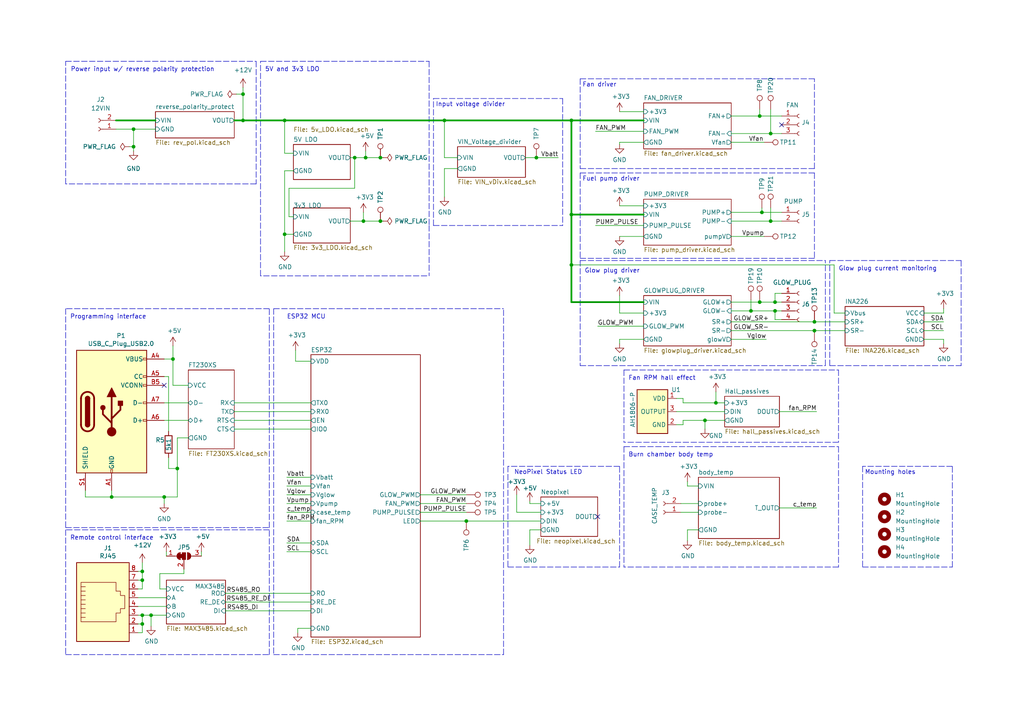
<source format=kicad_sch>
(kicad_sch (version 20211123) (generator eeschema)

  (uuid e63e39d7-6ac0-4ffd-8aa3-1841a4541b55)

  (paper "A4")

  (title_block
    (title "CDH_ECU")
    (date "2022-03-06")
    (rev "1.2.3")
    (company "Daniel Edwards")
    (comment 1 "Chinese Diesel Heater - modern ECU replacement")
  )

  (lib_symbols
    (symbol "Connector:Conn_01x02_Female" (pin_names (offset 1.016) hide) (in_bom yes) (on_board yes)
      (property "Reference" "J" (id 0) (at 0 2.54 0)
        (effects (font (size 1.27 1.27)))
      )
      (property "Value" "Conn_01x02_Female" (id 1) (at 0 -5.08 0)
        (effects (font (size 1.27 1.27)))
      )
      (property "Footprint" "" (id 2) (at 0 0 0)
        (effects (font (size 1.27 1.27)) hide)
      )
      (property "Datasheet" "~" (id 3) (at 0 0 0)
        (effects (font (size 1.27 1.27)) hide)
      )
      (property "ki_keywords" "connector" (id 4) (at 0 0 0)
        (effects (font (size 1.27 1.27)) hide)
      )
      (property "ki_description" "Generic connector, single row, 01x02, script generated (kicad-library-utils/schlib/autogen/connector/)" (id 5) (at 0 0 0)
        (effects (font (size 1.27 1.27)) hide)
      )
      (property "ki_fp_filters" "Connector*:*_1x??_*" (id 6) (at 0 0 0)
        (effects (font (size 1.27 1.27)) hide)
      )
      (symbol "Conn_01x02_Female_1_1"
        (arc (start 0 -2.032) (mid -0.508 -2.54) (end 0 -3.048)
          (stroke (width 0.1524) (type default) (color 0 0 0 0))
          (fill (type none))
        )
        (polyline
          (pts
            (xy -1.27 -2.54)
            (xy -0.508 -2.54)
          )
          (stroke (width 0.1524) (type default) (color 0 0 0 0))
          (fill (type none))
        )
        (polyline
          (pts
            (xy -1.27 0)
            (xy -0.508 0)
          )
          (stroke (width 0.1524) (type default) (color 0 0 0 0))
          (fill (type none))
        )
        (arc (start 0 0.508) (mid -0.508 0) (end 0 -0.508)
          (stroke (width 0.1524) (type default) (color 0 0 0 0))
          (fill (type none))
        )
        (pin passive line (at -5.08 0 0) (length 3.81)
          (name "Pin_1" (effects (font (size 1.27 1.27))))
          (number "1" (effects (font (size 1.27 1.27))))
        )
        (pin passive line (at -5.08 -2.54 0) (length 3.81)
          (name "Pin_2" (effects (font (size 1.27 1.27))))
          (number "2" (effects (font (size 1.27 1.27))))
        )
      )
    )
    (symbol "Connector:Conn_01x03_Female" (pin_names (offset 1.016) hide) (in_bom yes) (on_board yes)
      (property "Reference" "J" (id 0) (at 0 5.08 0)
        (effects (font (size 1.27 1.27)))
      )
      (property "Value" "Conn_01x03_Female" (id 1) (at 0 -5.08 0)
        (effects (font (size 1.27 1.27)))
      )
      (property "Footprint" "" (id 2) (at 0 0 0)
        (effects (font (size 1.27 1.27)) hide)
      )
      (property "Datasheet" "~" (id 3) (at 0 0 0)
        (effects (font (size 1.27 1.27)) hide)
      )
      (property "ki_keywords" "connector" (id 4) (at 0 0 0)
        (effects (font (size 1.27 1.27)) hide)
      )
      (property "ki_description" "Generic connector, single row, 01x03, script generated (kicad-library-utils/schlib/autogen/connector/)" (id 5) (at 0 0 0)
        (effects (font (size 1.27 1.27)) hide)
      )
      (property "ki_fp_filters" "Connector*:*_1x??_*" (id 6) (at 0 0 0)
        (effects (font (size 1.27 1.27)) hide)
      )
      (symbol "Conn_01x03_Female_1_1"
        (arc (start 0 -2.032) (mid -0.508 -2.54) (end 0 -3.048)
          (stroke (width 0.1524) (type default) (color 0 0 0 0))
          (fill (type none))
        )
        (polyline
          (pts
            (xy -1.27 -2.54)
            (xy -0.508 -2.54)
          )
          (stroke (width 0.1524) (type default) (color 0 0 0 0))
          (fill (type none))
        )
        (polyline
          (pts
            (xy -1.27 0)
            (xy -0.508 0)
          )
          (stroke (width 0.1524) (type default) (color 0 0 0 0))
          (fill (type none))
        )
        (polyline
          (pts
            (xy -1.27 2.54)
            (xy -0.508 2.54)
          )
          (stroke (width 0.1524) (type default) (color 0 0 0 0))
          (fill (type none))
        )
        (arc (start 0 0.508) (mid -0.508 0) (end 0 -0.508)
          (stroke (width 0.1524) (type default) (color 0 0 0 0))
          (fill (type none))
        )
        (arc (start 0 3.048) (mid -0.508 2.54) (end 0 2.032)
          (stroke (width 0.1524) (type default) (color 0 0 0 0))
          (fill (type none))
        )
        (pin passive line (at -5.08 2.54 0) (length 3.81)
          (name "Pin_1" (effects (font (size 1.27 1.27))))
          (number "1" (effects (font (size 1.27 1.27))))
        )
        (pin passive line (at -5.08 0 0) (length 3.81)
          (name "Pin_2" (effects (font (size 1.27 1.27))))
          (number "2" (effects (font (size 1.27 1.27))))
        )
        (pin passive line (at -5.08 -2.54 0) (length 3.81)
          (name "Pin_3" (effects (font (size 1.27 1.27))))
          (number "3" (effects (font (size 1.27 1.27))))
        )
      )
    )
    (symbol "Connector:Conn_01x04_Female" (pin_names (offset 1.016) hide) (in_bom yes) (on_board yes)
      (property "Reference" "J" (id 0) (at 0 5.08 0)
        (effects (font (size 1.27 1.27)))
      )
      (property "Value" "Conn_01x04_Female" (id 1) (at 0 -7.62 0)
        (effects (font (size 1.27 1.27)))
      )
      (property "Footprint" "" (id 2) (at 0 0 0)
        (effects (font (size 1.27 1.27)) hide)
      )
      (property "Datasheet" "~" (id 3) (at 0 0 0)
        (effects (font (size 1.27 1.27)) hide)
      )
      (property "ki_keywords" "connector" (id 4) (at 0 0 0)
        (effects (font (size 1.27 1.27)) hide)
      )
      (property "ki_description" "Generic connector, single row, 01x04, script generated (kicad-library-utils/schlib/autogen/connector/)" (id 5) (at 0 0 0)
        (effects (font (size 1.27 1.27)) hide)
      )
      (property "ki_fp_filters" "Connector*:*_1x??_*" (id 6) (at 0 0 0)
        (effects (font (size 1.27 1.27)) hide)
      )
      (symbol "Conn_01x04_Female_1_1"
        (arc (start 0 -4.572) (mid -0.508 -5.08) (end 0 -5.588)
          (stroke (width 0.1524) (type default) (color 0 0 0 0))
          (fill (type none))
        )
        (arc (start 0 -2.032) (mid -0.508 -2.54) (end 0 -3.048)
          (stroke (width 0.1524) (type default) (color 0 0 0 0))
          (fill (type none))
        )
        (polyline
          (pts
            (xy -1.27 -5.08)
            (xy -0.508 -5.08)
          )
          (stroke (width 0.1524) (type default) (color 0 0 0 0))
          (fill (type none))
        )
        (polyline
          (pts
            (xy -1.27 -2.54)
            (xy -0.508 -2.54)
          )
          (stroke (width 0.1524) (type default) (color 0 0 0 0))
          (fill (type none))
        )
        (polyline
          (pts
            (xy -1.27 0)
            (xy -0.508 0)
          )
          (stroke (width 0.1524) (type default) (color 0 0 0 0))
          (fill (type none))
        )
        (polyline
          (pts
            (xy -1.27 2.54)
            (xy -0.508 2.54)
          )
          (stroke (width 0.1524) (type default) (color 0 0 0 0))
          (fill (type none))
        )
        (arc (start 0 0.508) (mid -0.508 0) (end 0 -0.508)
          (stroke (width 0.1524) (type default) (color 0 0 0 0))
          (fill (type none))
        )
        (arc (start 0 3.048) (mid -0.508 2.54) (end 0 2.032)
          (stroke (width 0.1524) (type default) (color 0 0 0 0))
          (fill (type none))
        )
        (pin passive line (at -5.08 2.54 0) (length 3.81)
          (name "Pin_1" (effects (font (size 1.27 1.27))))
          (number "1" (effects (font (size 1.27 1.27))))
        )
        (pin passive line (at -5.08 0 0) (length 3.81)
          (name "Pin_2" (effects (font (size 1.27 1.27))))
          (number "2" (effects (font (size 1.27 1.27))))
        )
        (pin passive line (at -5.08 -2.54 0) (length 3.81)
          (name "Pin_3" (effects (font (size 1.27 1.27))))
          (number "3" (effects (font (size 1.27 1.27))))
        )
        (pin passive line (at -5.08 -5.08 0) (length 3.81)
          (name "Pin_4" (effects (font (size 1.27 1.27))))
          (number "4" (effects (font (size 1.27 1.27))))
        )
      )
    )
    (symbol "Connector:RJ45" (pin_names (offset 1.016)) (in_bom yes) (on_board yes)
      (property "Reference" "J" (id 0) (at -5.08 13.97 0)
        (effects (font (size 1.27 1.27)) (justify right))
      )
      (property "Value" "RJ45" (id 1) (at 2.54 13.97 0)
        (effects (font (size 1.27 1.27)) (justify left))
      )
      (property "Footprint" "" (id 2) (at 0 0.635 90)
        (effects (font (size 1.27 1.27)) hide)
      )
      (property "Datasheet" "~" (id 3) (at 0 0.635 90)
        (effects (font (size 1.27 1.27)) hide)
      )
      (property "ki_keywords" "8P8C RJ female connector" (id 4) (at 0 0 0)
        (effects (font (size 1.27 1.27)) hide)
      )
      (property "ki_description" "RJ connector, 8P8C (8 positions 8 connected)" (id 5) (at 0 0 0)
        (effects (font (size 1.27 1.27)) hide)
      )
      (property "ki_fp_filters" "8P8C* RJ31* RJ32* RJ33* RJ34* RJ35* RJ41* RJ45* RJ49* RJ61*" (id 6) (at 0 0 0)
        (effects (font (size 1.27 1.27)) hide)
      )
      (symbol "RJ45_0_1"
        (polyline
          (pts
            (xy -5.08 4.445)
            (xy -6.35 4.445)
          )
          (stroke (width 0) (type default) (color 0 0 0 0))
          (fill (type none))
        )
        (polyline
          (pts
            (xy -5.08 5.715)
            (xy -6.35 5.715)
          )
          (stroke (width 0) (type default) (color 0 0 0 0))
          (fill (type none))
        )
        (polyline
          (pts
            (xy -6.35 -3.175)
            (xy -5.08 -3.175)
            (xy -5.08 -3.175)
          )
          (stroke (width 0) (type default) (color 0 0 0 0))
          (fill (type none))
        )
        (polyline
          (pts
            (xy -6.35 -1.905)
            (xy -5.08 -1.905)
            (xy -5.08 -1.905)
          )
          (stroke (width 0) (type default) (color 0 0 0 0))
          (fill (type none))
        )
        (polyline
          (pts
            (xy -6.35 -0.635)
            (xy -5.08 -0.635)
            (xy -5.08 -0.635)
          )
          (stroke (width 0) (type default) (color 0 0 0 0))
          (fill (type none))
        )
        (polyline
          (pts
            (xy -6.35 0.635)
            (xy -5.08 0.635)
            (xy -5.08 0.635)
          )
          (stroke (width 0) (type default) (color 0 0 0 0))
          (fill (type none))
        )
        (polyline
          (pts
            (xy -6.35 1.905)
            (xy -5.08 1.905)
            (xy -5.08 1.905)
          )
          (stroke (width 0) (type default) (color 0 0 0 0))
          (fill (type none))
        )
        (polyline
          (pts
            (xy -5.08 3.175)
            (xy -6.35 3.175)
            (xy -6.35 3.175)
          )
          (stroke (width 0) (type default) (color 0 0 0 0))
          (fill (type none))
        )
        (polyline
          (pts
            (xy -6.35 -4.445)
            (xy -6.35 6.985)
            (xy 3.81 6.985)
            (xy 3.81 4.445)
            (xy 5.08 4.445)
            (xy 5.08 3.175)
            (xy 6.35 3.175)
            (xy 6.35 -0.635)
            (xy 5.08 -0.635)
            (xy 5.08 -1.905)
            (xy 3.81 -1.905)
            (xy 3.81 -4.445)
            (xy -6.35 -4.445)
            (xy -6.35 -4.445)
          )
          (stroke (width 0) (type default) (color 0 0 0 0))
          (fill (type none))
        )
        (rectangle (start 7.62 12.7) (end -7.62 -10.16)
          (stroke (width 0.254) (type default) (color 0 0 0 0))
          (fill (type background))
        )
      )
      (symbol "RJ45_1_1"
        (pin passive line (at 10.16 -7.62 180) (length 2.54)
          (name "~" (effects (font (size 1.27 1.27))))
          (number "1" (effects (font (size 1.27 1.27))))
        )
        (pin passive line (at 10.16 -5.08 180) (length 2.54)
          (name "~" (effects (font (size 1.27 1.27))))
          (number "2" (effects (font (size 1.27 1.27))))
        )
        (pin passive line (at 10.16 -2.54 180) (length 2.54)
          (name "~" (effects (font (size 1.27 1.27))))
          (number "3" (effects (font (size 1.27 1.27))))
        )
        (pin passive line (at 10.16 0 180) (length 2.54)
          (name "~" (effects (font (size 1.27 1.27))))
          (number "4" (effects (font (size 1.27 1.27))))
        )
        (pin passive line (at 10.16 2.54 180) (length 2.54)
          (name "~" (effects (font (size 1.27 1.27))))
          (number "5" (effects (font (size 1.27 1.27))))
        )
        (pin passive line (at 10.16 5.08 180) (length 2.54)
          (name "~" (effects (font (size 1.27 1.27))))
          (number "6" (effects (font (size 1.27 1.27))))
        )
        (pin passive line (at 10.16 7.62 180) (length 2.54)
          (name "~" (effects (font (size 1.27 1.27))))
          (number "7" (effects (font (size 1.27 1.27))))
        )
        (pin passive line (at 10.16 10.16 180) (length 2.54)
          (name "~" (effects (font (size 1.27 1.27))))
          (number "8" (effects (font (size 1.27 1.27))))
        )
      )
    )
    (symbol "Connector:TestPoint" (pin_numbers hide) (pin_names (offset 0.762) hide) (in_bom yes) (on_board yes)
      (property "Reference" "TP" (id 0) (at 0 6.858 0)
        (effects (font (size 1.27 1.27)))
      )
      (property "Value" "TestPoint" (id 1) (at 0 5.08 0)
        (effects (font (size 1.27 1.27)))
      )
      (property "Footprint" "" (id 2) (at 5.08 0 0)
        (effects (font (size 1.27 1.27)) hide)
      )
      (property "Datasheet" "~" (id 3) (at 5.08 0 0)
        (effects (font (size 1.27 1.27)) hide)
      )
      (property "ki_keywords" "test point tp" (id 4) (at 0 0 0)
        (effects (font (size 1.27 1.27)) hide)
      )
      (property "ki_description" "test point" (id 5) (at 0 0 0)
        (effects (font (size 1.27 1.27)) hide)
      )
      (property "ki_fp_filters" "Pin* Test*" (id 6) (at 0 0 0)
        (effects (font (size 1.27 1.27)) hide)
      )
      (symbol "TestPoint_0_1"
        (circle (center 0 3.302) (radius 0.762)
          (stroke (width 0) (type default) (color 0 0 0 0))
          (fill (type none))
        )
      )
      (symbol "TestPoint_1_1"
        (pin passive line (at 0 0 90) (length 2.54)
          (name "1" (effects (font (size 1.27 1.27))))
          (number "1" (effects (font (size 1.27 1.27))))
        )
      )
    )
    (symbol "Connector:USB_C_Plug_USB2.0" (pin_names (offset 1.016)) (in_bom yes) (on_board yes)
      (property "Reference" "P1" (id 0) (at 2.7178 22.0218 0)
        (effects (font (size 1.27 1.27)))
      )
      (property "Value" "USB_C_Plug_USB2.0" (id 1) (at 2.7178 19.7104 0)
        (effects (font (size 1.27 1.27)))
      )
      (property "Footprint" "SamacSys_Parts:GCT_USB4105-GF-A" (id 2) (at 3.81 0 0)
        (effects (font (size 1.27 1.27)) hide)
      )
      (property "Datasheet" "https://www.usb.org/sites/default/files/documents/usb_type-c.zip" (id 3) (at 3.81 0 0)
        (effects (font (size 1.27 1.27)) hide)
      )
      (property "ki_keywords" "usb universal serial bus type-C USB2.0" (id 4) (at 0 0 0)
        (effects (font (size 1.27 1.27)) hide)
      )
      (property "ki_description" "USB 2.0-only Type-C Plug connector" (id 5) (at 0 0 0)
        (effects (font (size 1.27 1.27)) hide)
      )
      (property "ki_fp_filters" "USB*C*Plug*" (id 6) (at 0 0 0)
        (effects (font (size 1.27 1.27)) hide)
      )
      (symbol "USB_C_Plug_USB2.0_0_0"
        (rectangle (start -0.254 -17.78) (end 0.254 -16.764)
          (stroke (width 0) (type default) (color 0 0 0 0))
          (fill (type none))
        )
        (rectangle (start 10.16 -2.286) (end 9.144 -2.794)
          (stroke (width 0) (type default) (color 0 0 0 0))
          (fill (type none))
        )
        (rectangle (start 10.16 2.794) (end 9.144 2.286)
          (stroke (width 0) (type default) (color 0 0 0 0))
          (fill (type none))
        )
        (rectangle (start 10.16 7.874) (end 9.144 7.366)
          (stroke (width 0) (type default) (color 0 0 0 0))
          (fill (type none))
        )
        (rectangle (start 10.16 10.414) (end 9.144 9.906)
          (stroke (width 0) (type default) (color 0 0 0 0))
          (fill (type none))
        )
        (rectangle (start 10.16 15.494) (end 9.144 14.986)
          (stroke (width 0) (type default) (color 0 0 0 0))
          (fill (type none))
        )
      )
      (symbol "USB_C_Plug_USB2.0_0_1"
        (rectangle (start -10.16 17.78) (end 10.16 -17.78)
          (stroke (width 0.254) (type default) (color 0 0 0 0))
          (fill (type background))
        )
        (arc (start -8.89 -3.81) (mid -6.985 -5.715) (end -5.08 -3.81)
          (stroke (width 0.508) (type default) (color 0 0 0 0))
          (fill (type none))
        )
        (arc (start -7.62 -3.81) (mid -6.985 -4.445) (end -6.35 -3.81)
          (stroke (width 0.254) (type default) (color 0 0 0 0))
          (fill (type none))
        )
        (arc (start -7.62 -3.81) (mid -6.985 -4.445) (end -6.35 -3.81)
          (stroke (width 0.254) (type default) (color 0 0 0 0))
          (fill (type outline))
        )
        (rectangle (start -7.62 -3.81) (end -6.35 3.81)
          (stroke (width 0.254) (type default) (color 0 0 0 0))
          (fill (type outline))
        )
        (arc (start -6.35 3.81) (mid -6.985 4.445) (end -7.62 3.81)
          (stroke (width 0.254) (type default) (color 0 0 0 0))
          (fill (type none))
        )
        (arc (start -6.35 3.81) (mid -6.985 4.445) (end -7.62 3.81)
          (stroke (width 0.254) (type default) (color 0 0 0 0))
          (fill (type outline))
        )
        (arc (start -5.08 3.81) (mid -6.985 5.715) (end -8.89 3.81)
          (stroke (width 0.508) (type default) (color 0 0 0 0))
          (fill (type none))
        )
        (circle (center -2.54 1.143) (radius 0.635)
          (stroke (width 0.254) (type default) (color 0 0 0 0))
          (fill (type outline))
        )
        (circle (center 0 -5.842) (radius 1.27)
          (stroke (width 0) (type default) (color 0 0 0 0))
          (fill (type outline))
        )
        (polyline
          (pts
            (xy -8.89 -3.81)
            (xy -8.89 3.81)
          )
          (stroke (width 0.508) (type default) (color 0 0 0 0))
          (fill (type none))
        )
        (polyline
          (pts
            (xy -5.08 3.81)
            (xy -5.08 -3.81)
          )
          (stroke (width 0.508) (type default) (color 0 0 0 0))
          (fill (type none))
        )
        (polyline
          (pts
            (xy 0 -5.842)
            (xy 0 4.318)
          )
          (stroke (width 0.508) (type default) (color 0 0 0 0))
          (fill (type none))
        )
        (polyline
          (pts
            (xy 0 -3.302)
            (xy -2.54 -0.762)
            (xy -2.54 0.508)
          )
          (stroke (width 0.508) (type default) (color 0 0 0 0))
          (fill (type none))
        )
        (polyline
          (pts
            (xy 0 -2.032)
            (xy 2.54 0.508)
            (xy 2.54 1.778)
          )
          (stroke (width 0.508) (type default) (color 0 0 0 0))
          (fill (type none))
        )
        (polyline
          (pts
            (xy -1.27 4.318)
            (xy 0 6.858)
            (xy 1.27 4.318)
            (xy -1.27 4.318)
          )
          (stroke (width 0.254) (type default) (color 0 0 0 0))
          (fill (type outline))
        )
        (rectangle (start 1.905 1.778) (end 3.175 3.048)
          (stroke (width 0.254) (type default) (color 0 0 0 0))
          (fill (type outline))
        )
      )
      (symbol "USB_C_Plug_USB2.0_1_1"
        (pin passive line (at 0 -22.86 90) (length 5.08)
          (name "GND" (effects (font (size 1.27 1.27))))
          (number "A1" (effects (font (size 1.27 1.27))))
        )
        (pin passive line (at 0 -22.86 90) (length 5.08) hide
          (name "GND" (effects (font (size 1.27 1.27))))
          (number "A12" (effects (font (size 1.27 1.27))))
        )
        (pin passive line (at 15.24 15.24 180) (length 5.08)
          (name "VBUS" (effects (font (size 1.27 1.27))))
          (number "A4" (effects (font (size 1.27 1.27))))
        )
        (pin bidirectional line (at 15.24 10.16 180) (length 5.08)
          (name "CC" (effects (font (size 1.27 1.27))))
          (number "A5" (effects (font (size 1.27 1.27))))
        )
        (pin bidirectional line (at 15.24 -2.54 180) (length 5.08)
          (name "D+" (effects (font (size 1.27 1.27))))
          (number "A6" (effects (font (size 1.27 1.27))))
        )
        (pin bidirectional line (at 15.24 2.54 180) (length 5.08)
          (name "D-" (effects (font (size 1.27 1.27))))
          (number "A7" (effects (font (size 1.27 1.27))))
        )
        (pin passive line (at 15.24 15.24 180) (length 5.08) hide
          (name "VBUS" (effects (font (size 1.27 1.27))))
          (number "A9" (effects (font (size 1.27 1.27))))
        )
        (pin passive line (at 0 -22.86 90) (length 5.08) hide
          (name "GND" (effects (font (size 1.27 1.27))))
          (number "B1" (effects (font (size 1.27 1.27))))
        )
        (pin passive line (at 0 -22.86 90) (length 5.08) hide
          (name "GND" (effects (font (size 1.27 1.27))))
          (number "B12" (effects (font (size 1.27 1.27))))
        )
        (pin passive line (at 15.24 15.24 180) (length 5.08) hide
          (name "VBUS" (effects (font (size 1.27 1.27))))
          (number "B4" (effects (font (size 1.27 1.27))))
        )
        (pin bidirectional line (at 15.24 7.62 180) (length 5.08)
          (name "VCONN" (effects (font (size 1.27 1.27))))
          (number "B5" (effects (font (size 1.27 1.27))))
        )
        (pin bidirectional line (at 15.24 -2.54 180) (length 5.08) hide
          (name "D+" (effects (font (size 1.27 1.27))))
          (number "B6" (effects (font (size 1.27 1.27))))
        )
        (pin bidirectional line (at 15.24 2.54 180) (length 5.08) hide
          (name "D-" (effects (font (size 1.27 1.27))))
          (number "B7" (effects (font (size 1.27 1.27))))
        )
        (pin passive line (at 15.24 15.24 180) (length 5.08) hide
          (name "VBUS" (effects (font (size 1.27 1.27))))
          (number "B9" (effects (font (size 1.27 1.27))))
        )
        (pin passive line (at -7.62 -22.86 90) (length 5.08)
          (name "SHIELD" (effects (font (size 1.27 1.27))))
          (number "S1" (effects (font (size 1.27 1.27))))
        )
      )
    )
    (symbol "Device:R" (pin_numbers hide) (pin_names (offset 0)) (in_bom yes) (on_board yes)
      (property "Reference" "R" (id 0) (at 2.032 0 90)
        (effects (font (size 1.27 1.27)))
      )
      (property "Value" "R" (id 1) (at 0 0 90)
        (effects (font (size 1.27 1.27)))
      )
      (property "Footprint" "" (id 2) (at -1.778 0 90)
        (effects (font (size 1.27 1.27)) hide)
      )
      (property "Datasheet" "~" (id 3) (at 0 0 0)
        (effects (font (size 1.27 1.27)) hide)
      )
      (property "ki_keywords" "R res resistor" (id 4) (at 0 0 0)
        (effects (font (size 1.27 1.27)) hide)
      )
      (property "ki_description" "Resistor" (id 5) (at 0 0 0)
        (effects (font (size 1.27 1.27)) hide)
      )
      (property "ki_fp_filters" "R_*" (id 6) (at 0 0 0)
        (effects (font (size 1.27 1.27)) hide)
      )
      (symbol "R_0_1"
        (rectangle (start -1.016 -2.54) (end 1.016 2.54)
          (stroke (width 0.254) (type default) (color 0 0 0 0))
          (fill (type none))
        )
      )
      (symbol "R_1_1"
        (pin passive line (at 0 3.81 270) (length 1.27)
          (name "~" (effects (font (size 1.27 1.27))))
          (number "1" (effects (font (size 1.27 1.27))))
        )
        (pin passive line (at 0 -3.81 90) (length 1.27)
          (name "~" (effects (font (size 1.27 1.27))))
          (number "2" (effects (font (size 1.27 1.27))))
        )
      )
    )
    (symbol "Jumper:SolderJumper_3_Bridged12" (pin_names (offset 0) hide) (in_bom yes) (on_board yes)
      (property "Reference" "JP" (id 0) (at -2.54 -2.54 0)
        (effects (font (size 1.27 1.27)))
      )
      (property "Value" "SolderJumper_3_Bridged12" (id 1) (at 0 2.794 0)
        (effects (font (size 1.27 1.27)))
      )
      (property "Footprint" "" (id 2) (at 0 0 0)
        (effects (font (size 1.27 1.27)) hide)
      )
      (property "Datasheet" "~" (id 3) (at 0 0 0)
        (effects (font (size 1.27 1.27)) hide)
      )
      (property "ki_keywords" "Solder Jumper SPDT" (id 4) (at 0 0 0)
        (effects (font (size 1.27 1.27)) hide)
      )
      (property "ki_description" "3-pole Solder Jumper, pins 1+2 closed/bridged" (id 5) (at 0 0 0)
        (effects (font (size 1.27 1.27)) hide)
      )
      (property "ki_fp_filters" "SolderJumper*Bridged12*" (id 6) (at 0 0 0)
        (effects (font (size 1.27 1.27)) hide)
      )
      (symbol "SolderJumper_3_Bridged12_0_1"
        (rectangle (start -1.016 0.508) (end -0.508 -0.508)
          (stroke (width 0) (type default) (color 0 0 0 0))
          (fill (type outline))
        )
        (arc (start -1.016 1.016) (mid -2.032 0) (end -1.016 -1.016)
          (stroke (width 0) (type default) (color 0 0 0 0))
          (fill (type none))
        )
        (arc (start -1.016 1.016) (mid -2.032 0) (end -1.016 -1.016)
          (stroke (width 0) (type default) (color 0 0 0 0))
          (fill (type outline))
        )
        (rectangle (start -0.508 1.016) (end 0.508 -1.016)
          (stroke (width 0) (type default) (color 0 0 0 0))
          (fill (type outline))
        )
        (polyline
          (pts
            (xy -2.54 0)
            (xy -2.032 0)
          )
          (stroke (width 0) (type default) (color 0 0 0 0))
          (fill (type none))
        )
        (polyline
          (pts
            (xy -1.016 1.016)
            (xy -1.016 -1.016)
          )
          (stroke (width 0) (type default) (color 0 0 0 0))
          (fill (type none))
        )
        (polyline
          (pts
            (xy 0 -1.27)
            (xy 0 -1.016)
          )
          (stroke (width 0) (type default) (color 0 0 0 0))
          (fill (type none))
        )
        (polyline
          (pts
            (xy 1.016 1.016)
            (xy 1.016 -1.016)
          )
          (stroke (width 0) (type default) (color 0 0 0 0))
          (fill (type none))
        )
        (polyline
          (pts
            (xy 2.54 0)
            (xy 2.032 0)
          )
          (stroke (width 0) (type default) (color 0 0 0 0))
          (fill (type none))
        )
        (arc (start 1.016 -1.016) (mid 2.032 0) (end 1.016 1.016)
          (stroke (width 0) (type default) (color 0 0 0 0))
          (fill (type none))
        )
        (arc (start 1.016 -1.016) (mid 2.032 0) (end 1.016 1.016)
          (stroke (width 0) (type default) (color 0 0 0 0))
          (fill (type outline))
        )
      )
      (symbol "SolderJumper_3_Bridged12_1_1"
        (pin passive line (at -5.08 0 0) (length 2.54)
          (name "A" (effects (font (size 1.27 1.27))))
          (number "1" (effects (font (size 1.27 1.27))))
        )
        (pin input line (at 0 -3.81 90) (length 2.54)
          (name "C" (effects (font (size 1.27 1.27))))
          (number "2" (effects (font (size 1.27 1.27))))
        )
        (pin passive line (at 5.08 0 180) (length 2.54)
          (name "B" (effects (font (size 1.27 1.27))))
          (number "3" (effects (font (size 1.27 1.27))))
        )
      )
    )
    (symbol "Mechanical:MountingHole" (pin_names (offset 1.016)) (in_bom yes) (on_board yes)
      (property "Reference" "H" (id 0) (at 0 5.08 0)
        (effects (font (size 1.27 1.27)))
      )
      (property "Value" "MountingHole" (id 1) (at 0 3.175 0)
        (effects (font (size 1.27 1.27)))
      )
      (property "Footprint" "" (id 2) (at 0 0 0)
        (effects (font (size 1.27 1.27)) hide)
      )
      (property "Datasheet" "~" (id 3) (at 0 0 0)
        (effects (font (size 1.27 1.27)) hide)
      )
      (property "ki_keywords" "mounting hole" (id 4) (at 0 0 0)
        (effects (font (size 1.27 1.27)) hide)
      )
      (property "ki_description" "Mounting Hole without connection" (id 5) (at 0 0 0)
        (effects (font (size 1.27 1.27)) hide)
      )
      (property "ki_fp_filters" "MountingHole*" (id 6) (at 0 0 0)
        (effects (font (size 1.27 1.27)) hide)
      )
      (symbol "MountingHole_0_1"
        (circle (center 0 0) (radius 1.27)
          (stroke (width 1.27) (type default) (color 0 0 0 0))
          (fill (type none))
        )
      )
    )
    (symbol "Sensor_Magnetic:AH1806-P" (in_bom yes) (on_board yes)
      (property "Reference" "U1" (id 0) (at 8.89 6.35 0)
        (effects (font (size 1.27 1.27)) (justify right))
      )
      (property "Value" "AH1806-P" (id 1) (at -5.08 5.715 90)
        (effects (font (size 1.27 1.27)) (justify right))
      )
      (property "Footprint" "" (id 2) (at 0 0 0)
        (effects (font (size 1.27 1.27)) hide)
      )
      (property "Datasheet" "https://www.diodes.com/assets/Datasheets/AH1806.pdf" (id 3) (at 0 0 0)
        (effects (font (size 1.27 1.27)) hide)
      )
      (property "ki_keywords" "hall switch" (id 4) (at 0 0 0)
        (effects (font (size 1.27 1.27)) hide)
      )
      (property "ki_description" "High Sensitivity Micropower Omnipolar Hall-Effect Switch, SIP-3" (id 5) (at 0 0 0)
        (effects (font (size 1.27 1.27)) hide)
      )
      (property "ki_fp_filters" "Diodes*SIP*4.1x1.5mm*P1.27mm* Diodes*SIP*4.1x1.5mm*P2.65mm*" (id 6) (at 0 0 0)
        (effects (font (size 1.27 1.27)) hide)
      )
      (symbol "AH1806-P_0_1"
        (rectangle (start -3.81 6.35) (end 5.08 -6.35)
          (stroke (width 0.254) (type default) (color 0 0 0 0))
          (fill (type background))
        )
      )
      (symbol "AH1806-P_1_1"
        (pin power_in line (at 7.62 3.81 180) (length 2.54)
          (name "VDD" (effects (font (size 1.27 1.27))))
          (number "1" (effects (font (size 1.27 1.27))))
        )
        (pin power_in line (at 7.62 -3.81 180) (length 2.54)
          (name "GND" (effects (font (size 1.27 1.27))))
          (number "2" (effects (font (size 1.27 1.27))))
        )
        (pin open_collector line (at 7.62 0 180) (length 2.54)
          (name "OUTPUT" (effects (font (size 1.27 1.27))))
          (number "3" (effects (font (size 1.27 1.27))))
        )
      )
    )
    (symbol "power:+12V" (power) (pin_names (offset 0)) (in_bom yes) (on_board yes)
      (property "Reference" "#PWR" (id 0) (at 0 -3.81 0)
        (effects (font (size 1.27 1.27)) hide)
      )
      (property "Value" "+12V" (id 1) (at 0 3.556 0)
        (effects (font (size 1.27 1.27)))
      )
      (property "Footprint" "" (id 2) (at 0 0 0)
        (effects (font (size 1.27 1.27)) hide)
      )
      (property "Datasheet" "" (id 3) (at 0 0 0)
        (effects (font (size 1.27 1.27)) hide)
      )
      (property "ki_keywords" "power-flag" (id 4) (at 0 0 0)
        (effects (font (size 1.27 1.27)) hide)
      )
      (property "ki_description" "Power symbol creates a global label with name \"+12V\"" (id 5) (at 0 0 0)
        (effects (font (size 1.27 1.27)) hide)
      )
      (symbol "+12V_0_1"
        (polyline
          (pts
            (xy -0.762 1.27)
            (xy 0 2.54)
          )
          (stroke (width 0) (type default) (color 0 0 0 0))
          (fill (type none))
        )
        (polyline
          (pts
            (xy 0 0)
            (xy 0 2.54)
          )
          (stroke (width 0) (type default) (color 0 0 0 0))
          (fill (type none))
        )
        (polyline
          (pts
            (xy 0 2.54)
            (xy 0.762 1.27)
          )
          (stroke (width 0) (type default) (color 0 0 0 0))
          (fill (type none))
        )
      )
      (symbol "+12V_1_1"
        (pin power_in line (at 0 0 90) (length 0) hide
          (name "+12V" (effects (font (size 1.27 1.27))))
          (number "1" (effects (font (size 1.27 1.27))))
        )
      )
    )
    (symbol "power:+3V3" (power) (pin_names (offset 0)) (in_bom yes) (on_board yes)
      (property "Reference" "#PWR" (id 0) (at 0 -3.81 0)
        (effects (font (size 1.27 1.27)) hide)
      )
      (property "Value" "+3V3" (id 1) (at 0 3.556 0)
        (effects (font (size 1.27 1.27)))
      )
      (property "Footprint" "" (id 2) (at 0 0 0)
        (effects (font (size 1.27 1.27)) hide)
      )
      (property "Datasheet" "" (id 3) (at 0 0 0)
        (effects (font (size 1.27 1.27)) hide)
      )
      (property "ki_keywords" "power-flag" (id 4) (at 0 0 0)
        (effects (font (size 1.27 1.27)) hide)
      )
      (property "ki_description" "Power symbol creates a global label with name \"+3V3\"" (id 5) (at 0 0 0)
        (effects (font (size 1.27 1.27)) hide)
      )
      (symbol "+3V3_0_1"
        (polyline
          (pts
            (xy -0.762 1.27)
            (xy 0 2.54)
          )
          (stroke (width 0) (type default) (color 0 0 0 0))
          (fill (type none))
        )
        (polyline
          (pts
            (xy 0 0)
            (xy 0 2.54)
          )
          (stroke (width 0) (type default) (color 0 0 0 0))
          (fill (type none))
        )
        (polyline
          (pts
            (xy 0 2.54)
            (xy 0.762 1.27)
          )
          (stroke (width 0) (type default) (color 0 0 0 0))
          (fill (type none))
        )
      )
      (symbol "+3V3_1_1"
        (pin power_in line (at 0 0 90) (length 0) hide
          (name "+3V3" (effects (font (size 1.27 1.27))))
          (number "1" (effects (font (size 1.27 1.27))))
        )
      )
    )
    (symbol "power:+5V" (power) (pin_names (offset 0)) (in_bom yes) (on_board yes)
      (property "Reference" "#PWR" (id 0) (at 0 -3.81 0)
        (effects (font (size 1.27 1.27)) hide)
      )
      (property "Value" "+5V" (id 1) (at 0 3.556 0)
        (effects (font (size 1.27 1.27)))
      )
      (property "Footprint" "" (id 2) (at 0 0 0)
        (effects (font (size 1.27 1.27)) hide)
      )
      (property "Datasheet" "" (id 3) (at 0 0 0)
        (effects (font (size 1.27 1.27)) hide)
      )
      (property "ki_keywords" "power-flag" (id 4) (at 0 0 0)
        (effects (font (size 1.27 1.27)) hide)
      )
      (property "ki_description" "Power symbol creates a global label with name \"+5V\"" (id 5) (at 0 0 0)
        (effects (font (size 1.27 1.27)) hide)
      )
      (symbol "+5V_0_1"
        (polyline
          (pts
            (xy -0.762 1.27)
            (xy 0 2.54)
          )
          (stroke (width 0) (type default) (color 0 0 0 0))
          (fill (type none))
        )
        (polyline
          (pts
            (xy 0 0)
            (xy 0 2.54)
          )
          (stroke (width 0) (type default) (color 0 0 0 0))
          (fill (type none))
        )
        (polyline
          (pts
            (xy 0 2.54)
            (xy 0.762 1.27)
          )
          (stroke (width 0) (type default) (color 0 0 0 0))
          (fill (type none))
        )
      )
      (symbol "+5V_1_1"
        (pin power_in line (at 0 0 90) (length 0) hide
          (name "+5V" (effects (font (size 1.27 1.27))))
          (number "1" (effects (font (size 1.27 1.27))))
        )
      )
    )
    (symbol "power:GND" (power) (pin_names (offset 0)) (in_bom yes) (on_board yes)
      (property "Reference" "#PWR" (id 0) (at 0 -6.35 0)
        (effects (font (size 1.27 1.27)) hide)
      )
      (property "Value" "GND" (id 1) (at 0 -3.81 0)
        (effects (font (size 1.27 1.27)))
      )
      (property "Footprint" "" (id 2) (at 0 0 0)
        (effects (font (size 1.27 1.27)) hide)
      )
      (property "Datasheet" "" (id 3) (at 0 0 0)
        (effects (font (size 1.27 1.27)) hide)
      )
      (property "ki_keywords" "power-flag" (id 4) (at 0 0 0)
        (effects (font (size 1.27 1.27)) hide)
      )
      (property "ki_description" "Power symbol creates a global label with name \"GND\" , ground" (id 5) (at 0 0 0)
        (effects (font (size 1.27 1.27)) hide)
      )
      (symbol "GND_0_1"
        (polyline
          (pts
            (xy 0 0)
            (xy 0 -1.27)
            (xy 1.27 -1.27)
            (xy 0 -2.54)
            (xy -1.27 -1.27)
            (xy 0 -1.27)
          )
          (stroke (width 0) (type default) (color 0 0 0 0))
          (fill (type none))
        )
      )
      (symbol "GND_1_1"
        (pin power_in line (at 0 0 270) (length 0) hide
          (name "GND" (effects (font (size 1.27 1.27))))
          (number "1" (effects (font (size 1.27 1.27))))
        )
      )
    )
    (symbol "power:PWR_FLAG" (power) (pin_numbers hide) (pin_names (offset 0) hide) (in_bom yes) (on_board yes)
      (property "Reference" "#FLG" (id 0) (at 0 1.905 0)
        (effects (font (size 1.27 1.27)) hide)
      )
      (property "Value" "PWR_FLAG" (id 1) (at 0 3.81 0)
        (effects (font (size 1.27 1.27)))
      )
      (property "Footprint" "" (id 2) (at 0 0 0)
        (effects (font (size 1.27 1.27)) hide)
      )
      (property "Datasheet" "~" (id 3) (at 0 0 0)
        (effects (font (size 1.27 1.27)) hide)
      )
      (property "ki_keywords" "power-flag" (id 4) (at 0 0 0)
        (effects (font (size 1.27 1.27)) hide)
      )
      (property "ki_description" "Special symbol for telling ERC where power comes from" (id 5) (at 0 0 0)
        (effects (font (size 1.27 1.27)) hide)
      )
      (symbol "PWR_FLAG_0_0"
        (pin power_out line (at 0 0 90) (length 0)
          (name "pwr" (effects (font (size 1.27 1.27))))
          (number "1" (effects (font (size 1.27 1.27))))
        )
      )
      (symbol "PWR_FLAG_0_1"
        (polyline
          (pts
            (xy 0 0)
            (xy 0 1.27)
            (xy -1.016 1.905)
            (xy 0 2.54)
            (xy 1.016 1.905)
            (xy 0 1.27)
          )
          (stroke (width 0) (type default) (color 0 0 0 0))
          (fill (type none))
        )
      )
    )
  )

  (junction (at 106.045 45.72) (diameter 0) (color 0 0 0 0)
    (uuid 018544dd-cdc1-40bb-aa0b-468aa6ff20d0)
  )
  (junction (at 38.735 42.545) (diameter 0) (color 0 0 0 0)
    (uuid 0509bb6b-ada0-42dc-9efe-dd7868812a34)
  )
  (junction (at 102.87 45.72) (diameter 0) (color 0 0 0 0)
    (uuid 177421a2-2434-46a0-9251-7bad04f3c9f8)
  )
  (junction (at 220.345 33.655) (diameter 0) (color 0 0 0 0)
    (uuid 1975d56a-12ca-42f0-8409-cc2b00b7b822)
  )
  (junction (at 165.735 76.835) (diameter 0) (color 0 0 0 0)
    (uuid 2a32db63-6568-4eea-99df-577289ac6af5)
  )
  (junction (at 165.735 62.23) (diameter 0) (color 0 0 0 0)
    (uuid 2d02d188-8ca7-406b-a160-f406c251c141)
  )
  (junction (at 236.22 93.345) (diameter 0) (color 0 0 0 0)
    (uuid 35a28627-5b58-4a33-87ea-73cd7ac391b2)
  )
  (junction (at 128.905 34.925) (diameter 0) (color 0 0 0 0)
    (uuid 3b6c269b-e5ea-4d90-8835-886dfef06a8c)
  )
  (junction (at 41.275 180.975) (diameter 0) (color 0 0 0 0)
    (uuid 4087d9bd-4584-4351-9d0b-799d53bccbf7)
  )
  (junction (at 41.275 168.275) (diameter 0) (color 0 0 0 0)
    (uuid 43e1321a-5d15-4e79-a526-38b817a901cb)
  )
  (junction (at 220.98 61.595) (diameter 0) (color 0 0 0 0)
    (uuid 47e6b0a7-1dda-402e-9cae-020d6db22495)
  )
  (junction (at 82.55 34.925) (diameter 0) (color 0 0 0 0)
    (uuid 5168daf9-5caa-43e8-b84e-73a0ca8d6b22)
  )
  (junction (at 32.385 144.145) (diameter 0) (color 0 0 0 0)
    (uuid 6065a527-5ba6-4f92-8225-d5f9aa99c299)
  )
  (junction (at 135.255 151.13) (diameter 0) (color 0 0 0 0)
    (uuid 608e2229-8c5f-426b-8079-49feb0e0c97c)
  )
  (junction (at 38.735 37.465) (diameter 0) (color 0 0 0 0)
    (uuid 6364dedc-8fc1-4be9-a3ca-c50d744fb011)
  )
  (junction (at 50.165 104.14) (diameter 0) (color 0 0 0 0)
    (uuid 6aa19412-8aa2-419d-8274-a1019f742ccf)
  )
  (junction (at 224.79 90.17) (diameter 0) (color 0 0 0 0)
    (uuid 7517b377-5acb-4310-808c-4d82c3754a20)
  )
  (junction (at 110.3269 45.72) (diameter 0) (color 0 0 0 0)
    (uuid 76e66b57-d643-4bf5-9ed4-2af329d8ff36)
  )
  (junction (at 217.805 90.17) (diameter 0) (color 0 0 0 0)
    (uuid 77b44a92-d56d-4fbb-8536-fa4be9d615e1)
  )
  (junction (at 41.275 165.735) (diameter 0) (color 0 0 0 0)
    (uuid 7b9a625c-aa6f-4313-92ac-47663f2e96ee)
  )
  (junction (at 204.47 121.92) (diameter 0) (color 0 0 0 0)
    (uuid 7f1faf84-c6ec-4cd9-a35c-5f5d01a5a742)
  )
  (junction (at 43.815 178.435) (diameter 0) (color 0 0 0 0)
    (uuid 88893c55-d30c-415f-b6eb-cbd2071df48c)
  )
  (junction (at 236.22 95.885) (diameter 0) (color 0 0 0 0)
    (uuid 8ed82b1c-eb34-4368-b8e2-4a1617c3e3b0)
  )
  (junction (at 207.645 116.84) (diameter 0) (color 0 0 0 0)
    (uuid 941e2423-8ef6-4890-a44c-31a26f7d62c8)
  )
  (junction (at 223.52 64.135) (diameter 0) (color 0 0 0 0)
    (uuid 97a3a109-baf6-46de-b3b8-b71a98298fe3)
  )
  (junction (at 220.345 87.63) (diameter 0) (color 0 0 0 0)
    (uuid ab1c6f45-7910-4fd5-a87b-d594325bc274)
  )
  (junction (at 165.735 34.925) (diameter 0) (color 0 0 0 0)
    (uuid af5dcef6-1386-43e5-b1db-485ebcd340c3)
  )
  (junction (at 224.79 87.63) (diameter 0) (color 0 0 0 0)
    (uuid b3eda41f-98f5-42c8-ac39-5492a4d776d2)
  )
  (junction (at 70.485 27.305) (diameter 0) (color 0 0 0 0)
    (uuid b92a28c0-5291-45c6-97dd-939fc7c05eea)
  )
  (junction (at 82.55 67.945) (diameter 0) (color 0 0 0 0)
    (uuid cdbe73e4-c15d-4b08-8a72-317042d80dbc)
  )
  (junction (at 223.52 38.735) (diameter 0) (color 0 0 0 0)
    (uuid d05d4b42-8d45-4e9c-a08f-8d9f282f5c7d)
  )
  (junction (at 51.435 135.89) (diameter 0) (color 0 0 0 0)
    (uuid d6fd0fc2-d71f-4077-8fd0-6779eb545c83)
  )
  (junction (at 110.3269 64.135) (diameter 0) (color 0 0 0 0)
    (uuid e7beff2d-8282-474b-a07d-f0714bfbd777)
  )
  (junction (at 47.625 144.145) (diameter 0) (color 0 0 0 0)
    (uuid eddde0ec-bdd8-410b-8ed7-0e3cc57149c0)
  )
  (junction (at 105.41 64.135) (diameter 0) (color 0 0 0 0)
    (uuid ef6785c4-a879-4541-bd5f-1e87b41c0f6e)
  )
  (junction (at 70.485 34.925) (diameter 0) (color 0 0 0 0)
    (uuid f281f7d5-987a-4fc3-a1db-7be9b77214b9)
  )
  (junction (at 155.575 45.72) (diameter 0) (color 0 0 0 0)
    (uuid f74645ba-c4fd-4ff4-b410-f9519793888a)
  )
  (junction (at 41.275 178.435) (diameter 0) (color 0 0 0 0)
    (uuid fe453552-ca10-4120-b869-bbb26635d4f7)
  )

  (no_connect (at 47.625 111.76) (uuid 3621f761-977f-47bb-957d-c5fece92df08))
  (no_connect (at 173.355 149.86) (uuid 59a1a7ee-aa98-4360-a3fc-0071fe0062bc))
  (no_connect (at 226.695 36.195) (uuid c9ac3c6a-b9d7-4518-a0ee-791f3a65f046))

  (wire (pts (xy 85.725 104.775) (xy 90.17 104.775))
    (stroke (width 0) (type default) (color 0 0 0 0))
    (uuid 007c51d9-65e0-4052-8cb6-cfe4e97dd7e1)
  )
  (wire (pts (xy 196.215 115.57) (xy 198.12 115.57))
    (stroke (width 0) (type default) (color 0 0 0 0))
    (uuid 0097b78b-c267-4f15-86a5-52346405c837)
  )
  (polyline (pts (xy 240.665 75.565) (xy 278.765 75.565))
    (stroke (width 0) (type default) (color 0 0 0 0))
    (uuid 0273ef44-b78c-4ab5-a5b8-ccad21f11832)
  )

  (wire (pts (xy 121.92 148.59) (xy 135.255 148.59))
    (stroke (width 0) (type default) (color 0 0 0 0))
    (uuid 0400fe8c-a31c-45f0-99e1-7245e35d591d)
  )
  (polyline (pts (xy 276.225 135.255) (xy 250.19 135.255))
    (stroke (width 0) (type default) (color 0 0 0 0))
    (uuid 044d3d30-5152-4613-98a6-26faee6e9bf6)
  )

  (wire (pts (xy 54.61 127) (xy 51.435 127))
    (stroke (width 0) (type default) (color 0 0 0 0))
    (uuid 04a99c5b-b435-4cbf-bdb0-7e906d126eae)
  )
  (wire (pts (xy 165.735 87.63) (xy 186.69 87.63))
    (stroke (width 0.5) (type default) (color 0 0 0 0))
    (uuid 066bdf78-e6f0-4fe2-baad-857339909452)
  )
  (wire (pts (xy 83.82 54.61) (xy 83.82 62.865))
    (stroke (width 0) (type default) (color 0 0 0 0))
    (uuid 0759a316-5d62-47ab-9e25-c0030dffe103)
  )
  (wire (pts (xy 196.215 119.38) (xy 210.185 119.38))
    (stroke (width 0) (type default) (color 0 0 0 0))
    (uuid 07c488aa-b748-4953-b91e-bc49e340763c)
  )
  (wire (pts (xy 267.97 98.425) (xy 273.685 98.425))
    (stroke (width 0) (type default) (color 0 0 0 0))
    (uuid 081de8e0-6256-4756-93b0-d733bed4091c)
  )
  (wire (pts (xy 224.79 92.71) (xy 226.695 92.71))
    (stroke (width 0) (type default) (color 0 0 0 0))
    (uuid 0833e587-dbe6-4a13-9a21-cd043e3afe34)
  )
  (wire (pts (xy 173.355 94.615) (xy 186.69 94.615))
    (stroke (width 0) (type default) (color 0 0 0 0))
    (uuid 0988edb9-b4d7-4d18-a14a-cccb5f76fe82)
  )
  (wire (pts (xy 33.655 37.465) (xy 38.735 37.465))
    (stroke (width 0) (type default) (color 0 0 0 0))
    (uuid 0b2892ce-b3b7-46f4-b3a7-a7052ef97730)
  )
  (polyline (pts (xy 123.825 80.01) (xy 75.565 80.01))
    (stroke (width 0) (type default) (color 0 0 0 0))
    (uuid 0cc916a7-33ab-4d0c-955e-be221cfe059b)
  )
  (polyline (pts (xy 240.665 106.045) (xy 278.765 106.045))
    (stroke (width 0) (type default) (color 0 0 0 0))
    (uuid 0d66cd4a-bed9-43ac-aede-8725ba28f1f0)
  )

  (wire (pts (xy 65.405 172.085) (xy 90.17 172.085))
    (stroke (width 0) (type default) (color 0 0 0 0))
    (uuid 0eaec152-af1d-4935-a7f4-13fb508daa58)
  )
  (wire (pts (xy 186.69 98.425) (xy 179.705 98.425))
    (stroke (width 0) (type default) (color 0 0 0 0))
    (uuid 0fe5e976-493a-402e-bf3b-88ab69648bf2)
  )
  (wire (pts (xy 199.39 153.67) (xy 199.39 156.845))
    (stroke (width 0) (type default) (color 0 0 0 0))
    (uuid 11268ce7-aec0-4294-9cd0-3004355d5e81)
  )
  (wire (pts (xy 153.67 153.67) (xy 153.67 158.115))
    (stroke (width 0) (type default) (color 0 0 0 0))
    (uuid 11a7dc55-a0fc-456b-a90e-67ef4f59c270)
  )
  (wire (pts (xy 165.735 34.925) (xy 165.735 62.23))
    (stroke (width 0.5) (type default) (color 0 0 0 0))
    (uuid 14601646-c5e8-4771-b2a7-0594a4120fd6)
  )
  (wire (pts (xy 172.72 65.405) (xy 186.69 65.405))
    (stroke (width 0) (type default) (color 0 0 0 0))
    (uuid 151fa00f-5d2f-47a8-84dd-ff1b30d451fa)
  )
  (polyline (pts (xy 243.205 129.54) (xy 243.205 164.465))
    (stroke (width 0) (type default) (color 0 0 0 0))
    (uuid 160db77a-a067-41ed-9325-a2d0d46caad7)
  )
  (polyline (pts (xy 163.195 28.575) (xy 163.195 65.405))
    (stroke (width 0) (type default) (color 0 0 0 0))
    (uuid 1622d5da-c1d5-427a-9b7a-da2e61c00000)
  )

  (wire (pts (xy 179.705 90.805) (xy 186.69 90.805))
    (stroke (width 0) (type default) (color 0 0 0 0))
    (uuid 1a9f6717-f00a-4a00-b9a9-8dc4da661bda)
  )
  (wire (pts (xy 85.09 44.45) (xy 82.55 44.45))
    (stroke (width 0) (type default) (color 0 0 0 0))
    (uuid 1ae9315d-1a59-4db4-9fc3-9a9101a6da28)
  )
  (wire (pts (xy 111.125 64.135) (xy 110.3269 64.135))
    (stroke (width 0) (type default) (color 0 0 0 0))
    (uuid 1b48da7e-de69-4aa9-bc06-9e7447856d7e)
  )
  (wire (pts (xy 41.275 180.975) (xy 41.275 183.515))
    (stroke (width 0) (type default) (color 0 0 0 0))
    (uuid 1c2d87a3-4507-4ddc-b53c-eed2450bcb11)
  )
  (wire (pts (xy 32.385 144.145) (xy 32.385 142.24))
    (stroke (width 0) (type default) (color 0 0 0 0))
    (uuid 1cd9a05e-fa3b-47c4-9c88-1ec53e8ef3c0)
  )
  (wire (pts (xy 51.435 144.145) (xy 47.625 144.145))
    (stroke (width 0) (type default) (color 0 0 0 0))
    (uuid 1e590ad2-3cfb-4550-9dd8-90772223dc1c)
  )
  (wire (pts (xy 82.55 34.925) (xy 128.905 34.925))
    (stroke (width 0.5) (type default) (color 0 0 0 0))
    (uuid 2051f58e-2481-43e8-9cf5-15515748f65c)
  )
  (wire (pts (xy 121.92 143.51) (xy 135.255 143.51))
    (stroke (width 0) (type default) (color 0 0 0 0))
    (uuid 20fb390e-ead6-4905-90ab-6ffea4195269)
  )
  (wire (pts (xy 217.805 90.17) (xy 224.79 90.17))
    (stroke (width 0) (type default) (color 0 0 0 0))
    (uuid 2215f61f-33a9-458b-86f6-1714bb4c614c)
  )
  (polyline (pts (xy 78.105 153.035) (xy 78.105 89.535))
    (stroke (width 0) (type default) (color 0 0 0 0))
    (uuid 2236a55c-c66b-4288-a30d-5e996641eb62)
  )

  (wire (pts (xy 48.26 160.02) (xy 48.26 161.29))
    (stroke (width 0) (type default) (color 0 0 0 0))
    (uuid 22a99755-de13-4cff-b753-026329f844a9)
  )
  (wire (pts (xy 53.34 166.37) (xy 46.355 166.37))
    (stroke (width 0) (type default) (color 0 0 0 0))
    (uuid 23f1e466-1e1c-4a98-9ef1-9c363868dc78)
  )
  (wire (pts (xy 47.625 116.84) (xy 54.61 116.84))
    (stroke (width 0) (type default) (color 0 0 0 0))
    (uuid 26857122-276f-43bc-bd78-1dd6107bb40d)
  )
  (wire (pts (xy 224.79 87.63) (xy 224.79 85.09))
    (stroke (width 0) (type default) (color 0 0 0 0))
    (uuid 281f4d94-0685-4da6-abee-fb7f166d2c7d)
  )
  (wire (pts (xy 37.465 42.545) (xy 38.735 42.545))
    (stroke (width 0) (type default) (color 0 0 0 0))
    (uuid 29c76b2d-7057-4095-9868-a259d0a428e9)
  )
  (wire (pts (xy 241.935 90.805) (xy 241.935 76.835))
    (stroke (width 0) (type default) (color 0 0 0 0))
    (uuid 2a6a8a85-f417-49f0-a985-a677e953b1b8)
  )
  (polyline (pts (xy 19.05 153.67) (xy 19.05 189.865))
    (stroke (width 0) (type default) (color 0 0 0 0))
    (uuid 2c43ddaa-9882-469d-988e-f0a73577e559)
  )

  (wire (pts (xy 102.87 45.72) (xy 106.045 45.72))
    (stroke (width 0) (type default) (color 0 0 0 0))
    (uuid 2d3074f4-4ae4-44d3-97a2-5ceba58b9799)
  )
  (polyline (pts (xy 79.375 89.535) (xy 79.375 189.865))
    (stroke (width 0) (type default) (color 0 0 0 0))
    (uuid 2f2eef1a-d774-4ce9-a321-b0859de0c752)
  )

  (wire (pts (xy 212.09 95.885) (xy 236.22 95.885))
    (stroke (width 0) (type default) (color 0 0 0 0))
    (uuid 2f3041e5-5157-4df8-a760-4ad20a0457e6)
  )
  (wire (pts (xy 70.485 34.925) (xy 82.55 34.925))
    (stroke (width 0.5) (type default) (color 0 0 0 0))
    (uuid 3068dafe-1064-4130-9dfc-f157c62cfb36)
  )
  (wire (pts (xy 82.55 67.945) (xy 82.55 73.025))
    (stroke (width 0) (type default) (color 0 0 0 0))
    (uuid 30b9477b-c574-4f27-974c-1e40c2c0748f)
  )
  (polyline (pts (xy 19.05 189.865) (xy 78.105 189.865))
    (stroke (width 0) (type default) (color 0 0 0 0))
    (uuid 3150d7ae-26cc-4a5c-9c54-c072dd948afd)
  )

  (wire (pts (xy 165.735 76.835) (xy 241.935 76.835))
    (stroke (width 0) (type default) (color 0 0 0 0))
    (uuid 3158995e-a114-40be-8036-cc019848a616)
  )
  (polyline (pts (xy 180.975 129.54) (xy 180.975 164.465))
    (stroke (width 0) (type default) (color 0 0 0 0))
    (uuid 32d586ce-c3bb-474c-a16c-256a6fd7804f)
  )

  (wire (pts (xy 179.705 85.725) (xy 179.705 90.805))
    (stroke (width 0) (type default) (color 0 0 0 0))
    (uuid 341a5efb-fd33-4f13-9138-3893a3eb0472)
  )
  (wire (pts (xy 212.09 61.595) (xy 220.98 61.595))
    (stroke (width 0) (type default) (color 0 0 0 0))
    (uuid 35ea8ab3-bf45-4199-8e28-4686fb5735d5)
  )
  (wire (pts (xy 48.895 132.715) (xy 48.895 135.89))
    (stroke (width 0) (type default) (color 0 0 0 0))
    (uuid 366b22cd-5ccb-4da6-b9c1-0f1e76bce524)
  )
  (polyline (pts (xy 236.22 50.165) (xy 236.22 74.93))
    (stroke (width 0) (type default) (color 0 0 0 0))
    (uuid 36d4cb3a-d813-45a5-b9fb-6ea66684b2c2)
  )
  (polyline (pts (xy 124.46 65.405) (xy 124.46 80.01))
    (stroke (width 0) (type default) (color 0 0 0 0))
    (uuid 37811225-3347-4442-bc40-6305963db624)
  )

  (wire (pts (xy 198.12 123.19) (xy 198.12 121.92))
    (stroke (width 0) (type default) (color 0 0 0 0))
    (uuid 37f1d717-714e-4ce0-9248-41129f81fb12)
  )
  (polyline (pts (xy 74.295 53.34) (xy 19.05 53.34))
    (stroke (width 0) (type default) (color 0 0 0 0))
    (uuid 38ce2fa4-7e00-468b-aab3-347c7ea9c5f0)
  )

  (wire (pts (xy 41.275 165.735) (xy 40.005 165.735))
    (stroke (width 0) (type default) (color 0 0 0 0))
    (uuid 3bd23fd2-b950-48be-841d-1451ec2aa8d1)
  )
  (wire (pts (xy 85.09 62.865) (xy 83.82 62.865))
    (stroke (width 0) (type default) (color 0 0 0 0))
    (uuid 3ce740a9-38f1-410b-a860-643eb87a4e3d)
  )
  (polyline (pts (xy 168.275 50.165) (xy 168.275 74.93))
    (stroke (width 0) (type default) (color 0 0 0 0))
    (uuid 3d393c08-d5b3-4da4-aa70-9b4fb143d2a8)
  )

  (wire (pts (xy 67.945 119.38) (xy 90.17 119.38))
    (stroke (width 0) (type default) (color 0 0 0 0))
    (uuid 3f1c47ad-4121-44d8-aca6-c44cf599420d)
  )
  (polyline (pts (xy 124.46 17.78) (xy 124.46 65.405))
    (stroke (width 0) (type default) (color 0 0 0 0))
    (uuid 3fa16cec-f6cd-41e5-827b-65c0e9083141)
  )

  (wire (pts (xy 212.09 90.17) (xy 217.805 90.17))
    (stroke (width 0) (type default) (color 0 0 0 0))
    (uuid 3ffe7128-2ea3-478d-8866-07f9f7805916)
  )
  (wire (pts (xy 41.275 168.275) (xy 41.275 165.735))
    (stroke (width 0) (type default) (color 0 0 0 0))
    (uuid 409281bb-c4d5-498b-bf34-16d4f885e04e)
  )
  (wire (pts (xy 101.6 64.135) (xy 105.41 64.135))
    (stroke (width 0) (type default) (color 0 0 0 0))
    (uuid 416f37a7-3064-4e79-918a-52e959c9a0d5)
  )
  (polyline (pts (xy 243.205 164.465) (xy 180.975 164.465))
    (stroke (width 0) (type default) (color 0 0 0 0))
    (uuid 448c7a02-f2a7-4f04-b3b2-d966adb0e40e)
  )

  (wire (pts (xy 207.645 116.84) (xy 210.185 116.84))
    (stroke (width 0) (type default) (color 0 0 0 0))
    (uuid 45ec73c3-1f43-476f-a75a-9e3e3c925ff4)
  )
  (polyline (pts (xy 79.375 89.535) (xy 146.05 89.535))
    (stroke (width 0) (type default) (color 0 0 0 0))
    (uuid 4637e3e3-b9e9-4ba2-b5cb-92dfcf0e4f0f)
  )

  (wire (pts (xy 38.735 37.465) (xy 38.735 42.545))
    (stroke (width 0) (type default) (color 0 0 0 0))
    (uuid 46936b43-9373-457d-9bf5-fdde568b5fdb)
  )
  (polyline (pts (xy 19.05 17.78) (xy 74.295 17.78))
    (stroke (width 0) (type default) (color 0 0 0 0))
    (uuid 4b1a97c1-66e2-46db-bbff-d4d45c356903)
  )

  (wire (pts (xy 165.735 34.925) (xy 186.69 34.925))
    (stroke (width 0.5) (type default) (color 0 0 0 0))
    (uuid 4bb27e00-d1b0-4563-8787-92c093712a32)
  )
  (wire (pts (xy 132.715 48.895) (xy 128.905 48.895))
    (stroke (width 0) (type default) (color 0 0 0 0))
    (uuid 4d0804c4-849d-4f5b-adeb-1ad3aeac8699)
  )
  (wire (pts (xy 197.485 146.05) (xy 202.565 146.05))
    (stroke (width 0) (type default) (color 0 0 0 0))
    (uuid 4ec0a315-3920-4c7c-870c-97f376dd311b)
  )
  (polyline (pts (xy 179.705 135.255) (xy 147.32 135.255))
    (stroke (width 0) (type default) (color 0 0 0 0))
    (uuid 51291ca5-25a8-4f29-afb8-8414953381ff)
  )

  (wire (pts (xy 41.275 183.515) (xy 40.005 183.515))
    (stroke (width 0) (type default) (color 0 0 0 0))
    (uuid 54b88c52-1444-4d81-a95a-fc03b0cd5980)
  )
  (wire (pts (xy 202.565 140.97) (xy 199.39 140.97))
    (stroke (width 0) (type default) (color 0 0 0 0))
    (uuid 54f0b073-45c1-49b2-a1e8-7cf86f2804ce)
  )
  (wire (pts (xy 220.345 86.995) (xy 220.345 87.63))
    (stroke (width 0) (type default) (color 0 0 0 0))
    (uuid 5590f1b0-1ec3-4484-b63b-da690c611c93)
  )
  (wire (pts (xy 41.275 178.435) (xy 41.275 180.975))
    (stroke (width 0) (type default) (color 0 0 0 0))
    (uuid 560ec415-0713-4543-b758-8e1b02ca76a9)
  )
  (polyline (pts (xy 168.275 75.565) (xy 168.275 106.045))
    (stroke (width 0) (type default) (color 0 0 0 0))
    (uuid 5676c84a-402a-4968-8018-028659a2a145)
  )
  (polyline (pts (xy 243.205 128.27) (xy 180.975 128.27))
    (stroke (width 0) (type default) (color 0 0 0 0))
    (uuid 567b7298-1a5b-4120-9a31-eb3547b3435e)
  )

  (wire (pts (xy 105.41 64.135) (xy 105.41 61.595))
    (stroke (width 0) (type default) (color 0 0 0 0))
    (uuid 56bfc9be-9c11-42eb-a498-7fa5b13c7c26)
  )
  (wire (pts (xy 46.355 166.37) (xy 46.355 170.815))
    (stroke (width 0) (type default) (color 0 0 0 0))
    (uuid 587c8ad2-7153-4a12-a5c7-fdfe7c3250cd)
  )
  (wire (pts (xy 267.97 95.885) (xy 273.685 95.885))
    (stroke (width 0) (type default) (color 0 0 0 0))
    (uuid 59424b95-19b9-4b71-b238-59a22a8b8533)
  )
  (wire (pts (xy 47.625 109.22) (xy 48.895 109.22))
    (stroke (width 0) (type default) (color 0 0 0 0))
    (uuid 59aac22c-4a56-4298-add1-99cdce406335)
  )
  (wire (pts (xy 220.345 87.63) (xy 224.79 87.63))
    (stroke (width 0) (type default) (color 0 0 0 0))
    (uuid 5a0f0c44-1b58-4c3b-87a2-848bb5c9967d)
  )
  (wire (pts (xy 212.09 68.58) (xy 221.615 68.58))
    (stroke (width 0) (type default) (color 0 0 0 0))
    (uuid 5aa03962-d934-4a9e-9240-b372054c44e9)
  )
  (wire (pts (xy 198.12 116.84) (xy 207.645 116.84))
    (stroke (width 0) (type default) (color 0 0 0 0))
    (uuid 5adfc4dd-9154-4033-9146-9ef3d94a8414)
  )
  (wire (pts (xy 165.735 62.23) (xy 165.735 76.835))
    (stroke (width 0.5) (type default) (color 0 0 0 0))
    (uuid 5d9a2390-54fa-47bd-9176-99f0176cfd92)
  )
  (wire (pts (xy 40.005 178.435) (xy 41.275 178.435))
    (stroke (width 0) (type default) (color 0 0 0 0))
    (uuid 5e1538fa-9097-47ef-96be-0cb1dcb7560a)
  )
  (wire (pts (xy 43.815 178.435) (xy 48.26 178.435))
    (stroke (width 0) (type default) (color 0 0 0 0))
    (uuid 600cc2ed-6118-4b31-91af-da71899764c5)
  )
  (wire (pts (xy 135.255 151.13) (xy 156.845 151.13))
    (stroke (width 0) (type default) (color 0 0 0 0))
    (uuid 611f6318-5e69-4103-b35d-b418375462ca)
  )
  (polyline (pts (xy 79.375 189.865) (xy 146.05 189.865))
    (stroke (width 0) (type default) (color 0 0 0 0))
    (uuid 62390d80-7ef3-409b-8348-71212475dd2a)
  )

  (wire (pts (xy 128.905 45.72) (xy 128.905 34.925))
    (stroke (width 0) (type default) (color 0 0 0 0))
    (uuid 62b6fd52-f44d-4526-bed6-72d4ea9aab30)
  )
  (polyline (pts (xy 75.565 17.78) (xy 124.46 17.78))
    (stroke (width 0) (type default) (color 0 0 0 0))
    (uuid 6336af99-b03c-4158-ad27-59ac740043f7)
  )
  (polyline (pts (xy 180.975 107.315) (xy 180.975 128.27))
    (stroke (width 0) (type default) (color 0 0 0 0))
    (uuid 6380222f-7f1f-4692-8d32-06da191d1df1)
  )

  (wire (pts (xy 226.06 119.38) (xy 236.855 119.38))
    (stroke (width 0) (type default) (color 0 0 0 0))
    (uuid 639cee04-9893-4abf-b9f2-3f44920157e0)
  )
  (wire (pts (xy 101.6 45.72) (xy 102.87 45.72))
    (stroke (width 0) (type default) (color 0 0 0 0))
    (uuid 6433e0bd-632b-4e29-91d7-eba302642646)
  )
  (polyline (pts (xy 250.19 164.465) (xy 276.225 164.465))
    (stroke (width 0) (type default) (color 0 0 0 0))
    (uuid 650bff65-97e2-4ed7-a562-2c26eac7e07c)
  )

  (wire (pts (xy 54.61 121.92) (xy 47.625 121.92))
    (stroke (width 0) (type default) (color 0 0 0 0))
    (uuid 655a17b3-57af-4e8f-b48f-f9d2640e09c4)
  )
  (wire (pts (xy 65.405 174.625) (xy 90.17 174.625))
    (stroke (width 0) (type default) (color 0 0 0 0))
    (uuid 65b09ada-21ae-46b5-ae14-a243395be2cc)
  )
  (wire (pts (xy 212.09 98.425) (xy 222.25 98.425))
    (stroke (width 0) (type default) (color 0 0 0 0))
    (uuid 66b3a9d5-f53e-46a0-a8de-a904e6b93403)
  )
  (wire (pts (xy 46.355 170.815) (xy 48.26 170.815))
    (stroke (width 0) (type default) (color 0 0 0 0))
    (uuid 6771354c-b7ef-47e6-846f-eaf8e9a72c17)
  )
  (wire (pts (xy 224.79 85.09) (xy 226.695 85.09))
    (stroke (width 0) (type default) (color 0 0 0 0))
    (uuid 67e5c439-0c87-4499-a4b3-078bf0c53044)
  )
  (polyline (pts (xy 180.975 129.54) (xy 243.205 129.54))
    (stroke (width 0) (type default) (color 0 0 0 0))
    (uuid 686b2fc2-1995-4411-921f-ba0514ec2c76)
  )

  (wire (pts (xy 199.39 153.67) (xy 202.565 153.67))
    (stroke (width 0) (type default) (color 0 0 0 0))
    (uuid 69a0ac62-74ab-47ec-8b45-2611a2a7329a)
  )
  (wire (pts (xy 121.92 151.13) (xy 135.255 151.13))
    (stroke (width 0) (type default) (color 0 0 0 0))
    (uuid 6aa702ff-0b02-4a15-93b3-016bacb68e16)
  )
  (wire (pts (xy 83.185 138.43) (xy 90.17 138.43))
    (stroke (width 0) (type default) (color 0 0 0 0))
    (uuid 6b322c71-1d22-4d56-a613-779557f43013)
  )
  (wire (pts (xy 267.97 93.345) (xy 273.685 93.345))
    (stroke (width 0) (type default) (color 0 0 0 0))
    (uuid 6c58d5f8-69bf-485f-bfd0-c51c6a1bfb85)
  )
  (wire (pts (xy 51.435 127) (xy 51.435 135.89))
    (stroke (width 0) (type default) (color 0 0 0 0))
    (uuid 6cd0afc5-3041-4254-84ee-35401e242158)
  )
  (wire (pts (xy 40.005 168.275) (xy 41.275 168.275))
    (stroke (width 0) (type default) (color 0 0 0 0))
    (uuid 6d1add6c-18b2-41be-9516-0a863127bb59)
  )
  (polyline (pts (xy 19.05 53.34) (xy 19.05 17.78))
    (stroke (width 0) (type default) (color 0 0 0 0))
    (uuid 6d588ee0-ca67-469b-b8e9-6361fb0f9f97)
  )

  (wire (pts (xy 220.345 31.75) (xy 220.345 33.655))
    (stroke (width 0) (type default) (color 0 0 0 0))
    (uuid 6e37dad7-cad4-4b33-9c88-2d96dc1e8cf4)
  )
  (polyline (pts (xy 276.225 164.465) (xy 276.225 135.255))
    (stroke (width 0) (type default) (color 0 0 0 0))
    (uuid 6ebebfb3-9e54-4bf0-b0ce-fbb5f574e0bb)
  )

  (wire (pts (xy 172.72 38.1) (xy 186.69 38.1))
    (stroke (width 0) (type default) (color 0 0 0 0))
    (uuid 6f075dd7-00c6-4e08-8f3e-01f3ae358f37)
  )
  (polyline (pts (xy 78.105 89.535) (xy 19.05 89.535))
    (stroke (width 0) (type default) (color 0 0 0 0))
    (uuid 6f7bff79-b696-4930-b052-03141a37f625)
  )
  (polyline (pts (xy 19.05 153.035) (xy 78.105 153.035))
    (stroke (width 0) (type default) (color 0 0 0 0))
    (uuid 70931736-6193-445e-9ae1-059c90dc5237)
  )

  (wire (pts (xy 106.045 45.72) (xy 106.045 43.815))
    (stroke (width 0) (type default) (color 0 0 0 0))
    (uuid 7135a384-d155-41dd-93f2-32131caa2d38)
  )
  (wire (pts (xy 83.185 148.59) (xy 90.17 148.59))
    (stroke (width 0) (type default) (color 0 0 0 0))
    (uuid 7748639f-0ec7-4916-bfbb-bdcc08a68615)
  )
  (wire (pts (xy 65.405 177.165) (xy 90.17 177.165))
    (stroke (width 0) (type default) (color 0 0 0 0))
    (uuid 7765e6a8-6030-4dc6-a76a-cfae967ea8cd)
  )
  (wire (pts (xy 121.92 146.05) (xy 135.255 146.05))
    (stroke (width 0) (type default) (color 0 0 0 0))
    (uuid 77cef21e-ebb2-439c-971d-6da8b968bca0)
  )
  (wire (pts (xy 153.67 146.05) (xy 156.845 146.05))
    (stroke (width 0) (type default) (color 0 0 0 0))
    (uuid 7821dd25-4ec6-4e08-a02d-567cce6c84cc)
  )
  (wire (pts (xy 83.82 54.61) (xy 102.87 54.61))
    (stroke (width 0) (type default) (color 0 0 0 0))
    (uuid 7a8ddb08-7085-4205-8b50-e1b5256d73fe)
  )
  (polyline (pts (xy 240.665 106.045) (xy 240.665 75.565))
    (stroke (width 0) (type default) (color 0 0 0 0))
    (uuid 7af5956e-2411-4806-b070-af2614578c07)
  )

  (wire (pts (xy 50.165 104.14) (xy 50.165 100.33))
    (stroke (width 0) (type default) (color 0 0 0 0))
    (uuid 7c233abe-dda8-4ea8-8fff-bfd5f9a4297a)
  )
  (wire (pts (xy 149.86 143.51) (xy 149.86 148.59))
    (stroke (width 0) (type default) (color 0 0 0 0))
    (uuid 7e145758-6501-463d-82f6-231d936c78ff)
  )
  (wire (pts (xy 155.575 45.72) (xy 161.925 45.72))
    (stroke (width 0) (type default) (color 0 0 0 0))
    (uuid 83e204cc-2d10-4839-bc9a-d9205ba08e2e)
  )
  (polyline (pts (xy 179.705 164.465) (xy 179.705 135.255))
    (stroke (width 0) (type default) (color 0 0 0 0))
    (uuid 8764ef2e-1efb-453d-b308-5bd8f986ccfe)
  )
  (polyline (pts (xy 278.765 75.565) (xy 278.765 106.045))
    (stroke (width 0) (type default) (color 0 0 0 0))
    (uuid 87d41081-39e9-45a8-9e74-c5bc842d69c8)
  )

  (wire (pts (xy 48.895 109.22) (xy 48.895 125.095))
    (stroke (width 0) (type default) (color 0 0 0 0))
    (uuid 88a89797-6c6c-4999-9627-5b3235e2dd6d)
  )
  (polyline (pts (xy 78.105 153.67) (xy 19.05 153.67))
    (stroke (width 0) (type default) (color 0 0 0 0))
    (uuid 89ac0ee0-a762-47a3-8582-3cf884e84657)
  )

  (wire (pts (xy 179.705 59.69) (xy 186.69 59.69))
    (stroke (width 0) (type default) (color 0 0 0 0))
    (uuid 89ac5c5d-3ca7-4832-9503-36db5eeab658)
  )
  (wire (pts (xy 220.98 61.595) (xy 226.695 61.595))
    (stroke (width 0) (type default) (color 0 0 0 0))
    (uuid 8bb1f91e-2e38-4942-a331-ecc6ba3c0daa)
  )
  (wire (pts (xy 212.09 64.135) (xy 223.52 64.135))
    (stroke (width 0) (type default) (color 0 0 0 0))
    (uuid 8bd70d30-e603-4f3a-bf67-cbeef21ca84f)
  )
  (wire (pts (xy 70.485 27.305) (xy 70.485 34.925))
    (stroke (width 0) (type default) (color 0 0 0 0))
    (uuid 8c6ebfcd-3502-408a-934f-f466cf2fdaab)
  )
  (wire (pts (xy 223.52 38.735) (xy 226.695 38.735))
    (stroke (width 0) (type default) (color 0 0 0 0))
    (uuid 8e8dbb87-202a-49e9-bbf6-b8d9361abf54)
  )
  (wire (pts (xy 223.52 64.135) (xy 226.695 64.135))
    (stroke (width 0) (type default) (color 0 0 0 0))
    (uuid 9028d7ab-333b-429a-b886-b119ce27fe3f)
  )
  (wire (pts (xy 186.69 32.385) (xy 179.705 32.385))
    (stroke (width 0) (type default) (color 0 0 0 0))
    (uuid 9203b263-b78a-49af-9373-a54b49d1855a)
  )
  (wire (pts (xy 149.86 148.59) (xy 156.845 148.59))
    (stroke (width 0) (type default) (color 0 0 0 0))
    (uuid 9453ec43-5618-4027-943c-b2969326043d)
  )
  (wire (pts (xy 198.12 121.92) (xy 204.47 121.92))
    (stroke (width 0) (type default) (color 0 0 0 0))
    (uuid 94990194-0de0-4019-aa1f-5bdc33883041)
  )
  (polyline (pts (xy 250.19 135.255) (xy 250.19 164.465))
    (stroke (width 0) (type default) (color 0 0 0 0))
    (uuid 95c1d200-7fa6-4fbc-b6c1-b52c54409ef3)
  )

  (wire (pts (xy 204.47 121.92) (xy 210.185 121.92))
    (stroke (width 0) (type default) (color 0 0 0 0))
    (uuid 95eeecbf-eb66-4819-a6fc-f675f4b415d8)
  )
  (wire (pts (xy 51.435 135.89) (xy 51.435 144.145))
    (stroke (width 0) (type default) (color 0 0 0 0))
    (uuid 96738b33-2139-4e11-b879-71f518bbb548)
  )
  (wire (pts (xy 33.655 34.925) (xy 45.085 34.925))
    (stroke (width 0.5) (type default) (color 0 0 0 0))
    (uuid 973e8060-3ece-431b-b589-4856d1c3404f)
  )
  (wire (pts (xy 67.945 116.84) (xy 90.17 116.84))
    (stroke (width 0) (type default) (color 0 0 0 0))
    (uuid 97b077ec-f55a-4ec1-9d5f-89c5891b6c49)
  )
  (wire (pts (xy 43.815 178.435) (xy 43.815 181.61))
    (stroke (width 0) (type default) (color 0 0 0 0))
    (uuid 980fb62f-3f77-4b0c-8436-40e02f96cce1)
  )
  (wire (pts (xy 199.39 139.7) (xy 199.39 140.97))
    (stroke (width 0) (type default) (color 0 0 0 0))
    (uuid 987eacff-4acd-4f41-a205-c84853b3aca6)
  )
  (wire (pts (xy 273.685 90.805) (xy 273.685 89.535))
    (stroke (width 0) (type default) (color 0 0 0 0))
    (uuid 98c3d50a-3a1d-460d-b611-f245c4eba6c7)
  )
  (polyline (pts (xy 236.22 74.93) (xy 168.275 74.93))
    (stroke (width 0) (type default) (color 0 0 0 0))
    (uuid 99bddee0-e37d-4ae0-9f5a-f9e11515edb8)
  )

  (wire (pts (xy 267.97 90.805) (xy 273.685 90.805))
    (stroke (width 0) (type default) (color 0 0 0 0))
    (uuid 9a45a60d-f977-4d23-8157-84d4fb9807c2)
  )
  (polyline (pts (xy 125.73 28.575) (xy 163.195 28.575))
    (stroke (width 0) (type default) (color 0 0 0 0))
    (uuid 9c222fd0-1d22-4ff9-8793-ccf1e10e8cbd)
  )

  (wire (pts (xy 82.55 49.53) (xy 82.55 67.945))
    (stroke (width 0) (type default) (color 0 0 0 0))
    (uuid 9dd2bfe1-47f1-4add-9f15-2319edc00d63)
  )
  (wire (pts (xy 128.905 48.895) (xy 128.905 57.15))
    (stroke (width 0) (type default) (color 0 0 0 0))
    (uuid 9e2d26be-2484-490b-8fda-49f889e9fedc)
  )
  (wire (pts (xy 224.79 87.63) (xy 226.695 87.63))
    (stroke (width 0) (type default) (color 0 0 0 0))
    (uuid 9e9a9706-ee30-4680-85d0-66868a306eab)
  )
  (wire (pts (xy 41.275 178.435) (xy 43.815 178.435))
    (stroke (width 0) (type default) (color 0 0 0 0))
    (uuid 9f8559ec-4337-4df6-8610-a15ebe41102b)
  )
  (wire (pts (xy 67.945 124.46) (xy 90.17 124.46))
    (stroke (width 0) (type default) (color 0 0 0 0))
    (uuid 9fbbb6e4-6e98-4813-b63e-dbe5e76319c8)
  )
  (wire (pts (xy 217.805 86.995) (xy 217.805 90.17))
    (stroke (width 0) (type default) (color 0 0 0 0))
    (uuid a0ed9704-cb59-4309-a3bd-07fa98752e50)
  )
  (wire (pts (xy 83.185 146.05) (xy 90.17 146.05))
    (stroke (width 0) (type default) (color 0 0 0 0))
    (uuid a0f3d5db-d85f-4c7d-aa74-6d1ac91e67bf)
  )
  (polyline (pts (xy 168.275 75.565) (xy 239.395 75.565))
    (stroke (width 0) (type default) (color 0 0 0 0))
    (uuid a11cb436-cac7-485b-aad5-941a2e00258a)
  )

  (wire (pts (xy 47.625 146.05) (xy 47.625 144.145))
    (stroke (width 0) (type default) (color 0 0 0 0))
    (uuid a13a672b-da15-48b7-9b2f-d0d88e3afe97)
  )
  (wire (pts (xy 165.735 62.23) (xy 186.69 62.23))
    (stroke (width 0.5) (type default) (color 0 0 0 0))
    (uuid a1f7e9c0-b0de-44fb-96dd-ebb93466c0ae)
  )
  (wire (pts (xy 224.79 90.17) (xy 224.79 92.71))
    (stroke (width 0) (type default) (color 0 0 0 0))
    (uuid a3fba325-bb66-4c79-96fe-e40f4fa7753c)
  )
  (wire (pts (xy 236.22 95.885) (xy 245.11 95.885))
    (stroke (width 0) (type default) (color 0 0 0 0))
    (uuid a469b2ed-7dbc-4629-a2c6-4290cb492d16)
  )
  (wire (pts (xy 83.185 151.13) (xy 90.17 151.13))
    (stroke (width 0) (type default) (color 0 0 0 0))
    (uuid a4a49739-e072-4aa0-a5e9-f27a2fedcd6d)
  )
  (wire (pts (xy 196.215 123.19) (xy 198.12 123.19))
    (stroke (width 0) (type default) (color 0 0 0 0))
    (uuid a4f8dca0-f880-45d2-8a10-ec0d5812ab0f)
  )
  (polyline (pts (xy 146.05 189.865) (xy 146.05 89.535))
    (stroke (width 0) (type default) (color 0 0 0 0))
    (uuid a6759741-c0dd-41a0-927c-f17e5574750e)
  )

  (wire (pts (xy 223.52 31.75) (xy 223.52 38.735))
    (stroke (width 0) (type default) (color 0 0 0 0))
    (uuid a69bbcda-b69c-4e3a-8493-ac6aebbed0f6)
  )
  (wire (pts (xy 245.11 90.805) (xy 241.935 90.805))
    (stroke (width 0) (type default) (color 0 0 0 0))
    (uuid a83f6aa8-e730-4812-a6a5-443f4bd12dfd)
  )
  (wire (pts (xy 40.005 175.895) (xy 48.26 175.895))
    (stroke (width 0) (type default) (color 0 0 0 0))
    (uuid a8493d5f-0073-45f9-8a45-8c45d55436f0)
  )
  (wire (pts (xy 41.275 163.195) (xy 41.275 165.735))
    (stroke (width 0) (type default) (color 0 0 0 0))
    (uuid aadbbb00-b959-4fa8-a19c-a84942bbf5f8)
  )
  (wire (pts (xy 152.4 45.72) (xy 155.575 45.72))
    (stroke (width 0) (type default) (color 0 0 0 0))
    (uuid abf4b603-998b-4d87-8266-2300972a89ee)
  )
  (wire (pts (xy 212.09 87.63) (xy 220.345 87.63))
    (stroke (width 0) (type default) (color 0 0 0 0))
    (uuid ac14a6cb-b060-4f76-9954-fc8c59062976)
  )
  (wire (pts (xy 32.385 144.145) (xy 47.625 144.145))
    (stroke (width 0) (type default) (color 0 0 0 0))
    (uuid ae6d7eda-291b-4117-b4c1-7908803d2e3b)
  )
  (polyline (pts (xy 243.205 107.315) (xy 243.205 128.27))
    (stroke (width 0) (type default) (color 0 0 0 0))
    (uuid aec644f4-5c99-4940-8c76-b6b2f41f4735)
  )
  (polyline (pts (xy 75.565 80.01) (xy 75.565 17.78))
    (stroke (width 0) (type default) (color 0 0 0 0))
    (uuid afbd6687-44f6-48ef-b4fc-5d2bd105f4d1)
  )
  (polyline (pts (xy 168.275 22.86) (xy 236.22 22.86))
    (stroke (width 0) (type default) (color 0 0 0 0))
    (uuid afc0cf13-e8a7-41ea-a148-f1284ccf8fc8)
  )

  (wire (pts (xy 226.06 147.32) (xy 236.855 147.32))
    (stroke (width 0) (type default) (color 0 0 0 0))
    (uuid b11286f0-861b-413c-97fb-c61a39a6571d)
  )
  (wire (pts (xy 38.735 37.465) (xy 45.085 37.465))
    (stroke (width 0) (type default) (color 0 0 0 0))
    (uuid b56dd227-b16a-45d7-a787-c713740ffb79)
  )
  (wire (pts (xy 70.485 25.4) (xy 70.485 27.305))
    (stroke (width 0) (type default) (color 0 0 0 0))
    (uuid b662345c-813a-49a0-bb81-4bf8ef166fa7)
  )
  (wire (pts (xy 165.735 76.835) (xy 165.735 87.63))
    (stroke (width 0.5) (type default) (color 0 0 0 0))
    (uuid b694388f-4b51-4090-9eb1-8dc9df6f5db9)
  )
  (wire (pts (xy 212.09 93.345) (xy 236.22 93.345))
    (stroke (width 0) (type default) (color 0 0 0 0))
    (uuid b980b312-283c-4c23-92bd-1830db0e252e)
  )
  (wire (pts (xy 212.09 33.655) (xy 220.345 33.655))
    (stroke (width 0) (type default) (color 0 0 0 0))
    (uuid b9fc0369-504a-49d4-900a-d27a6974fdc7)
  )
  (wire (pts (xy 47.625 104.14) (xy 50.165 104.14))
    (stroke (width 0) (type default) (color 0 0 0 0))
    (uuid bb6db136-5854-4800-94eb-3d52e67a6816)
  )
  (wire (pts (xy 220.345 33.655) (xy 226.695 33.655))
    (stroke (width 0) (type default) (color 0 0 0 0))
    (uuid bba484e9-e790-4fe4-8f99-9a7692f1b3a7)
  )
  (polyline (pts (xy 19.05 89.535) (xy 19.05 153.035))
    (stroke (width 0) (type default) (color 0 0 0 0))
    (uuid bc4c734b-4416-4829-bce2-9910c54dc00a)
  )

  (wire (pts (xy 179.705 98.425) (xy 179.705 99.695))
    (stroke (width 0) (type default) (color 0 0 0 0))
    (uuid bd575d4b-1f69-4b78-ace2-4f138b894f8a)
  )
  (wire (pts (xy 110.3269 64.135) (xy 105.41 64.135))
    (stroke (width 0) (type default) (color 0 0 0 0))
    (uuid bf5a6ec3-6705-47d2-ad45-4c2e81edd803)
  )
  (wire (pts (xy 224.79 90.17) (xy 226.695 90.17))
    (stroke (width 0) (type default) (color 0 0 0 0))
    (uuid c05edddc-5842-4c53-8ba6-542128cbfe73)
  )
  (polyline (pts (xy 236.22 48.895) (xy 236.22 22.86))
    (stroke (width 0) (type default) (color 0 0 0 0))
    (uuid c0ebb584-5e82-4bce-9c50-12339a16835b)
  )
  (polyline (pts (xy 168.275 48.895) (xy 236.22 48.895))
    (stroke (width 0) (type default) (color 0 0 0 0))
    (uuid c2a180e2-1073-45aa-b664-739468093ac7)
  )

  (wire (pts (xy 41.275 180.975) (xy 40.005 180.975))
    (stroke (width 0) (type default) (color 0 0 0 0))
    (uuid c3fb8768-a162-4c22-b5db-0b01627febbb)
  )
  (wire (pts (xy 198.12 115.57) (xy 198.12 116.84))
    (stroke (width 0) (type default) (color 0 0 0 0))
    (uuid c40d5233-1b65-4ff5-86c4-ca47774abd0a)
  )
  (wire (pts (xy 236.22 92.71) (xy 236.22 93.345))
    (stroke (width 0) (type default) (color 0 0 0 0))
    (uuid c51abba3-4d56-40c9-9458-b562f4aab5aa)
  )
  (wire (pts (xy 53.34 165.1) (xy 53.34 166.37))
    (stroke (width 0) (type default) (color 0 0 0 0))
    (uuid c64d5eca-56ed-4f25-9e11-050977155123)
  )
  (wire (pts (xy 153.67 153.67) (xy 156.845 153.67))
    (stroke (width 0) (type default) (color 0 0 0 0))
    (uuid c762301b-eaaf-46a9-9a6a-a89b321ffb20)
  )
  (wire (pts (xy 197.485 148.59) (xy 202.565 148.59))
    (stroke (width 0) (type default) (color 0 0 0 0))
    (uuid c7802708-e508-4576-b975-93b627468e44)
  )
  (wire (pts (xy 236.22 96.52) (xy 236.22 95.885))
    (stroke (width 0) (type default) (color 0 0 0 0))
    (uuid c7e2f75a-8a35-4c94-96b1-1da734e4654d)
  )
  (wire (pts (xy 86.36 182.245) (xy 86.36 183.515))
    (stroke (width 0) (type default) (color 0 0 0 0))
    (uuid c7ebb46b-a79c-45aa-a3f1-262818fc1874)
  )
  (wire (pts (xy 102.87 54.61) (xy 102.87 45.72))
    (stroke (width 0) (type default) (color 0 0 0 0))
    (uuid c82c3e77-72d8-461d-97d0-84a889ed85b9)
  )
  (polyline (pts (xy 147.32 164.465) (xy 179.705 164.465))
    (stroke (width 0) (type default) (color 0 0 0 0))
    (uuid cc260236-3dfb-4e66-a6f3-f165b227313b)
  )

  (wire (pts (xy 83.185 157.48) (xy 90.17 157.48))
    (stroke (width 0) (type default) (color 0 0 0 0))
    (uuid cd66160c-032c-4035-b52f-e96f374407b1)
  )
  (polyline (pts (xy 168.275 106.045) (xy 239.395 106.045))
    (stroke (width 0) (type default) (color 0 0 0 0))
    (uuid cd6e3d8c-4cfb-4cfa-afbe-bc963eafbfba)
  )

  (wire (pts (xy 40.005 170.815) (xy 41.275 170.815))
    (stroke (width 0) (type default) (color 0 0 0 0))
    (uuid ce6829d8-06ec-4905-bac7-72dfaf1f17fb)
  )
  (wire (pts (xy 85.725 101.6) (xy 85.725 104.775))
    (stroke (width 0) (type default) (color 0 0 0 0))
    (uuid cedf248b-7cda-42cb-9e7e-790fc3bd4c6d)
  )
  (wire (pts (xy 83.185 140.97) (xy 90.17 140.97))
    (stroke (width 0) (type default) (color 0 0 0 0))
    (uuid d02d1ae6-7cb4-419c-9f36-b0a548c1bacf)
  )
  (wire (pts (xy 223.52 60.325) (xy 223.52 64.135))
    (stroke (width 0) (type default) (color 0 0 0 0))
    (uuid d05d3f35-4a6a-4e3d-8022-e8a48d625e1d)
  )
  (polyline (pts (xy 78.105 189.865) (xy 78.105 153.67))
    (stroke (width 0) (type default) (color 0 0 0 0))
    (uuid d06aa014-d11f-41fb-aa2c-5abf3cabfcf9)
  )

  (wire (pts (xy 41.275 168.275) (xy 41.275 170.815))
    (stroke (width 0) (type default) (color 0 0 0 0))
    (uuid d0afe5b9-57e9-488b-a3c3-c3a880e8e91a)
  )
  (wire (pts (xy 179.705 41.275) (xy 186.69 41.275))
    (stroke (width 0) (type default) (color 0 0 0 0))
    (uuid d134d42f-c1c8-4a0e-a140-34c03d09f2bf)
  )
  (wire (pts (xy 132.715 45.72) (xy 128.905 45.72))
    (stroke (width 0) (type default) (color 0 0 0 0))
    (uuid d2cee20e-9258-4206-be96-8ccf5699b713)
  )
  (polyline (pts (xy 168.275 50.165) (xy 236.22 50.165))
    (stroke (width 0) (type default) (color 0 0 0 0))
    (uuid d347d8bb-4651-464b-8203-6d3d28f71f84)
  )

  (wire (pts (xy 236.22 93.345) (xy 245.11 93.345))
    (stroke (width 0) (type default) (color 0 0 0 0))
    (uuid d95e3bf4-fb0b-4679-8df6-d2cd0e8a6534)
  )
  (wire (pts (xy 212.09 38.735) (xy 223.52 38.735))
    (stroke (width 0) (type default) (color 0 0 0 0))
    (uuid dabe0182-6bca-47b7-a82f-621e0959bdff)
  )
  (polyline (pts (xy 147.32 135.255) (xy 147.32 164.465))
    (stroke (width 0) (type default) (color 0 0 0 0))
    (uuid db76dcb6-3f17-40e8-8de3-31ca48e5fcf7)
  )

  (wire (pts (xy 106.045 45.72) (xy 110.3269 45.72))
    (stroke (width 0) (type default) (color 0 0 0 0))
    (uuid dc79c35e-4ca2-4586-ad7a-8332565e2ca0)
  )
  (wire (pts (xy 204.47 121.92) (xy 204.47 124.46))
    (stroke (width 0) (type default) (color 0 0 0 0))
    (uuid dd650f4c-44db-4947-9822-d7dc6d27919c)
  )
  (wire (pts (xy 90.17 182.245) (xy 86.36 182.245))
    (stroke (width 0) (type default) (color 0 0 0 0))
    (uuid debbad54-fc3f-4b92-ad01-ee6d08f303ab)
  )
  (wire (pts (xy 68.58 27.305) (xy 70.485 27.305))
    (stroke (width 0) (type default) (color 0 0 0 0))
    (uuid e1e65658-d14d-4eac-b197-74cc8667b4e7)
  )
  (wire (pts (xy 24.765 142.24) (xy 24.765 144.145))
    (stroke (width 0) (type default) (color 0 0 0 0))
    (uuid e3a3914d-810a-4b8c-8806-6b43ff1339f4)
  )
  (wire (pts (xy 67.945 121.92) (xy 90.17 121.92))
    (stroke (width 0) (type default) (color 0 0 0 0))
    (uuid e472864f-1380-495f-896e-b51e05697a0f)
  )
  (polyline (pts (xy 239.395 106.045) (xy 239.395 75.565))
    (stroke (width 0) (type default) (color 0 0 0 0))
    (uuid e62d699a-be3c-4865-831a-0dd958511f21)
  )
  (polyline (pts (xy 125.73 65.405) (xy 125.73 28.575))
    (stroke (width 0) (type default) (color 0 0 0 0))
    (uuid e661d16e-bbcc-4e7f-aa2e-2810669109fd)
  )

  (wire (pts (xy 128.905 34.925) (xy 165.735 34.925))
    (stroke (width 0.5) (type default) (color 0 0 0 0))
    (uuid e90a72c4-842f-4caa-a4cb-5d96a5f32b3f)
  )
  (wire (pts (xy 273.685 98.425) (xy 273.685 99.695))
    (stroke (width 0) (type default) (color 0 0 0 0))
    (uuid eaa6940c-a7ad-4bc9-be6d-b98e44c5a17e)
  )
  (polyline (pts (xy 168.275 22.86) (xy 168.275 48.895))
    (stroke (width 0) (type default) (color 0 0 0 0))
    (uuid eb416d19-b90b-40bd-a4ab-e2789d812597)
  )

  (wire (pts (xy 212.09 41.275) (xy 221.615 41.275))
    (stroke (width 0) (type default) (color 0 0 0 0))
    (uuid ecabe176-2cae-4f67-821e-18f4663f6edd)
  )
  (wire (pts (xy 58.42 160.02) (xy 58.42 161.29))
    (stroke (width 0) (type default) (color 0 0 0 0))
    (uuid ecd5a143-cbfd-4468-bb21-80a453212a58)
  )
  (polyline (pts (xy 180.975 107.315) (xy 243.205 107.315))
    (stroke (width 0) (type default) (color 0 0 0 0))
    (uuid ed770c87-3e1d-4351-b2d8-68d6987ad328)
  )

  (wire (pts (xy 24.765 144.145) (xy 32.385 144.145))
    (stroke (width 0) (type default) (color 0 0 0 0))
    (uuid ee280a2a-11f6-43c9-b669-96ad55d5cbaa)
  )
  (wire (pts (xy 48.895 135.89) (xy 51.435 135.89))
    (stroke (width 0) (type default) (color 0 0 0 0))
    (uuid ee2bcf7a-ec94-40e1-a74e-ef9c793fc4d7)
  )
  (wire (pts (xy 38.735 42.545) (xy 38.735 43.815))
    (stroke (width 0) (type default) (color 0 0 0 0))
    (uuid ee9c1357-16c0-4967-a3a3-6dcf62949f26)
  )
  (wire (pts (xy 153.67 145.415) (xy 153.67 146.05))
    (stroke (width 0) (type default) (color 0 0 0 0))
    (uuid eff9c67d-85f8-4452-b569-1acadf5b9cc3)
  )
  (wire (pts (xy 50.165 111.76) (xy 54.61 111.76))
    (stroke (width 0) (type default) (color 0 0 0 0))
    (uuid f181da0d-68e6-4770-a92a-fbbad7a740a5)
  )
  (wire (pts (xy 207.645 116.84) (xy 207.645 113.665))
    (stroke (width 0) (type default) (color 0 0 0 0))
    (uuid f1bf2fb1-198d-44aa-a65a-f80a30b1f5de)
  )
  (polyline (pts (xy 74.295 17.78) (xy 74.295 53.34))
    (stroke (width 0) (type default) (color 0 0 0 0))
    (uuid f41ed9cb-4a98-4970-80bf-6664852553ea)
  )

  (wire (pts (xy 220.98 60.325) (xy 220.98 61.595))
    (stroke (width 0) (type default) (color 0 0 0 0))
    (uuid f4ea450f-1d00-4cfa-81aa-8ec0203c705b)
  )
  (wire (pts (xy 40.005 173.355) (xy 48.26 173.355))
    (stroke (width 0) (type default) (color 0 0 0 0))
    (uuid f56a1543-d9cc-46d3-b326-ba27239adf63)
  )
  (wire (pts (xy 186.69 68.58) (xy 179.705 68.58))
    (stroke (width 0) (type default) (color 0 0 0 0))
    (uuid f5f099d5-6b4a-41e1-87e1-3177371883ab)
  )
  (wire (pts (xy 67.945 34.925) (xy 70.485 34.925))
    (stroke (width 0.5) (type default) (color 0 0 0 0))
    (uuid f772e945-0060-4119-a2a5-3513669ecc61)
  )
  (wire (pts (xy 83.185 143.51) (xy 90.17 143.51))
    (stroke (width 0) (type default) (color 0 0 0 0))
    (uuid f7851c82-46ac-4ad5-9b9f-86deeeb851fd)
  )
  (wire (pts (xy 179.705 41.275) (xy 179.705 41.91))
    (stroke (width 0) (type default) (color 0 0 0 0))
    (uuid f8bcc0ed-1aa6-42cc-8f14-a30095f06842)
  )
  (wire (pts (xy 82.55 34.925) (xy 82.55 44.45))
    (stroke (width 0) (type default) (color 0 0 0 0))
    (uuid f97c8db2-0025-40f6-98cd-72f6adab2a2f)
  )
  (wire (pts (xy 83.185 160.02) (xy 90.17 160.02))
    (stroke (width 0) (type default) (color 0 0 0 0))
    (uuid f99b732f-05d0-4b5f-83cf-e814203d19ca)
  )
  (polyline (pts (xy 125.73 65.405) (xy 163.195 65.405))
    (stroke (width 0) (type default) (color 0 0 0 0))
    (uuid f9c67084-7d28-477f-b2ee-51967ffc3339)
  )

  (wire (pts (xy 82.55 67.945) (xy 85.09 67.945))
    (stroke (width 0) (type default) (color 0 0 0 0))
    (uuid fabea6b1-f908-4737-9cc2-4228f5e4afc8)
  )
  (wire (pts (xy 82.55 49.53) (xy 85.09 49.53))
    (stroke (width 0) (type default) (color 0 0 0 0))
    (uuid fafebf80-39af-4d50-a3af-1464a3c9a925)
  )
  (wire (pts (xy 110.3269 45.72) (xy 111.125 45.72))
    (stroke (width 0) (type default) (color 0 0 0 0))
    (uuid fb6d01fa-064f-49e5-a8db-12b465a9b71f)
  )
  (wire (pts (xy 50.165 104.14) (xy 50.165 111.76))
    (stroke (width 0) (type default) (color 0 0 0 0))
    (uuid fcdf517e-bdb4-4300-a177-350578d1cd6a)
  )

  (text "NeoPixel Status LED" (at 168.91 137.795 180)
    (effects (font (size 1.27 1.27)) (justify right bottom))
    (uuid 07b8e036-7efe-4c48-b34d-4276b9b610f4)
  )
  (text "Burn chamber body temp\n" (at 182.245 132.715 0)
    (effects (font (size 1.27 1.27)) (justify left bottom))
    (uuid 0dcecc6d-92b7-4a7a-82c2-6537632fffda)
  )
  (text "ESP32 MCU" (at 83.185 92.71 0)
    (effects (font (size 1.27 1.27)) (justify left bottom))
    (uuid 35d70cf8-221d-4eb6-8de5-4462bac7c6f5)
  )
  (text "Programming interface" (at 20.32 92.71 0)
    (effects (font (size 1.27 1.27)) (justify left bottom))
    (uuid 3f5d382a-49cd-43b9-a9ca-157b46f8e818)
  )
  (text "Fuel pump driver\n" (at 168.91 52.705 0)
    (effects (font (size 1.27 1.27)) (justify left bottom))
    (uuid 418bac4b-bde6-4297-b02c-2e011605fb7f)
  )
  (text "5V and 3v3 LDO" (at 92.71 20.955 180)
    (effects (font (size 1.27 1.27)) (justify right bottom))
    (uuid 4fc895e0-9d71-4869-8281-8da14b66eef5)
  )
  (text "Fan RPM hall effect" (at 182.245 110.49 0)
    (effects (font (size 1.27 1.27)) (justify left bottom))
    (uuid 6644d395-41df-48ee-95bc-df4ccab35d48)
  )
  (text "Glow plug current monitoring" (at 243.205 78.74 0)
    (effects (font (size 1.27 1.27)) (justify left bottom))
    (uuid 73ad9613-0eb3-431f-bd2b-93c1244b368b)
  )
  (text "Power input w/ reverse polarity protection" (at 62.23 20.955 180)
    (effects (font (size 1.27 1.27)) (justify right bottom))
    (uuid 8bc3440c-65c8-41c2-a555-d13a85840186)
  )
  (text "Input voltage divider" (at 126.365 31.115 0)
    (effects (font (size 1.27 1.27)) (justify left bottom))
    (uuid 9b453cc2-2d39-4e9d-a305-5a675ed63065)
  )
  (text "Remote control interface" (at 20.32 156.845 0)
    (effects (font (size 1.27 1.27)) (justify left bottom))
    (uuid ab43d0c0-7c23-4b29-9027-799386a1dcba)
  )
  (text "Mounting holes\n" (at 250.825 137.795 0)
    (effects (font (size 1.27 1.27)) (justify left bottom))
    (uuid ca834204-55a6-4e47-87ac-44ca34cd9595)
  )
  (text "Glow plug driver\n" (at 169.545 79.375 0)
    (effects (font (size 1.27 1.27)) (justify left bottom))
    (uuid d93b1ae5-dfe7-4047-a493-4d3e0038fc31)
  )
  (text "Fan driver\n" (at 168.91 25.4 0)
    (effects (font (size 1.27 1.27)) (justify left bottom))
    (uuid e474d064-ca63-4a24-80d8-67f0fe3e0900)
  )

  (label "RS485_RO" (at 75.565 172.085 180)
    (effects (font (size 1.27 1.27)) (justify right bottom))
    (uuid 02539ac6-95dd-4ba9-a730-f31f45f7e47f)
  )
  (label "PUMP_PULSE" (at 172.72 65.405 0)
    (effects (font (size 1.27 1.27)) (justify left bottom))
    (uuid 110872bb-b743-432d-bc08-dfbeb9b54a1b)
  )
  (label "Vglow" (at 83.185 143.51 0)
    (effects (font (size 1.27 1.27)) (justify left bottom))
    (uuid 197d868a-385f-4a7e-bc0f-e1871e45ec70)
  )
  (label "Vfan" (at 217.17 41.275 0)
    (effects (font (size 1.27 1.27)) (justify left bottom))
    (uuid 32c767ee-1cf7-4ae4-a91b-d5ce78a7585a)
  )
  (label "FAN_PWM" (at 172.72 38.1 0)
    (effects (font (size 1.27 1.27)) (justify left bottom))
    (uuid 34e12d48-9a10-4c09-8b23-8ff1ae641bd3)
  )
  (label "c_temp" (at 83.185 148.59 0)
    (effects (font (size 1.27 1.27)) (justify left bottom))
    (uuid 34ebd19a-63b7-43b4-a43a-83e6591d50c5)
  )
  (label "RS485_RE_DE" (at 78.74 174.625 180)
    (effects (font (size 1.27 1.27)) (justify right bottom))
    (uuid 38ae9cd2-d536-42e7-8fb2-4a5d6c57d0ff)
  )
  (label "fan_RPM" (at 236.855 119.38 180)
    (effects (font (size 1.27 1.27)) (justify right bottom))
    (uuid 4095fbab-4342-4de9-aff0-e2699802dc1d)
  )
  (label "Vglow" (at 222.25 98.425 180)
    (effects (font (size 1.27 1.27)) (justify right bottom))
    (uuid 58a24d77-32b8-48e1-aa08-3a7230347068)
  )
  (label "SDA" (at 83.185 157.48 0)
    (effects (font (size 1.27 1.27)) (justify left bottom))
    (uuid 638ba390-50cf-48fb-8843-e042966a2705)
  )
  (label "PUMP_PULSE" (at 135.255 148.59 180)
    (effects (font (size 1.27 1.27)) (justify right bottom))
    (uuid 6b6da9a3-0b26-4907-be47-327de0488108)
  )
  (label "SCL" (at 273.685 95.885 180)
    (effects (font (size 1.27 1.27)) (justify right bottom))
    (uuid 6d79ddf8-b3f2-44bb-8e75-3bf4e260b3a5)
  )
  (label "Vpump" (at 221.615 68.58 180)
    (effects (font (size 1.27 1.27)) (justify right bottom))
    (uuid 7f93391b-4384-483b-ab75-672544dcf816)
  )
  (label "c_temp" (at 236.855 147.32 180)
    (effects (font (size 1.27 1.27)) (justify right bottom))
    (uuid 82d1e527-5db8-4c25-af3e-11d89bc40597)
  )
  (label "GLOW_PWM" (at 173.355 94.615 0)
    (effects (font (size 1.27 1.27)) (justify left bottom))
    (uuid 82e6233e-0c7b-493a-acda-1283fb1b3517)
  )
  (label "Vbatt" (at 161.925 45.72 180)
    (effects (font (size 1.27 1.27)) (justify right bottom))
    (uuid 85e798ac-7158-4f9f-8d3f-c710e3705ef7)
  )
  (label "Vbatt" (at 83.185 138.43 0)
    (effects (font (size 1.27 1.27)) (justify left bottom))
    (uuid 90276bc2-96a9-4cb7-bd81-ed1a0489de1c)
  )
  (label "SDA" (at 273.685 93.345 180)
    (effects (font (size 1.27 1.27)) (justify right bottom))
    (uuid 9515e353-7a4e-467e-a977-93f2d375402b)
  )
  (label "GLOW_PWM" (at 135.255 143.51 180)
    (effects (font (size 1.27 1.27)) (justify right bottom))
    (uuid 976cd100-c94a-485f-8a94-1215f07650ed)
  )
  (label "GLOW_SR-" (at 212.725 95.885 0)
    (effects (font (size 1.27 1.27)) (justify left bottom))
    (uuid a7c7b634-40e3-4067-ab02-ef96cb5ea070)
  )
  (label "RS485_DI" (at 74.93 177.165 180)
    (effects (font (size 1.27 1.27)) (justify right bottom))
    (uuid abaa7ece-ef38-4611-b7f3-488f576713d7)
  )
  (label "Vpump" (at 83.185 146.05 0)
    (effects (font (size 1.27 1.27)) (justify left bottom))
    (uuid c2373ae1-7570-4d0c-9374-cf28982ddd09)
  )
  (label "fan_RPM" (at 83.185 151.13 0)
    (effects (font (size 1.27 1.27)) (justify left bottom))
    (uuid c2386859-17b6-47cb-b269-8d46863a7a2f)
  )
  (label "GLOW_SR+" (at 212.725 93.345 0)
    (effects (font (size 1.27 1.27)) (justify left bottom))
    (uuid e5035813-c785-406c-81f6-a5fb76bbaa03)
  )
  (label "FAN_PWM" (at 135.255 146.05 180)
    (effects (font (size 1.27 1.27)) (justify right bottom))
    (uuid f7b5725b-9462-4480-95d6-23d707bdc8c1)
  )
  (label "SCL" (at 83.185 160.02 0)
    (effects (font (size 1.27 1.27)) (justify left bottom))
    (uuid f938600b-91b5-4c8a-84c9-9568cb2860f6)
  )
  (label "Vfan" (at 83.185 140.97 0)
    (effects (font (size 1.27 1.27)) (justify left bottom))
    (uuid fb9f6df1-6e41-471a-a1ac-fb0163f783ca)
  )

  (symbol (lib_id "power:+12V") (at 70.485 25.4 0) (unit 1)
    (in_bom yes) (on_board yes) (fields_autoplaced)
    (uuid 086bd99d-b06e-451c-941e-f583e0d9ffae)
    (property "Reference" "#PWR09" (id 0) (at 70.485 29.21 0)
      (effects (font (size 1.27 1.27)) hide)
    )
    (property "Value" "+12V" (id 1) (at 70.485 20.32 0))
    (property "Footprint" "" (id 2) (at 70.485 25.4 0)
      (effects (font (size 1.27 1.27)) hide)
    )
    (property "Datasheet" "" (id 3) (at 70.485 25.4 0)
      (effects (font (size 1.27 1.27)) hide)
    )
    (pin "1" (uuid 3dc8dbc9-b4a9-4a42-bd4c-6f2c6dfc5e4f))
  )

  (symbol (lib_id "Sensor_Magnetic:AH1806-P") (at 188.595 119.38 0) (unit 1)
    (in_bom yes) (on_board yes)
    (uuid 0dadb9c8-2d5b-415f-a2eb-6ef0b3b82154)
    (property "Reference" "U1" (id 0) (at 197.485 113.03 0)
      (effects (font (size 1.27 1.27)) (justify right))
    )
    (property "Value" "AH1806-P" (id 1) (at 183.515 113.665 90)
      (effects (font (size 1.27 1.27)) (justify right))
    )
    (property "Footprint" "SamacSys_Parts:TO265P160X410X495-3P" (id 2) (at 188.595 119.38 0)
      (effects (font (size 1.27 1.27)) hide)
    )
    (property "Datasheet" "https://www.diodes.com/assets/Datasheets/AH1806.pdf" (id 3) (at 188.595 119.38 0)
      (effects (font (size 1.27 1.27)) hide)
    )
    (pin "1" (uuid f868b649-9af0-41e8-a444-6da7ca0f6194))
    (pin "2" (uuid 96345b93-155d-49ff-aa17-9ac9f85b6740))
    (pin "3" (uuid 1c88df89-6a29-4ae9-b4e8-cec81df6622f))
  )

  (symbol (lib_id "power:GND") (at 82.55 73.025 0) (unit 1)
    (in_bom yes) (on_board yes)
    (uuid 103cd120-1fb1-4f5d-a6b3-cef23d77eb3e)
    (property "Reference" "#PWR012" (id 0) (at 82.55 79.375 0)
      (effects (font (size 1.27 1.27)) hide)
    )
    (property "Value" "GND" (id 1) (at 82.677 77.4192 0))
    (property "Footprint" "" (id 2) (at 82.55 73.025 0)
      (effects (font (size 1.27 1.27)) hide)
    )
    (property "Datasheet" "" (id 3) (at 82.55 73.025 0)
      (effects (font (size 1.27 1.27)) hide)
    )
    (pin "1" (uuid bd113ff1-1915-4caa-b212-a3d46866dabf))
  )

  (symbol (lib_id "power:PWR_FLAG") (at 111.125 45.72 270) (unit 1)
    (in_bom yes) (on_board yes)
    (uuid 11ad9a18-cc83-46e8-b547-99d701ff571f)
    (property "Reference" "#FLG03" (id 0) (at 113.03 45.72 0)
      (effects (font (size 1.27 1.27)) hide)
    )
    (property "Value" "PWR_FLAG" (id 1) (at 114.3762 45.72 90)
      (effects (font (size 1.27 1.27)) (justify left))
    )
    (property "Footprint" "" (id 2) (at 111.125 45.72 0)
      (effects (font (size 1.27 1.27)) hide)
    )
    (property "Datasheet" "~" (id 3) (at 111.125 45.72 0)
      (effects (font (size 1.27 1.27)) hide)
    )
    (pin "1" (uuid ea0623fb-e00d-4a48-a45b-3a992bb2f57f))
  )

  (symbol (lib_id "Connector:Conn_01x02_Female") (at 192.405 148.59 180) (unit 1)
    (in_bom yes) (on_board yes)
    (uuid 11e1c404-ff04-4641-ba95-87e1b56f9d43)
    (property "Reference" "J3" (id 0) (at 193.04 142.875 0))
    (property "Value" "CASE_TEMP" (id 1) (at 189.865 146.685 90))
    (property "Footprint" "Connector_Wire:SolderWire-1sqmm_1x02_P5.4mm_D1.4mm_OD2.7mm" (id 2) (at 192.405 148.59 0)
      (effects (font (size 1.27 1.27)) hide)
    )
    (property "Datasheet" "~" (id 3) (at 192.405 148.59 0)
      (effects (font (size 1.27 1.27)) hide)
    )
    (pin "1" (uuid c7128f92-169b-4f83-9c25-85d068dc4d21))
    (pin "2" (uuid 27213acd-9895-43a7-86d2-25f5e8bfd503))
  )

  (symbol (lib_id "power:GND") (at 153.67 158.115 0) (unit 1)
    (in_bom yes) (on_board yes)
    (uuid 17439977-87f7-4bf2-b6cf-725bce2c6f92)
    (property "Reference" "#PWR028" (id 0) (at 153.67 164.465 0)
      (effects (font (size 1.27 1.27)) hide)
    )
    (property "Value" "GND" (id 1) (at 153.797 162.5092 0))
    (property "Footprint" "" (id 2) (at 153.67 158.115 0)
      (effects (font (size 1.27 1.27)) hide)
    )
    (property "Datasheet" "" (id 3) (at 153.67 158.115 0)
      (effects (font (size 1.27 1.27)) hide)
    )
    (pin "1" (uuid 9df343a7-1ade-438f-837e-05bd05d7ad1b))
  )

  (symbol (lib_id "Connector:TestPoint") (at 135.255 148.59 270) (unit 1)
    (in_bom yes) (on_board yes)
    (uuid 179ffb3b-5173-4495-af75-84d5313c86c3)
    (property "Reference" "TP5" (id 0) (at 142.24 148.59 90))
    (property "Value" "TestPoint" (id 1) (at 144.78 148.59 90)
      (effects (font (size 1.27 1.27)) hide)
    )
    (property "Footprint" "TestPoint:TestPoint_Pad_D1.5mm" (id 2) (at 135.255 153.67 0)
      (effects (font (size 1.27 1.27)) hide)
    )
    (property "Datasheet" "~" (id 3) (at 135.255 153.67 0)
      (effects (font (size 1.27 1.27)) hide)
    )
    (pin "1" (uuid a0fd3ff4-0183-44e7-a2ad-ff6daff88efb))
  )

  (symbol (lib_id "power:+3V3") (at 48.26 160.02 0) (unit 1)
    (in_bom yes) (on_board yes)
    (uuid 187e672e-0abc-401e-847e-87acba533834)
    (property "Reference" "#PWR02" (id 0) (at 48.26 163.83 0)
      (effects (font (size 1.27 1.27)) hide)
    )
    (property "Value" "+3V3" (id 1) (at 48.641 155.6258 0))
    (property "Footprint" "" (id 2) (at 48.26 160.02 0)
      (effects (font (size 1.27 1.27)) hide)
    )
    (property "Datasheet" "" (id 3) (at 48.26 160.02 0)
      (effects (font (size 1.27 1.27)) hide)
    )
    (pin "1" (uuid 1f5717cc-518b-443f-8f7f-32aeab6d0070))
  )

  (symbol (lib_id "Connector:TestPoint") (at 223.52 31.75 0) (unit 1)
    (in_bom yes) (on_board yes)
    (uuid 1ad58fa3-cdba-432a-9667-3af079c43f30)
    (property "Reference" "TP20" (id 0) (at 223.52 24.765 90))
    (property "Value" "TestPoint" (id 1) (at 223.52 22.225 90)
      (effects (font (size 1.27 1.27)) hide)
    )
    (property "Footprint" "TestPoint:TestPoint_Pad_D1.5mm" (id 2) (at 228.6 31.75 0)
      (effects (font (size 1.27 1.27)) hide)
    )
    (property "Datasheet" "~" (id 3) (at 228.6 31.75 0)
      (effects (font (size 1.27 1.27)) hide)
    )
    (pin "1" (uuid b36532b5-86e9-404c-82e6-9eae746c890a))
  )

  (symbol (lib_id "power:+3V3") (at 273.685 89.535 0) (unit 1)
    (in_bom yes) (on_board yes)
    (uuid 1d28d99e-bd8f-4ecf-af94-3600b96b2b1e)
    (property "Reference" "#PWR025" (id 0) (at 273.685 93.345 0)
      (effects (font (size 1.27 1.27)) hide)
    )
    (property "Value" "+3V3" (id 1) (at 274.066 85.1408 0))
    (property "Footprint" "" (id 2) (at 273.685 89.535 0)
      (effects (font (size 1.27 1.27)) hide)
    )
    (property "Datasheet" "" (id 3) (at 273.685 89.535 0)
      (effects (font (size 1.27 1.27)) hide)
    )
    (pin "1" (uuid 3b44a127-fe74-4449-a914-2b8e80e80b8f))
  )

  (symbol (lib_id "Connector:TestPoint") (at 110.3269 45.72 0) (unit 1)
    (in_bom yes) (on_board yes)
    (uuid 228630b6-5af9-4e07-8c19-91a6337ad7b8)
    (property "Reference" "TP1" (id 0) (at 110.3269 38.735 90))
    (property "Value" "TestPoint" (id 1) (at 110.3269 36.195 90)
      (effects (font (size 1.27 1.27)) hide)
    )
    (property "Footprint" "TestPoint:TestPoint_Pad_D1.5mm" (id 2) (at 115.4069 45.72 0)
      (effects (font (size 1.27 1.27)) hide)
    )
    (property "Datasheet" "~" (id 3) (at 115.4069 45.72 0)
      (effects (font (size 1.27 1.27)) hide)
    )
    (pin "1" (uuid c9699813-69a4-4a0b-bd17-5d382bf7f780))
  )

  (symbol (lib_id "power:+3V3") (at 179.705 85.725 0) (unit 1)
    (in_bom yes) (on_board yes)
    (uuid 287dfd85-d3f5-456b-aaf9-74b02a3bf4e2)
    (property "Reference" "#PWR020" (id 0) (at 179.705 89.535 0)
      (effects (font (size 1.27 1.27)) hide)
    )
    (property "Value" "+3V3" (id 1) (at 180.086 81.3308 0))
    (property "Footprint" "" (id 2) (at 179.705 85.725 0)
      (effects (font (size 1.27 1.27)) hide)
    )
    (property "Datasheet" "" (id 3) (at 179.705 85.725 0)
      (effects (font (size 1.27 1.27)) hide)
    )
    (pin "1" (uuid 4c6cb14e-2499-47f6-aced-952cdeb42a97))
  )

  (symbol (lib_id "Connector:Conn_01x04_Female") (at 231.775 87.63 0) (unit 1)
    (in_bom yes) (on_board yes)
    (uuid 2b660c06-734b-4239-8362-6140ea6e9ba8)
    (property "Reference" "J6" (id 0) (at 232.4862 88.2396 0)
      (effects (font (size 1.27 1.27)) (justify left))
    )
    (property "Value" "GLOW_PLUG" (id 1) (at 224.155 81.915 0)
      (effects (font (size 1.27 1.27)) (justify left))
    )
    (property "Footprint" "Connector_Wire:SolderWire-1sqmm_1x02_P5.4mm_D1.4mm_OD2.7mm" (id 2) (at 231.775 87.63 0)
      (effects (font (size 1.27 1.27)) hide)
    )
    (property "Datasheet" "~" (id 3) (at 231.775 87.63 0)
      (effects (font (size 1.27 1.27)) hide)
    )
    (pin "1" (uuid e7ca4de1-3e33-4b97-8ef9-e967eef05feb))
    (pin "2" (uuid b18c7e6d-db10-4275-8aa8-30fb47609818))
    (pin "3" (uuid e30505b6-f53a-4925-971c-c4b6ee877989))
    (pin "4" (uuid cff45a70-4bfd-459f-a8b5-224cbf02cb9f))
  )

  (symbol (lib_id "power:PWR_FLAG") (at 111.125 64.135 270) (unit 1)
    (in_bom yes) (on_board yes)
    (uuid 2cdcf65e-f675-483e-984f-3c6bc490e04a)
    (property "Reference" "#FLG04" (id 0) (at 113.03 64.135 0)
      (effects (font (size 1.27 1.27)) hide)
    )
    (property "Value" "PWR_FLAG" (id 1) (at 114.3762 64.135 90)
      (effects (font (size 1.27 1.27)) (justify left))
    )
    (property "Footprint" "" (id 2) (at 111.125 64.135 0)
      (effects (font (size 1.27 1.27)) hide)
    )
    (property "Datasheet" "~" (id 3) (at 111.125 64.135 0)
      (effects (font (size 1.27 1.27)) hide)
    )
    (pin "1" (uuid 9285c2ef-01ca-4757-842b-e718c1ecc0e8))
  )

  (symbol (lib_id "Connector:TestPoint") (at 236.22 96.52 180) (unit 1)
    (in_bom yes) (on_board yes)
    (uuid 35036749-d5b4-46c2-b83f-12ef8c6a5392)
    (property "Reference" "TP14" (id 0) (at 236.22 103.505 90))
    (property "Value" "TestPoint" (id 1) (at 236.22 106.045 90)
      (effects (font (size 1.27 1.27)) hide)
    )
    (property "Footprint" "TestPoint:TestPoint_Pad_D1.5mm" (id 2) (at 231.14 96.52 0)
      (effects (font (size 1.27 1.27)) hide)
    )
    (property "Datasheet" "~" (id 3) (at 231.14 96.52 0)
      (effects (font (size 1.27 1.27)) hide)
    )
    (pin "1" (uuid eb18477d-f405-4006-8fb0-8b01d7b07f26))
  )

  (symbol (lib_id "Connector:TestPoint") (at 220.345 31.75 0) (unit 1)
    (in_bom yes) (on_board yes)
    (uuid 35811fe6-a34c-4ceb-a5f0-03e14408ddbf)
    (property "Reference" "TP8" (id 0) (at 220.345 24.765 90))
    (property "Value" "TestPoint" (id 1) (at 220.345 22.225 90)
      (effects (font (size 1.27 1.27)) hide)
    )
    (property "Footprint" "TestPoint:TestPoint_Pad_D1.5mm" (id 2) (at 225.425 31.75 0)
      (effects (font (size 1.27 1.27)) hide)
    )
    (property "Datasheet" "~" (id 3) (at 225.425 31.75 0)
      (effects (font (size 1.27 1.27)) hide)
    )
    (pin "1" (uuid fc92356c-496c-4600-8542-f051063990ed))
  )

  (symbol (lib_id "Device:R") (at 48.895 128.905 0) (unit 1)
    (in_bom yes) (on_board yes)
    (uuid 37d8f8e0-7941-4feb-be8f-f76be1a7e40b)
    (property "Reference" "R5" (id 0) (at 45.085 127.635 0)
      (effects (font (size 1.27 1.27)) (justify left))
    )
    (property "Value" "5k1" (id 1) (at 48.895 130.81 90)
      (effects (font (size 1.27 1.27)) (justify left))
    )
    (property "Footprint" "Resistor_SMD:R_0805_2012Metric" (id 2) (at 47.117 128.905 90)
      (effects (font (size 1.27 1.27)) hide)
    )
    (property "Datasheet" "~" (id 3) (at 48.895 128.905 0)
      (effects (font (size 1.27 1.27)) hide)
    )
    (pin "1" (uuid 7e7a4de2-7153-4d20-be87-bb58b218fa60))
    (pin "2" (uuid 83ba2141-6e78-4f62-a674-cf70a1645c7c))
  )

  (symbol (lib_id "Connector:Conn_01x02_Female") (at 231.775 61.595 0) (unit 1)
    (in_bom yes) (on_board yes)
    (uuid 3eec2542-e586-48dd-825b-29f342eb4356)
    (property "Reference" "J5" (id 0) (at 232.4862 62.2046 0)
      (effects (font (size 1.27 1.27)) (justify left))
    )
    (property "Value" "PUMP" (id 1) (at 227.33 58.42 0)
      (effects (font (size 1.27 1.27)) (justify left))
    )
    (property "Footprint" "Connector_Wire:SolderWire-1sqmm_1x02_P5.4mm_D1.4mm_OD2.7mm" (id 2) (at 231.775 61.595 0)
      (effects (font (size 1.27 1.27)) hide)
    )
    (property "Datasheet" "~" (id 3) (at 231.775 61.595 0)
      (effects (font (size 1.27 1.27)) hide)
    )
    (pin "1" (uuid 555554d0-7f48-45fd-851a-66078df6c6a4))
    (pin "2" (uuid 479c7689-426c-4296-b0f4-db7f39725989))
  )

  (symbol (lib_id "Connector:TestPoint") (at 223.52 60.325 0) (unit 1)
    (in_bom yes) (on_board yes)
    (uuid 414b1444-430f-4c5c-8efc-9e8b65c42a83)
    (property "Reference" "TP21" (id 0) (at 223.52 53.34 90))
    (property "Value" "TestPoint" (id 1) (at 223.52 50.8 90)
      (effects (font (size 1.27 1.27)) hide)
    )
    (property "Footprint" "TestPoint:TestPoint_Pad_D1.5mm" (id 2) (at 228.6 60.325 0)
      (effects (font (size 1.27 1.27)) hide)
    )
    (property "Datasheet" "~" (id 3) (at 228.6 60.325 0)
      (effects (font (size 1.27 1.27)) hide)
    )
    (pin "1" (uuid b6c2325a-e294-4dca-a22a-a3c723a8acfc))
  )

  (symbol (lib_id "power:+3V3") (at 179.705 32.385 0) (unit 1)
    (in_bom yes) (on_board yes)
    (uuid 475d9336-4fd8-458b-9d81-8ff46db25762)
    (property "Reference" "#PWR016" (id 0) (at 179.705 36.195 0)
      (effects (font (size 1.27 1.27)) hide)
    )
    (property "Value" "+3V3" (id 1) (at 180.086 27.9908 0))
    (property "Footprint" "" (id 2) (at 179.705 32.385 0)
      (effects (font (size 1.27 1.27)) hide)
    )
    (property "Datasheet" "" (id 3) (at 179.705 32.385 0)
      (effects (font (size 1.27 1.27)) hide)
    )
    (pin "1" (uuid 5c526073-f653-44bc-82b3-057c8040bb45))
  )

  (symbol (lib_id "power:+5V") (at 58.42 160.02 0) (unit 1)
    (in_bom yes) (on_board yes)
    (uuid 4c28b40e-c491-4f27-aec8-9120120d1b3a)
    (property "Reference" "#PWR04" (id 0) (at 58.42 163.83 0)
      (effects (font (size 1.27 1.27)) hide)
    )
    (property "Value" "+5V" (id 1) (at 58.801 155.6258 0))
    (property "Footprint" "" (id 2) (at 58.42 160.02 0)
      (effects (font (size 1.27 1.27)) hide)
    )
    (property "Datasheet" "" (id 3) (at 58.42 160.02 0)
      (effects (font (size 1.27 1.27)) hide)
    )
    (pin "1" (uuid d189348c-a9e9-471d-8177-91debb26c86c))
  )

  (symbol (lib_id "power:GND") (at 179.705 99.695 0) (unit 1)
    (in_bom yes) (on_board yes)
    (uuid 51fc3b69-9def-4c00-9097-7a2827e576c0)
    (property "Reference" "#PWR021" (id 0) (at 179.705 106.045 0)
      (effects (font (size 1.27 1.27)) hide)
    )
    (property "Value" "GND" (id 1) (at 179.705 104.14 0))
    (property "Footprint" "" (id 2) (at 179.705 99.695 0)
      (effects (font (size 1.27 1.27)) hide)
    )
    (property "Datasheet" "" (id 3) (at 179.705 99.695 0)
      (effects (font (size 1.27 1.27)) hide)
    )
    (pin "1" (uuid 2cf1ff85-edfd-40c9-b17a-866aa988aba9))
  )

  (symbol (lib_id "Mechanical:MountingHole") (at 256.54 149.86 0) (unit 1)
    (in_bom yes) (on_board yes) (fields_autoplaced)
    (uuid 53a83aee-9d17-4b0f-81c4-24117cfd8671)
    (property "Reference" "H2" (id 0) (at 259.715 148.5899 0)
      (effects (font (size 1.27 1.27)) (justify left))
    )
    (property "Value" "MountingHole" (id 1) (at 259.715 151.1299 0)
      (effects (font (size 1.27 1.27)) (justify left))
    )
    (property "Footprint" "MountingHole:MountingHole_3mm" (id 2) (at 256.54 149.86 0)
      (effects (font (size 1.27 1.27)) hide)
    )
    (property "Datasheet" "~" (id 3) (at 256.54 149.86 0)
      (effects (font (size 1.27 1.27)) hide)
    )
  )

  (symbol (lib_id "power:GND") (at 199.39 156.845 0) (unit 1)
    (in_bom yes) (on_board yes)
    (uuid 564db24b-581a-48b2-af7f-8d5f31ac845f)
    (property "Reference" "#PWR023" (id 0) (at 199.39 163.195 0)
      (effects (font (size 1.27 1.27)) hide)
    )
    (property "Value" "GND" (id 1) (at 199.517 161.2392 0))
    (property "Footprint" "" (id 2) (at 199.39 156.845 0)
      (effects (font (size 1.27 1.27)) hide)
    )
    (property "Datasheet" "" (id 3) (at 199.39 156.845 0)
      (effects (font (size 1.27 1.27)) hide)
    )
    (pin "1" (uuid cef45293-7370-4098-b743-56384124a90f))
  )

  (symbol (lib_id "power:+5V") (at 50.165 100.33 0) (unit 1)
    (in_bom yes) (on_board yes)
    (uuid 566cc416-5548-47e2-a778-77a4e2bd4140)
    (property "Reference" "#PWR07" (id 0) (at 50.165 104.14 0)
      (effects (font (size 1.27 1.27)) hide)
    )
    (property "Value" "+5V" (id 1) (at 50.546 95.9358 0))
    (property "Footprint" "" (id 2) (at 50.165 100.33 0)
      (effects (font (size 1.27 1.27)) hide)
    )
    (property "Datasheet" "" (id 3) (at 50.165 100.33 0)
      (effects (font (size 1.27 1.27)) hide)
    )
    (pin "1" (uuid d17658cf-d42d-4ec0-8ad6-d31dfe1ff6d8))
  )

  (symbol (lib_id "Connector:TestPoint") (at 217.805 86.995 0) (unit 1)
    (in_bom yes) (on_board yes)
    (uuid 5b93335f-d3a5-4efd-858d-a8cc853208d7)
    (property "Reference" "TP19" (id 0) (at 217.805 80.01 90))
    (property "Value" "TestPoint" (id 1) (at 217.805 77.47 90)
      (effects (font (size 1.27 1.27)) hide)
    )
    (property "Footprint" "TestPoint:TestPoint_Pad_D1.5mm" (id 2) (at 222.885 86.995 0)
      (effects (font (size 1.27 1.27)) hide)
    )
    (property "Datasheet" "~" (id 3) (at 222.885 86.995 0)
      (effects (font (size 1.27 1.27)) hide)
    )
    (pin "1" (uuid 9a628ab6-6c1a-450f-b986-10570257ca3e))
  )

  (symbol (lib_id "Mechanical:MountingHole") (at 256.54 154.94 0) (unit 1)
    (in_bom yes) (on_board yes) (fields_autoplaced)
    (uuid 648687fd-6a4e-418d-992e-2a1e90b26ef1)
    (property "Reference" "H3" (id 0) (at 259.715 153.6699 0)
      (effects (font (size 1.27 1.27)) (justify left))
    )
    (property "Value" "MountingHole" (id 1) (at 259.715 156.2099 0)
      (effects (font (size 1.27 1.27)) (justify left))
    )
    (property "Footprint" "MountingHole:MountingHole_3mm" (id 2) (at 256.54 154.94 0)
      (effects (font (size 1.27 1.27)) hide)
    )
    (property "Datasheet" "~" (id 3) (at 256.54 154.94 0)
      (effects (font (size 1.27 1.27)) hide)
    )
  )

  (symbol (lib_id "Connector:TestPoint") (at 221.615 41.275 270) (unit 1)
    (in_bom yes) (on_board yes)
    (uuid 698021ad-5917-44ca-a1f9-1186cb0dc43f)
    (property "Reference" "TP11" (id 0) (at 228.6 41.275 90))
    (property "Value" "TestPoint" (id 1) (at 231.14 41.275 90)
      (effects (font (size 1.27 1.27)) hide)
    )
    (property "Footprint" "TestPoint:TestPoint_Pad_D1.5mm" (id 2) (at 221.615 46.355 0)
      (effects (font (size 1.27 1.27)) hide)
    )
    (property "Datasheet" "~" (id 3) (at 221.615 46.355 0)
      (effects (font (size 1.27 1.27)) hide)
    )
    (pin "1" (uuid e744f985-ce6e-4ec9-a54b-b945e785a39e))
  )

  (symbol (lib_id "power:+5V") (at 153.67 145.415 0) (unit 1)
    (in_bom yes) (on_board yes)
    (uuid 6e1813e6-1783-4c99-a158-bef8be07df65)
    (property "Reference" "#PWR027" (id 0) (at 153.67 149.225 0)
      (effects (font (size 1.27 1.27)) hide)
    )
    (property "Value" "+5V" (id 1) (at 153.67 141.605 0))
    (property "Footprint" "" (id 2) (at 153.67 145.415 0)
      (effects (font (size 1.27 1.27)) hide)
    )
    (property "Datasheet" "" (id 3) (at 153.67 145.415 0)
      (effects (font (size 1.27 1.27)) hide)
    )
    (pin "1" (uuid 884d5122-e654-4897-ad83-46a294addc0d))
  )

  (symbol (lib_id "Connector:Conn_01x02_Female") (at 28.575 37.465 180) (unit 1)
    (in_bom yes) (on_board yes) (fields_autoplaced)
    (uuid 77d247b7-d8b6-4744-8bff-2c073e65a509)
    (property "Reference" "J2" (id 0) (at 29.21 28.865 0))
    (property "Value" "12VIN" (id 1) (at 29.21 31.405 0))
    (property "Footprint" "Connector_Wire:SolderWire-1.5sqmm_1x02_P6mm_D1.7mm_OD3mm" (id 2) (at 28.575 37.465 0)
      (effects (font (size 1.27 1.27)) hide)
    )
    (property "Datasheet" "~" (id 3) (at 28.575 37.465 0)
      (effects (font (size 1.27 1.27)) hide)
    )
    (pin "1" (uuid 58893793-5f70-4ba9-8754-2c5fb4f51754))
    (pin "2" (uuid 5382bafb-d657-4c8f-bcd1-0cb91f1eae35))
  )

  (symbol (lib_id "Connector:TestPoint") (at 221.615 68.58 270) (unit 1)
    (in_bom yes) (on_board yes)
    (uuid 7babfd74-8b78-4559-9b42-5a5bfa5c8056)
    (property "Reference" "TP12" (id 0) (at 228.6 68.58 90))
    (property "Value" "TestPoint" (id 1) (at 231.14 68.58 90)
      (effects (font (size 1.27 1.27)) hide)
    )
    (property "Footprint" "TestPoint:TestPoint_Pad_D1.5mm" (id 2) (at 221.615 73.66 0)
      (effects (font (size 1.27 1.27)) hide)
    )
    (property "Datasheet" "~" (id 3) (at 221.615 73.66 0)
      (effects (font (size 1.27 1.27)) hide)
    )
    (pin "1" (uuid 3d4f495c-e937-4ba7-88d3-e590de06709e))
  )

  (symbol (lib_id "power:+3V3") (at 179.705 59.69 0) (unit 1)
    (in_bom yes) (on_board yes)
    (uuid 81f758e9-2c20-4005-a45e-0f1c984a71b1)
    (property "Reference" "#PWR018" (id 0) (at 179.705 63.5 0)
      (effects (font (size 1.27 1.27)) hide)
    )
    (property "Value" "+3V3" (id 1) (at 180.086 55.2958 0))
    (property "Footprint" "" (id 2) (at 179.705 59.69 0)
      (effects (font (size 1.27 1.27)) hide)
    )
    (property "Datasheet" "" (id 3) (at 179.705 59.69 0)
      (effects (font (size 1.27 1.27)) hide)
    )
    (pin "1" (uuid b6bf4bec-b3b1-430c-973f-4a1ca87ed9bf))
  )

  (symbol (lib_id "Connector:RJ45") (at 29.845 175.895 0) (unit 1)
    (in_bom yes) (on_board yes)
    (uuid 8482d6be-baff-4ddc-b820-f6445a6955d9)
    (property "Reference" "J1" (id 0) (at 31.2928 158.9532 0))
    (property "Value" "RJ45" (id 1) (at 31.2928 161.2646 0))
    (property "Footprint" "Connector_RJ:RJ45_Amphenol_54602-x08_Horizontal" (id 2) (at 29.845 175.26 90)
      (effects (font (size 1.27 1.27)) hide)
    )
    (property "Datasheet" "~" (id 3) (at 29.845 175.26 90)
      (effects (font (size 1.27 1.27)) hide)
    )
    (pin "1" (uuid bc1af761-1d78-429f-a906-1d6a0ecfdb30))
    (pin "2" (uuid 7a5459b3-a334-493c-bb75-a1dd0a2c7409))
    (pin "3" (uuid ddbfa45c-7979-42f2-be8a-572a0c076508))
    (pin "4" (uuid 2626f44e-8b2c-42f4-b1dd-36d34f3932b5))
    (pin "5" (uuid ecd1ac65-1c5b-400d-a73d-c2557396d21b))
    (pin "6" (uuid 5f453609-f3ab-46b3-af89-a2ea1ef36d62))
    (pin "7" (uuid cb82159b-aaa3-421c-8528-3334290345d5))
    (pin "8" (uuid da134444-27d0-4a94-9f10-699c33300b48))
  )

  (symbol (lib_id "Connector:TestPoint") (at 135.255 143.51 270) (unit 1)
    (in_bom yes) (on_board yes)
    (uuid 8558d6a1-4624-4eda-9f38-eb1f921ed068)
    (property "Reference" "TP3" (id 0) (at 142.24 143.51 90))
    (property "Value" "TestPoint" (id 1) (at 144.78 143.51 90)
      (effects (font (size 1.27 1.27)) hide)
    )
    (property "Footprint" "TestPoint:TestPoint_Pad_D1.5mm" (id 2) (at 135.255 148.59 0)
      (effects (font (size 1.27 1.27)) hide)
    )
    (property "Datasheet" "~" (id 3) (at 135.255 148.59 0)
      (effects (font (size 1.27 1.27)) hide)
    )
    (pin "1" (uuid 627d0020-2060-4e91-9ac0-59bf4abde3dd))
  )

  (symbol (lib_id "power:+3V3") (at 105.41 61.595 0) (unit 1)
    (in_bom yes) (on_board yes)
    (uuid 85dbbba6-fbeb-4044-9d91-79c0cf92bac5)
    (property "Reference" "#PWR013" (id 0) (at 105.41 65.405 0)
      (effects (font (size 1.27 1.27)) hide)
    )
    (property "Value" "+3V3" (id 1) (at 105.791 57.2008 0))
    (property "Footprint" "" (id 2) (at 105.41 61.595 0)
      (effects (font (size 1.27 1.27)) hide)
    )
    (property "Datasheet" "" (id 3) (at 105.41 61.595 0)
      (effects (font (size 1.27 1.27)) hide)
    )
    (pin "1" (uuid 6f02ff42-5828-4a3c-8eae-e678b5e54b5b))
  )

  (symbol (lib_id "power:GND") (at 204.47 124.46 0) (unit 1)
    (in_bom yes) (on_board yes)
    (uuid 868eb74f-a657-4457-b4fe-d39f6bf9d615)
    (property "Reference" "#PWR0101" (id 0) (at 204.47 130.81 0)
      (effects (font (size 1.27 1.27)) hide)
    )
    (property "Value" "GND" (id 1) (at 207.645 126.365 0))
    (property "Footprint" "" (id 2) (at 204.47 124.46 0)
      (effects (font (size 1.27 1.27)) hide)
    )
    (property "Datasheet" "" (id 3) (at 204.47 124.46 0)
      (effects (font (size 1.27 1.27)) hide)
    )
    (pin "1" (uuid a03ec14e-c4df-4700-be90-7da181f16be8))
  )

  (symbol (lib_id "Connector:TestPoint") (at 110.3269 64.135 0) (unit 1)
    (in_bom yes) (on_board yes)
    (uuid 8f6b185c-2ec3-47b5-af72-4e17c75b47d0)
    (property "Reference" "TP2" (id 0) (at 110.3269 57.15 90))
    (property "Value" "TestPoint" (id 1) (at 110.3269 54.61 90)
      (effects (font (size 1.27 1.27)) hide)
    )
    (property "Footprint" "TestPoint:TestPoint_Pad_D1.5mm" (id 2) (at 115.4069 64.135 0)
      (effects (font (size 1.27 1.27)) hide)
    )
    (property "Datasheet" "~" (id 3) (at 115.4069 64.135 0)
      (effects (font (size 1.27 1.27)) hide)
    )
    (pin "1" (uuid 0e93c1fb-65ce-4cc3-9240-6466928b4deb))
  )

  (symbol (lib_id "power:+12V") (at 41.275 163.195 0) (unit 1)
    (in_bom yes) (on_board yes) (fields_autoplaced)
    (uuid 953758cc-ec47-40c5-bf14-8eece82e7406)
    (property "Reference" "#PWR01" (id 0) (at 41.275 167.005 0)
      (effects (font (size 1.27 1.27)) hide)
    )
    (property "Value" "+12V" (id 1) (at 41.275 158.115 0))
    (property "Footprint" "" (id 2) (at 41.275 163.195 0)
      (effects (font (size 1.27 1.27)) hide)
    )
    (property "Datasheet" "" (id 3) (at 41.275 163.195 0)
      (effects (font (size 1.27 1.27)) hide)
    )
    (pin "1" (uuid c74d8d8d-a002-4c67-8633-0267ccde24d3))
  )

  (symbol (lib_id "Connector:USB_C_Plug_USB2.0") (at 32.385 119.38 0) (unit 1)
    (in_bom yes) (on_board yes)
    (uuid 956d26f2-62c1-4623-9c2d-58365b6511ee)
    (property "Reference" "P1" (id 0) (at 35.1028 97.3582 0))
    (property "Value" "USB_C_Plug_USB2.0" (id 1) (at 35.1028 99.6696 0))
    (property "Footprint" "SamacSys_Parts:GCT_USB4105-GF-A" (id 2) (at 36.195 119.38 0)
      (effects (font (size 1.27 1.27)) hide)
    )
    (property "Datasheet" "https://www.usb.org/sites/default/files/documents/usb_type-c.zip" (id 3) (at 36.195 119.38 0)
      (effects (font (size 1.27 1.27)) hide)
    )
    (pin "A1" (uuid 07c06682-91c8-4dec-be0b-093363715d22))
    (pin "A12" (uuid 68867038-1ca4-47c2-a3e6-024af21418ab))
    (pin "A4" (uuid 84ab0237-aeef-4664-87d9-b1608b101c14))
    (pin "A5" (uuid 63ba9226-c97f-491e-b8e3-59f74f09d59a))
    (pin "A6" (uuid 12cd79ed-6b68-4d53-babd-589dddfd1fab))
    (pin "A7" (uuid c8a30b6d-3247-46f2-9be0-1ab8417319ad))
    (pin "B6" (uuid 5005f49a-f715-4809-ac10-7088941c02a5))
    (pin "A9" (uuid 23590729-fd4c-4c5c-9f72-9c05445a0ba1))
    (pin "B1" (uuid c741440a-9039-4dd8-b247-815ece88c465))
    (pin "B12" (uuid 96bb6b27-0611-486b-b149-22e53905dbda))
    (pin "B4" (uuid 74c83e3b-a434-4aae-9b9e-37a8faf1153a))
    (pin "B5" (uuid 417495de-aca0-4f8c-8229-02ace772c17c))
    (pin "B7" (uuid 00f1ea42-e090-49c8-b266-5de317bbe7f2))
    (pin "B9" (uuid 59816cae-13db-4bb8-9b79-f1d3676492d9))
    (pin "S1" (uuid cfd9161c-7723-4b62-95d5-30dc939617f0))
  )

  (symbol (lib_id "Connector:TestPoint") (at 135.255 151.13 180) (unit 1)
    (in_bom yes) (on_board yes)
    (uuid 9897011e-6ec9-40e6-b2b3-04045cf1ecf5)
    (property "Reference" "TP6" (id 0) (at 135.255 158.115 90))
    (property "Value" "TestPoint" (id 1) (at 135.255 160.655 90)
      (effects (font (size 1.27 1.27)) hide)
    )
    (property "Footprint" "TestPoint:TestPoint_Pad_D1.5mm" (id 2) (at 130.175 151.13 0)
      (effects (font (size 1.27 1.27)) hide)
    )
    (property "Datasheet" "~" (id 3) (at 130.175 151.13 0)
      (effects (font (size 1.27 1.27)) hide)
    )
    (pin "1" (uuid f7c7196b-5cfb-485c-822b-4ccf16d4c517))
  )

  (symbol (lib_id "power:GND") (at 273.685 99.695 0) (unit 1)
    (in_bom yes) (on_board yes)
    (uuid 9f4378a3-42af-433b-9ec0-67dca93e812b)
    (property "Reference" "#PWR026" (id 0) (at 273.685 106.045 0)
      (effects (font (size 1.27 1.27)) hide)
    )
    (property "Value" "GND" (id 1) (at 273.812 104.0892 0))
    (property "Footprint" "" (id 2) (at 273.685 99.695 0)
      (effects (font (size 1.27 1.27)) hide)
    )
    (property "Datasheet" "" (id 3) (at 273.685 99.695 0)
      (effects (font (size 1.27 1.27)) hide)
    )
    (pin "1" (uuid 7852dd8f-4fe9-4e4f-a067-2e1c924b630a))
  )

  (symbol (lib_id "power:+5V") (at 106.045 43.815 0) (unit 1)
    (in_bom yes) (on_board yes)
    (uuid 9fd4aa8e-00c4-41c8-a6be-77afae976f96)
    (property "Reference" "#PWR014" (id 0) (at 106.045 47.625 0)
      (effects (font (size 1.27 1.27)) hide)
    )
    (property "Value" "+5V" (id 1) (at 106.426 39.4208 0))
    (property "Footprint" "" (id 2) (at 106.045 43.815 0)
      (effects (font (size 1.27 1.27)) hide)
    )
    (property "Datasheet" "" (id 3) (at 106.045 43.815 0)
      (effects (font (size 1.27 1.27)) hide)
    )
    (pin "1" (uuid 8d49dca7-94f1-4fb5-bcb2-feb09029a25b))
  )

  (symbol (lib_id "Connector:TestPoint") (at 135.255 146.05 270) (unit 1)
    (in_bom yes) (on_board yes)
    (uuid a0da36ae-3296-4b16-99f7-49669b72f4f5)
    (property "Reference" "TP4" (id 0) (at 142.24 146.05 90))
    (property "Value" "TestPoint" (id 1) (at 144.78 146.05 90)
      (effects (font (size 1.27 1.27)) hide)
    )
    (property "Footprint" "TestPoint:TestPoint_Pad_D1.5mm" (id 2) (at 135.255 151.13 0)
      (effects (font (size 1.27 1.27)) hide)
    )
    (property "Datasheet" "~" (id 3) (at 135.255 151.13 0)
      (effects (font (size 1.27 1.27)) hide)
    )
    (pin "1" (uuid 72157e71-68de-462c-a423-2748232eac21))
  )

  (symbol (lib_id "power:GND") (at 43.815 181.61 0) (unit 1)
    (in_bom yes) (on_board yes)
    (uuid a6f9d36f-268f-45bc-a973-cc93b6069562)
    (property "Reference" "#PWR05" (id 0) (at 43.815 187.96 0)
      (effects (font (size 1.27 1.27)) hide)
    )
    (property "Value" "GND" (id 1) (at 43.942 186.0042 0))
    (property "Footprint" "" (id 2) (at 43.815 181.61 0)
      (effects (font (size 1.27 1.27)) hide)
    )
    (property "Datasheet" "" (id 3) (at 43.815 181.61 0)
      (effects (font (size 1.27 1.27)) hide)
    )
    (pin "1" (uuid 5a7f971b-3ea8-46a3-bbb2-4b894ed2a977))
  )

  (symbol (lib_id "power:GND") (at 86.36 183.515 0) (unit 1)
    (in_bom yes) (on_board yes)
    (uuid abee7e6b-c5fa-4f44-984e-6df92f7ab9d5)
    (property "Reference" "#PWR011" (id 0) (at 86.36 189.865 0)
      (effects (font (size 1.27 1.27)) hide)
    )
    (property "Value" "GND" (id 1) (at 86.487 187.9092 0))
    (property "Footprint" "" (id 2) (at 86.36 183.515 0)
      (effects (font (size 1.27 1.27)) hide)
    )
    (property "Datasheet" "" (id 3) (at 86.36 183.515 0)
      (effects (font (size 1.27 1.27)) hide)
    )
    (pin "1" (uuid 6268a445-e2da-49a3-9fc8-2107e8d1bd43))
  )

  (symbol (lib_id "Connector:TestPoint") (at 220.98 60.325 0) (unit 1)
    (in_bom yes) (on_board yes)
    (uuid aecbf2dd-6c05-462e-b1c7-f03615818dc2)
    (property "Reference" "TP9" (id 0) (at 220.98 53.34 90))
    (property "Value" "TestPoint" (id 1) (at 220.98 50.8 90)
      (effects (font (size 1.27 1.27)) hide)
    )
    (property "Footprint" "TestPoint:TestPoint_Pad_D1.5mm" (id 2) (at 226.06 60.325 0)
      (effects (font (size 1.27 1.27)) hide)
    )
    (property "Datasheet" "~" (id 3) (at 226.06 60.325 0)
      (effects (font (size 1.27 1.27)) hide)
    )
    (pin "1" (uuid 86a0db0a-4cd5-4e42-971c-8eb8e53af3eb))
  )

  (symbol (lib_id "Jumper:SolderJumper_3_Bridged12") (at 53.34 161.29 0) (unit 1)
    (in_bom yes) (on_board yes)
    (uuid b5bfe264-7127-497f-88f7-a5ed2cf58217)
    (property "Reference" "JP5" (id 0) (at 53.34 158.75 0))
    (property "Value" "RS485 PWR" (id 1) (at 60.96 164.465 0)
      (effects (font (size 1.27 1.27)) hide)
    )
    (property "Footprint" "Jumper:SolderJumper-3_P1.3mm_Bridged12_RoundedPad1.0x1.5mm" (id 2) (at 53.34 161.29 0)
      (effects (font (size 1.27 1.27)) hide)
    )
    (property "Datasheet" "~" (id 3) (at 53.34 161.29 0)
      (effects (font (size 1.27 1.27)) hide)
    )
    (pin "1" (uuid 39795b4a-3143-4da4-911c-4f878ba2d66d))
    (pin "2" (uuid f4eaca68-7a2d-47c2-891c-cca71934b2db))
    (pin "3" (uuid 8eaed4d9-faf5-42db-86dd-e552a67f9937))
  )

  (symbol (lib_id "power:GND") (at 128.905 57.15 0) (unit 1)
    (in_bom yes) (on_board yes)
    (uuid bb0671df-1bf1-4a80-822a-054eb26f6d20)
    (property "Reference" "#PWR015" (id 0) (at 128.905 63.5 0)
      (effects (font (size 1.27 1.27)) hide)
    )
    (property "Value" "GND" (id 1) (at 129.032 61.5442 0))
    (property "Footprint" "" (id 2) (at 128.905 57.15 0)
      (effects (font (size 1.27 1.27)) hide)
    )
    (property "Datasheet" "" (id 3) (at 128.905 57.15 0)
      (effects (font (size 1.27 1.27)) hide)
    )
    (pin "1" (uuid a3836857-395c-4823-b557-b1d4309e5152))
  )

  (symbol (lib_id "power:GND") (at 47.625 146.05 0) (unit 1)
    (in_bom yes) (on_board yes)
    (uuid c29a571b-b540-40d5-817e-fadc4e6a0219)
    (property "Reference" "#PWR06" (id 0) (at 47.625 152.4 0)
      (effects (font (size 1.27 1.27)) hide)
    )
    (property "Value" "GND" (id 1) (at 47.625 150.495 0))
    (property "Footprint" "" (id 2) (at 47.625 146.05 0)
      (effects (font (size 1.27 1.27)) hide)
    )
    (property "Datasheet" "" (id 3) (at 47.625 146.05 0)
      (effects (font (size 1.27 1.27)) hide)
    )
    (pin "1" (uuid e5a93fa1-fb61-4589-a344-8c6e1ee7d97e))
  )

  (symbol (lib_id "power:+3V3") (at 207.645 113.665 0) (unit 1)
    (in_bom yes) (on_board yes)
    (uuid c9651fa0-5019-42ec-9cae-05742cf45904)
    (property "Reference" "#PWR024" (id 0) (at 207.645 117.475 0)
      (effects (font (size 1.27 1.27)) hide)
    )
    (property "Value" "+3V3" (id 1) (at 208.026 109.2708 0))
    (property "Footprint" "" (id 2) (at 207.645 113.665 0)
      (effects (font (size 1.27 1.27)) hide)
    )
    (property "Datasheet" "" (id 3) (at 207.645 113.665 0)
      (effects (font (size 1.27 1.27)) hide)
    )
    (pin "1" (uuid 13e35f4a-3c9f-4679-b85e-6a31db743d19))
  )

  (symbol (lib_id "power:GND") (at 179.705 41.91 0) (unit 1)
    (in_bom yes) (on_board yes)
    (uuid c9d7ef89-a844-45a9-9f1a-c2528639ac12)
    (property "Reference" "#PWR017" (id 0) (at 179.705 48.26 0)
      (effects (font (size 1.27 1.27)) hide)
    )
    (property "Value" "GND" (id 1) (at 179.705 46.355 0))
    (property "Footprint" "" (id 2) (at 179.705 41.91 0)
      (effects (font (size 1.27 1.27)) hide)
    )
    (property "Datasheet" "" (id 3) (at 179.705 41.91 0)
      (effects (font (size 1.27 1.27)) hide)
    )
    (pin "1" (uuid a765e9dc-8bf4-4497-8d93-49c1154cb508))
  )

  (symbol (lib_id "power:PWR_FLAG") (at 68.58 27.305 90) (unit 1)
    (in_bom yes) (on_board yes)
    (uuid cd8cf790-ca2b-4596-af6e-463b1059af52)
    (property "Reference" "#FLG02" (id 0) (at 66.675 27.305 0)
      (effects (font (size 1.27 1.27)) hide)
    )
    (property "Value" "PWR_FLAG" (id 1) (at 64.77 27.305 90)
      (effects (font (size 1.27 1.27)) (justify left))
    )
    (property "Footprint" "" (id 2) (at 68.58 27.305 0)
      (effects (font (size 1.27 1.27)) hide)
    )
    (property "Datasheet" "~" (id 3) (at 68.58 27.305 0)
      (effects (font (size 1.27 1.27)) hide)
    )
    (pin "1" (uuid 6f452dc7-82a8-45c6-b5d9-eb6255b644f3))
  )

  (symbol (lib_id "Connector:TestPoint") (at 220.345 86.995 0) (unit 1)
    (in_bom yes) (on_board yes)
    (uuid d73a04da-cc40-466c-b13c-3cd54ab44c76)
    (property "Reference" "TP10" (id 0) (at 220.345 80.01 90))
    (property "Value" "TestPoint" (id 1) (at 220.345 77.47 90)
      (effects (font (size 1.27 1.27)) hide)
    )
    (property "Footprint" "TestPoint:TestPoint_Pad_D1.5mm" (id 2) (at 225.425 86.995 0)
      (effects (font (size 1.27 1.27)) hide)
    )
    (property "Datasheet" "~" (id 3) (at 225.425 86.995 0)
      (effects (font (size 1.27 1.27)) hide)
    )
    (pin "1" (uuid bdc945e5-61aa-4e2d-aed7-0409d642bcc2))
  )

  (symbol (lib_id "power:+3V3") (at 199.39 139.7 0) (unit 1)
    (in_bom yes) (on_board yes)
    (uuid db8e17e4-c5ff-4909-bd52-ab6a1969a6d2)
    (property "Reference" "#PWR022" (id 0) (at 199.39 143.51 0)
      (effects (font (size 1.27 1.27)) hide)
    )
    (property "Value" "+3V3" (id 1) (at 199.771 135.3058 0))
    (property "Footprint" "" (id 2) (at 199.39 139.7 0)
      (effects (font (size 1.27 1.27)) hide)
    )
    (property "Datasheet" "" (id 3) (at 199.39 139.7 0)
      (effects (font (size 1.27 1.27)) hide)
    )
    (pin "1" (uuid 624fc1fc-5c27-40a0-910f-b704d722a0af))
  )

  (symbol (lib_id "Connector:TestPoint") (at 155.575 45.72 0) (unit 1)
    (in_bom yes) (on_board yes)
    (uuid df54686d-2efc-4033-bc8d-054d363df78c)
    (property "Reference" "TP7" (id 0) (at 155.575 38.735 90))
    (property "Value" "TestPoint" (id 1) (at 155.575 36.195 90)
      (effects (font (size 1.27 1.27)) hide)
    )
    (property "Footprint" "TestPoint:TestPoint_Pad_D1.5mm" (id 2) (at 160.655 45.72 0)
      (effects (font (size 1.27 1.27)) hide)
    )
    (property "Datasheet" "~" (id 3) (at 160.655 45.72 0)
      (effects (font (size 1.27 1.27)) hide)
    )
    (pin "1" (uuid 0225d4c4-26a5-4210-a1d0-753bbcfaaf18))
  )

  (symbol (lib_id "Mechanical:MountingHole") (at 256.54 144.78 0) (unit 1)
    (in_bom yes) (on_board yes) (fields_autoplaced)
    (uuid e14e1550-aec9-47f9-959a-f871d58794bf)
    (property "Reference" "H1" (id 0) (at 259.715 143.5099 0)
      (effects (font (size 1.27 1.27)) (justify left))
    )
    (property "Value" "MountingHole" (id 1) (at 259.715 146.0499 0)
      (effects (font (size 1.27 1.27)) (justify left))
    )
    (property "Footprint" "MountingHole:MountingHole_3mm" (id 2) (at 256.54 144.78 0)
      (effects (font (size 1.27 1.27)) hide)
    )
    (property "Datasheet" "~" (id 3) (at 256.54 144.78 0)
      (effects (font (size 1.27 1.27)) hide)
    )
  )

  (symbol (lib_id "power:+3V3") (at 85.725 101.6 0) (unit 1)
    (in_bom yes) (on_board yes)
    (uuid e51f15a4-acf2-4b98-9cdb-521646e07812)
    (property "Reference" "#PWR010" (id 0) (at 85.725 105.41 0)
      (effects (font (size 1.27 1.27)) hide)
    )
    (property "Value" "+3V3" (id 1) (at 86.106 97.2058 0))
    (property "Footprint" "" (id 2) (at 85.725 101.6 0)
      (effects (font (size 1.27 1.27)) hide)
    )
    (property "Datasheet" "" (id 3) (at 85.725 101.6 0)
      (effects (font (size 1.27 1.27)) hide)
    )
    (pin "1" (uuid 7ce7dba2-e151-479f-aa8f-1dae85d8f45f))
  )

  (symbol (lib_id "power:GND") (at 38.735 43.815 0) (unit 1)
    (in_bom yes) (on_board yes) (fields_autoplaced)
    (uuid e93516c2-5909-4bfc-92b3-b629d1eff85a)
    (property "Reference" "#PWR03" (id 0) (at 38.735 50.165 0)
      (effects (font (size 1.27 1.27)) hide)
    )
    (property "Value" "GND" (id 1) (at 38.735 48.895 0))
    (property "Footprint" "" (id 2) (at 38.735 43.815 0)
      (effects (font (size 1.27 1.27)) hide)
    )
    (property "Datasheet" "" (id 3) (at 38.735 43.815 0)
      (effects (font (size 1.27 1.27)) hide)
    )
    (pin "1" (uuid bc314fb4-7274-4501-b98c-7f52228ddd82))
  )

  (symbol (lib_id "Mechanical:MountingHole") (at 256.54 160.02 0) (unit 1)
    (in_bom yes) (on_board yes) (fields_autoplaced)
    (uuid ea6852de-3dba-49f0-8d39-ef4b63bfd2f6)
    (property "Reference" "H4" (id 0) (at 259.715 158.7499 0)
      (effects (font (size 1.27 1.27)) (justify left))
    )
    (property "Value" "MountingHole" (id 1) (at 259.715 161.2899 0)
      (effects (font (size 1.27 1.27)) (justify left))
    )
    (property "Footprint" "MountingHole:MountingHole_3mm" (id 2) (at 256.54 160.02 0)
      (effects (font (size 1.27 1.27)) hide)
    )
    (property "Datasheet" "~" (id 3) (at 256.54 160.02 0)
      (effects (font (size 1.27 1.27)) hide)
    )
  )

  (symbol (lib_id "power:PWR_FLAG") (at 37.465 42.545 90) (unit 1)
    (in_bom yes) (on_board yes)
    (uuid f49a8f2b-c37c-4dc8-bd45-9b8ddec2abc9)
    (property "Reference" "#FLG01" (id 0) (at 35.56 42.545 0)
      (effects (font (size 1.27 1.27)) hide)
    )
    (property "Value" "PWR_FLAG" (id 1) (at 33.655 42.545 90)
      (effects (font (size 1.27 1.27)) (justify left))
    )
    (property "Footprint" "" (id 2) (at 37.465 42.545 0)
      (effects (font (size 1.27 1.27)) hide)
    )
    (property "Datasheet" "~" (id 3) (at 37.465 42.545 0)
      (effects (font (size 1.27 1.27)) hide)
    )
    (pin "1" (uuid b8650d51-eff7-4c07-9f39-e52b608b61ce))
  )

  (symbol (lib_id "Connector:Conn_01x03_Female") (at 231.775 36.195 0) (unit 1)
    (in_bom yes) (on_board yes)
    (uuid f6097d13-4540-4b13-a775-9c99a82628a5)
    (property "Reference" "J4" (id 0) (at 232.4862 35.5346 0)
      (effects (font (size 1.27 1.27)) (justify left))
    )
    (property "Value" "FAN" (id 1) (at 227.965 30.48 0)
      (effects (font (size 1.27 1.27)) (justify left))
    )
    (property "Footprint" "Connector_Wire:SolderWire-1sqmm_1x02_P5.4mm_D1.4mm_OD2.7mm" (id 2) (at 231.775 36.195 0)
      (effects (font (size 1.27 1.27)) hide)
    )
    (property "Datasheet" "~" (id 3) (at 231.775 36.195 0)
      (effects (font (size 1.27 1.27)) hide)
    )
    (pin "1" (uuid 194e55dd-bd0a-40ac-beca-0c1c88fae432))
    (pin "2" (uuid 4c8ceb15-a3de-4733-ba90-6095f86070cd))
    (pin "3" (uuid 2605912b-c105-4e34-ab4e-8018baf08e1e))
  )

  (symbol (lib_id "power:GND") (at 179.705 68.58 0) (unit 1)
    (in_bom yes) (on_board yes)
    (uuid f7cf2e24-47cf-4e61-a456-2d2fbdf69196)
    (property "Reference" "#PWR019" (id 0) (at 179.705 74.93 0)
      (effects (font (size 1.27 1.27)) hide)
    )
    (property "Value" "GND" (id 1) (at 179.705 73.025 0))
    (property "Footprint" "" (id 2) (at 179.705 68.58 0)
      (effects (font (size 1.27 1.27)) hide)
    )
    (property "Datasheet" "" (id 3) (at 179.705 68.58 0)
      (effects (font (size 1.27 1.27)) hide)
    )
    (pin "1" (uuid 7575a9d2-1b43-4f09-8282-b6d407ecf893))
  )

  (symbol (lib_id "Connector:TestPoint") (at 236.22 92.71 0) (unit 1)
    (in_bom yes) (on_board yes)
    (uuid fa5dcded-2307-4d14-897c-fff84410da34)
    (property "Reference" "TP13" (id 0) (at 236.22 85.725 90))
    (property "Value" "TestPoint" (id 1) (at 236.22 83.185 90)
      (effects (font (size 1.27 1.27)) hide)
    )
    (property "Footprint" "TestPoint:TestPoint_Pad_D1.5mm" (id 2) (at 241.3 92.71 0)
      (effects (font (size 1.27 1.27)) hide)
    )
    (property "Datasheet" "~" (id 3) (at 241.3 92.71 0)
      (effects (font (size 1.27 1.27)) hide)
    )
    (pin "1" (uuid 38faa273-107b-47f5-a4a6-846f1b62a74c))
  )

  (symbol (lib_id "power:+3V3") (at 149.86 143.51 0) (unit 1)
    (in_bom yes) (on_board yes)
    (uuid fb1ef435-3c50-4d61-8609-d91b5541f5aa)
    (property "Reference" "#PWR0102" (id 0) (at 149.86 147.32 0)
      (effects (font (size 1.27 1.27)) hide)
    )
    (property "Value" "+3V3" (id 1) (at 149.86 139.7 0))
    (property "Footprint" "" (id 2) (at 149.86 143.51 0)
      (effects (font (size 1.27 1.27)) hide)
    )
    (property "Datasheet" "" (id 3) (at 149.86 143.51 0)
      (effects (font (size 1.27 1.27)) hide)
    )
    (pin "1" (uuid 8dff6e67-14e1-4f1a-931b-a1ec5ecf0637))
  )

  (sheet (at 186.69 29.845) (size 25.4 13.335) (fields_autoplaced)
    (stroke (width 0) (type solid) (color 0 0 0 0))
    (fill (color 0 0 0 0.0000))
    (uuid 079eba96-b495-497b-9616-d6d8d15a8cf8)
    (property "Sheet name" "FAN_DRIVER" (id 0) (at 186.69 29.1334 0)
      (effects (font (size 1.27 1.27)) (justify left bottom))
    )
    (property "Sheet file" "fan_driver.kicad_sch" (id 1) (at 186.69 43.7646 0)
      (effects (font (size 1.27 1.27)) (justify left top))
    )
    (pin "VIN" input (at 186.69 34.925 180)
      (effects (font (size 1.27 1.27)) (justify left))
      (uuid fe201de9-3ac8-49ec-ad2e-b98ad49251a6)
    )
    (pin "FAN+" output (at 212.09 33.655 0)
      (effects (font (size 1.27 1.27)) (justify right))
      (uuid bde4aa1f-e4f6-46fa-9ed8-350a88274c04)
    )
    (pin "FAN-" input (at 212.09 38.735 0)
      (effects (font (size 1.27 1.27)) (justify right))
      (uuid 009c8213-4ca2-4feb-a4f9-53b6e54b8352)
    )
    (pin "GND" output (at 186.69 41.275 180)
      (effects (font (size 1.27 1.27)) (justify left))
      (uuid 6094537c-d680-4c18-bcdd-ea3dcbd343be)
    )
    (pin "+3V3" input (at 186.69 32.385 180)
      (effects (font (size 1.27 1.27)) (justify left))
      (uuid 5c492633-583d-4716-bd59-a80c492dd4bb)
    )
    (pin "FAN_PWM" input (at 186.69 38.1 180)
      (effects (font (size 1.27 1.27)) (justify left))
      (uuid 7611b0c7-3ab9-4760-a575-0edaf825c2f0)
    )
    (pin "Vfan" output (at 212.09 41.275 0)
      (effects (font (size 1.27 1.27)) (justify right))
      (uuid 79450892-3802-4b9d-b26b-bbeed7b43a2c)
    )
  )

  (sheet (at 54.61 107.315) (size 13.335 22.86)
    (stroke (width 0) (type solid) (color 0 0 0 0))
    (fill (color 0 0 0 0.0000))
    (uuid 0d699668-1e5f-4859-a87b-2ede7d2a47b4)
    (property "Sheet name" "FT230XS" (id 0) (at 54.61 106.6034 0)
      (effects (font (size 1.27 1.27)) (justify left bottom))
    )
    (property "Sheet file" "FT230XS.kicad_sch" (id 1) (at 54.61 130.81 0)
      (effects (font (size 1.27 1.27)) (justify left top))
    )
    (pin "D-" bidirectional (at 54.61 116.84 180)
      (effects (font (size 1.27 1.27)) (justify left))
      (uuid 7d4d6b2a-5d63-4aca-9361-14cc1213b305)
    )
    (pin "D+" bidirectional (at 54.61 121.92 180)
      (effects (font (size 1.27 1.27)) (justify left))
      (uuid 99667d20-92d2-4b59-8bef-f05deabb6521)
    )
    (pin "GND" output (at 54.61 127 180)
      (effects (font (size 1.27 1.27)) (justify left))
      (uuid 26dd0793-42b1-4d38-a92d-20e264a0187e)
    )
    (pin "VCC" input (at 54.61 111.76 180)
      (effects (font (size 1.27 1.27)) (justify left))
      (uuid 26f84697-2347-45a2-ab3d-5b46de64596c)
    )
    (pin "CTS" input (at 67.945 124.46 0)
      (effects (font (size 1.27 1.27)) (justify right))
      (uuid 8b59aa0c-361f-42d5-bdbc-7ab9db90ca5a)
    )
    (pin "RTS" input (at 67.945 121.92 0)
      (effects (font (size 1.27 1.27)) (justify right))
      (uuid f1fe8186-826e-4d72-be50-48b461090907)
    )
    (pin "TX" output (at 67.945 119.38 0)
      (effects (font (size 1.27 1.27)) (justify right))
      (uuid 3f120ba8-3826-4e5c-bdbd-6016ccf387ed)
    )
    (pin "RX" input (at 67.945 116.84 0)
      (effects (font (size 1.27 1.27)) (justify right))
      (uuid e7aaafa1-0e49-4159-a9bc-34157ed5dcb7)
    )
  )

  (sheet (at 85.09 60.325) (size 16.51 10.16)
    (stroke (width 0.1524) (type solid) (color 0 0 0 0))
    (fill (color 0 0 0 0.0000))
    (uuid 2bea8ece-7633-4b06-81ee-f5ef507c124d)
    (property "Sheet name" "3v3 LDO" (id 0) (at 85.09 60.325 0)
      (effects (font (size 1.27 1.27)) (justify left bottom))
    )
    (property "Sheet file" "3v3_LDO.kicad_sch" (id 1) (at 85.09 71.0696 0)
      (effects (font (size 1.27 1.27)) (justify left top))
    )
    (pin "GND" output (at 85.09 67.945 180)
      (effects (font (size 1.27 1.27)) (justify left))
      (uuid d36be0f6-02eb-4694-9558-488d0100f8b5)
    )
    (pin "VIN" input (at 85.09 62.865 180)
      (effects (font (size 1.27 1.27)) (justify left))
      (uuid b7c8023c-8179-4500-8ad9-3f7f90e42375)
    )
    (pin "VOUT" output (at 101.6 64.135 0)
      (effects (font (size 1.27 1.27)) (justify right))
      (uuid 45c1d197-25ec-4634-83b0-9fb60bbb4047)
    )
  )

  (sheet (at 210.185 114.935) (size 15.875 8.89) (fields_autoplaced)
    (stroke (width 0) (type solid) (color 0 0 0 0))
    (fill (color 0 0 0 0.0000))
    (uuid 30f3037b-9c18-4e35-8b0f-57715858fa1d)
    (property "Sheet name" "Hall_passives" (id 0) (at 210.185 114.2234 0)
      (effects (font (size 1.27 1.27)) (justify left bottom))
    )
    (property "Sheet file" "hall_passives.kicad_sch" (id 1) (at 210.185 124.4096 0)
      (effects (font (size 1.27 1.27)) (justify left top))
    )
    (pin "DOUT" output (at 226.06 119.38 0)
      (effects (font (size 1.27 1.27)) (justify right))
      (uuid 17bf789b-73f0-428a-ba1a-b1d208ebb4d7)
    )
    (pin "DIN" input (at 210.185 119.38 180)
      (effects (font (size 1.27 1.27)) (justify left))
      (uuid ddcc523b-9915-47b6-8053-b3fe453c9dc7)
    )
    (pin "+3V3" input (at 210.185 116.84 180)
      (effects (font (size 1.27 1.27)) (justify left))
      (uuid 8296a8fd-24b4-48df-b5d6-52ee96ce5509)
    )
    (pin "GND" output (at 210.185 121.92 180)
      (effects (font (size 1.27 1.27)) (justify left))
      (uuid ca95b311-694b-444e-9366-e78388e2e407)
    )
  )

  (sheet (at 186.69 57.785) (size 25.4 13.335) (fields_autoplaced)
    (stroke (width 0) (type solid) (color 0 0 0 0))
    (fill (color 0 0 0 0.0000))
    (uuid 4054a021-83e2-4456-b459-3444c8888234)
    (property "Sheet name" "PUMP_DRIVER" (id 0) (at 186.69 57.0734 0)
      (effects (font (size 1.27 1.27)) (justify left bottom))
    )
    (property "Sheet file" "pump_driver.kicad_sch" (id 1) (at 186.69 71.7046 0)
      (effects (font (size 1.27 1.27)) (justify left top))
    )
    (pin "VIN" input (at 186.69 62.23 180)
      (effects (font (size 1.27 1.27)) (justify left))
      (uuid 6e6e1f38-a22d-4c24-a20f-f2d995a77339)
    )
    (pin "PUMP+" output (at 212.09 61.595 0)
      (effects (font (size 1.27 1.27)) (justify right))
      (uuid 0ad73c0b-77f0-4d05-b10c-39fb4089d97f)
    )
    (pin "PUMP-" input (at 212.09 64.135 0)
      (effects (font (size 1.27 1.27)) (justify right))
      (uuid 92060c50-d960-4ca0-85a7-7c6b04b65733)
    )
    (pin "GND" output (at 186.69 68.58 180)
      (effects (font (size 1.27 1.27)) (justify left))
      (uuid 6c48d271-796b-4bc1-8bc3-d05077e2723b)
    )
    (pin "+3V3" input (at 186.69 59.69 180)
      (effects (font (size 1.27 1.27)) (justify left))
      (uuid e2b69192-9d48-4295-8a95-fd2f5c0f1b2e)
    )
    (pin "PUMP_PULSE" input (at 186.69 65.405 180)
      (effects (font (size 1.27 1.27)) (justify left))
      (uuid 4d51940d-0cd8-4793-8dbe-16fb0e55c4e7)
    )
    (pin "pumpV" output (at 212.09 68.58 0)
      (effects (font (size 1.27 1.27)) (justify right))
      (uuid 7c2bb87a-d270-4bfd-a5dc-8116146d987f)
    )
  )

  (sheet (at 156.845 144.145) (size 16.51 11.43)
    (stroke (width 0.1524) (type solid) (color 0 0 0 0))
    (fill (color 0 0 0 0.0000))
    (uuid 519b564e-c3e7-4c26-9fb8-f07276348ba6)
    (property "Sheet name" "Neopixel" (id 0) (at 156.845 143.4334 0)
      (effects (font (size 1.27 1.27)) (justify left bottom))
    )
    (property "Sheet file" "neopixel.kicad_sch" (id 1) (at 155.575 156.21 0)
      (effects (font (size 1.27 1.27)) (justify left top))
    )
    (pin "GND" output (at 156.845 153.67 180)
      (effects (font (size 1.27 1.27)) (justify left))
      (uuid 175b794e-01b9-435f-9055-8f0a824c44be)
    )
    (pin "DOUT" output (at 173.355 149.86 0)
      (effects (font (size 1.27 1.27)) (justify right))
      (uuid 4b5bbf43-2b7b-4798-8fe0-64e98a85d5a1)
    )
    (pin "DIN" input (at 156.845 151.13 180)
      (effects (font (size 1.27 1.27)) (justify left))
      (uuid 8132f381-7787-45e2-9003-f87c4a2d1107)
    )
    (pin "+3V3" input (at 156.845 148.59 180)
      (effects (font (size 1.27 1.27)) (justify left))
      (uuid 00634c36-71f9-4185-8ed4-696fe3f6c32a)
    )
    (pin "+5V" input (at 156.845 146.05 180)
      (effects (font (size 1.27 1.27)) (justify left))
      (uuid e328046e-73cb-4a13-9f38-2ad17a9dfe27)
    )
  )

  (sheet (at 186.69 85.725) (size 25.4 14.605) (fields_autoplaced)
    (stroke (width 0) (type solid) (color 0 0 0 0))
    (fill (color 0 0 0 0.0000))
    (uuid 6c9622e2-b218-40ae-823d-4940cd15eb0e)
    (property "Sheet name" "GLOWPLUG_DRIVER" (id 0) (at 186.69 85.0134 0)
      (effects (font (size 1.27 1.27)) (justify left bottom))
    )
    (property "Sheet file" "glowplug_driver.kicad_sch" (id 1) (at 186.69 100.9146 0)
      (effects (font (size 1.27 1.27)) (justify left top))
    )
    (pin "VIN" input (at 186.69 87.63 180)
      (effects (font (size 1.27 1.27)) (justify left))
      (uuid 436da4bd-43a2-47c2-b930-3bd86826b2aa)
    )
    (pin "GND" output (at 186.69 98.425 180)
      (effects (font (size 1.27 1.27)) (justify left))
      (uuid d5d96cbd-b47a-4004-97ad-35b819577796)
    )
    (pin "GLOW-" input (at 212.09 90.17 0)
      (effects (font (size 1.27 1.27)) (justify right))
      (uuid 35202ffa-2dcf-45f1-9cf4-8b2098a3a826)
    )
    (pin "glowV" output (at 212.09 98.425 0)
      (effects (font (size 1.27 1.27)) (justify right))
      (uuid 80911803-5260-43f0-bb61-6b4bc2f50d55)
    )
    (pin "GLOW+" output (at 212.09 87.63 0)
      (effects (font (size 1.27 1.27)) (justify right))
      (uuid 72cbb964-7926-4eba-a515-7092f8533c95)
    )
    (pin "SR-" output (at 212.09 95.885 0)
      (effects (font (size 1.27 1.27)) (justify right))
      (uuid 4f7ec9e1-ed82-4c2a-aa1d-ca4911d97a36)
    )
    (pin "SR+" output (at 212.09 93.345 0)
      (effects (font (size 1.27 1.27)) (justify right))
      (uuid 91eb1773-c6a0-4e48-89e7-ccdda2231de0)
    )
    (pin "GLOW_PWM" input (at 186.69 94.615 180)
      (effects (font (size 1.27 1.27)) (justify left))
      (uuid f8e7b2de-685c-442a-92a6-2bfafd4599c7)
    )
    (pin "+3V3" input (at 186.69 90.805 180)
      (effects (font (size 1.27 1.27)) (justify left))
      (uuid 6bafbee7-004b-4bac-af3c-86b6b37e7df7)
    )
  )

  (sheet (at 132.715 42.545) (size 19.685 8.89) (fields_autoplaced)
    (stroke (width 0) (type solid) (color 0 0 0 0))
    (fill (color 0 0 0 0.0000))
    (uuid 6ec615cd-dcfd-4bb1-9d0c-1544ee203bdd)
    (property "Sheet name" "VIN_Voltage_divider" (id 0) (at 132.715 41.8334 0)
      (effects (font (size 1.27 1.27)) (justify left bottom))
    )
    (property "Sheet file" "VIN_vDiv.kicad_sch" (id 1) (at 132.715 52.0196 0)
      (effects (font (size 1.27 1.27)) (justify left top))
    )
    (pin "VIN" input (at 132.715 45.72 180)
      (effects (font (size 1.27 1.27)) (justify left))
      (uuid 6d2c15f1-e418-43cc-931a-a4a04c259a40)
    )
    (pin "GND" output (at 132.715 48.895 180)
      (effects (font (size 1.27 1.27)) (justify left))
      (uuid fb54dfea-ca4f-4b2b-a9c5-3061d052f92e)
    )
    (pin "VOUT" output (at 152.4 45.72 0)
      (effects (font (size 1.27 1.27)) (justify right))
      (uuid 48ec4051-9e5b-42eb-88a0-46f448bc6d71)
    )
  )

  (sheet (at 45.085 32.385) (size 22.86 7.62) (fields_autoplaced)
    (stroke (width 0.1524) (type solid) (color 0 0 0 0))
    (fill (color 0 0 0 0.0000))
    (uuid 8a54a539-b800-42e8-9da3-2ad20d9907ba)
    (property "Sheet name" "reverse_polarity_protect" (id 0) (at 45.085 31.6734 0)
      (effects (font (size 1.27 1.27)) (justify left bottom))
    )
    (property "Sheet file" "rev_pol.kicad_sch" (id 1) (at 45.085 40.5896 0)
      (effects (font (size 1.27 1.27)) (justify left top))
    )
    (pin "VIN" input (at 45.085 34.925 180)
      (effects (font (size 1.27 1.27)) (justify left))
      (uuid 374a157f-96b4-4ecb-839c-b24ec033ef4b)
    )
    (pin "VOUT" output (at 67.945 34.925 0)
      (effects (font (size 1.27 1.27)) (justify right))
      (uuid 405f2b42-1b7c-456c-a5a3-721db3fdbccb)
    )
    (pin "GND" input (at 45.085 37.465 180)
      (effects (font (size 1.27 1.27)) (justify left))
      (uuid 3985dfc0-7c80-473f-a90a-a63bdc59d628)
    )
  )

  (sheet (at 85.09 41.91) (size 16.51 10.16)
    (stroke (width 0.1524) (type solid) (color 0 0 0 0))
    (fill (color 0 0 0 0.0000))
    (uuid 90f42582-d4b4-42fd-99ea-f138deb733da)
    (property "Sheet name" "5V LDO" (id 0) (at 85.09 41.1984 0)
      (effects (font (size 1.27 1.27)) (justify left bottom))
    )
    (property "Sheet file" "5v_LDO.kicad_sch" (id 1) (at 85.09 36.83 0)
      (effects (font (size 1.27 1.27)) (justify left top))
    )
    (pin "VOUT" output (at 101.6 45.72 0)
      (effects (font (size 1.27 1.27)) (justify right))
      (uuid f49352de-29d7-433a-b9e1-d3786ba3ea86)
    )
    (pin "GND" output (at 85.09 49.53 180)
      (effects (font (size 1.27 1.27)) (justify left))
      (uuid 9b0ac6e4-7929-49fe-a2c4-a9bf6bb33259)
    )
    (pin "VIN" input (at 85.09 44.45 180)
      (effects (font (size 1.27 1.27)) (justify left))
      (uuid ebe79849-8e69-4bac-a4ff-52cb11021a35)
    )
  )

  (sheet (at 202.565 138.43) (size 23.495 17.78) (fields_autoplaced)
    (stroke (width 0.1524) (type solid) (color 0 0 0 0))
    (fill (color 0 0 0 0.0000))
    (uuid acff6621-e774-4b77-b04c-fa067fa4ccfb)
    (property "Sheet name" "body_temp" (id 0) (at 202.565 137.7184 0)
      (effects (font (size 1.27 1.27)) (justify left bottom))
    )
    (property "Sheet file" "body_temp.kicad_sch" (id 1) (at 202.565 156.7946 0)
      (effects (font (size 1.27 1.27)) (justify left top))
    )
    (pin "probe+" input (at 202.565 146.05 180)
      (effects (font (size 1.27 1.27)) (justify left))
      (uuid 692cd346-885d-42e7-9da2-a017be326c54)
    )
    (pin "probe-" input (at 202.565 148.59 180)
      (effects (font (size 1.27 1.27)) (justify left))
      (uuid cde1e515-4580-46d0-8fd7-4451ebfc1693)
    )
    (pin "VIN" input (at 202.565 140.97 180)
      (effects (font (size 1.27 1.27)) (justify left))
      (uuid cab00c6f-7ed5-4154-830d-c8fa040f581f)
    )
    (pin "GND" output (at 202.565 153.67 180)
      (effects (font (size 1.27 1.27)) (justify left))
      (uuid 2d18b1b8-757d-4f73-a764-d8e3b85ebb5c)
    )
    (pin "T_OUT" output (at 226.06 147.32 0)
      (effects (font (size 1.27 1.27)) (justify right))
      (uuid d7a8e6fe-ccd2-4f2b-9f70-6a3f439609a9)
    )
  )

  (sheet (at 90.17 102.87) (size 31.75 81.915)
    (stroke (width 0.1524) (type solid) (color 0 0 0 0))
    (fill (color 0 0 0 0.0000))
    (uuid bc30864d-3c35-422c-89d3-89e3529cc200)
    (property "Sheet name" "ESP32" (id 0) (at 90.17 102.235 0)
      (effects (font (size 1.27 1.27)) (justify left bottom))
    )
    (property "Sheet file" "ESP32.kicad_sch" (id 1) (at 90.17 185.3696 0)
      (effects (font (size 1.27 1.27)) (justify left top))
    )
    (pin "GND" input (at 90.17 182.245 180)
      (effects (font (size 1.27 1.27)) (justify left))
      (uuid 3c9ab64b-cd65-4e41-9903-b22674a54f62)
    )
    (pin "VDD" input (at 90.17 104.775 180)
      (effects (font (size 1.27 1.27)) (justify left))
      (uuid fe2c0908-d650-43a0-9830-f0af0836a44f)
    )
    (pin "IO0" output (at 90.17 124.46 180)
      (effects (font (size 1.27 1.27)) (justify left))
      (uuid afa06ba2-e946-4ac0-9321-27d6de67f100)
    )
    (pin "EN" output (at 90.17 121.92 180)
      (effects (font (size 1.27 1.27)) (justify left))
      (uuid 5dde78a9-b6bf-4b78-a161-6650bcf461ad)
    )
    (pin "SCL" bidirectional (at 90.17 160.02 180)
      (effects (font (size 1.27 1.27)) (justify left))
      (uuid ee7a9212-842a-48da-8d7c-acfb87d62502)
    )
    (pin "SDA" bidirectional (at 90.17 157.48 180)
      (effects (font (size 1.27 1.27)) (justify left))
      (uuid 298af221-c3a8-4fa9-b235-e349ff874d83)
    )
    (pin "DI" input (at 90.17 177.165 180)
      (effects (font (size 1.27 1.27)) (justify left))
      (uuid 6314ac63-f3d9-4367-9e04-bcc43b4f5ac8)
    )
    (pin "RO" input (at 90.17 172.085 180)
      (effects (font (size 1.27 1.27)) (justify left))
      (uuid 5ab99254-ce39-43d9-8b9d-d74b0791a34c)
    )
    (pin "RE_DE" input (at 90.17 174.625 180)
      (effects (font (size 1.27 1.27)) (justify left))
      (uuid 887ac7ae-3819-4a51-b5e0-a2cbbb974135)
    )
    (pin "TX0" output (at 90.17 116.84 180)
      (effects (font (size 1.27 1.27)) (justify left))
      (uuid 931a0786-05b6-4ad3-a130-eaabf2c7c10d)
    )
    (pin "RX0" input (at 90.17 119.38 180)
      (effects (font (size 1.27 1.27)) (justify left))
      (uuid ec0d542f-943f-470a-8ec4-1cfcde0c7a89)
    )
    (pin "Vfan" input (at 90.17 140.97 180)
      (effects (font (size 1.27 1.27)) (justify left))
      (uuid 18148990-0720-48ff-8b88-e9847d787937)
    )
    (pin "Vbatt" input (at 90.17 138.43 180)
      (effects (font (size 1.27 1.27)) (justify left))
      (uuid 76b25b51-e5c5-4ba8-8132-d2ba12de657e)
    )
    (pin "Vglow" input (at 90.17 143.51 180)
      (effects (font (size 1.27 1.27)) (justify left))
      (uuid 00fd3fc3-81a3-424d-bf50-bc3463285b93)
    )
    (pin "Vpump" input (at 90.17 146.05 180)
      (effects (font (size 1.27 1.27)) (justify left))
      (uuid 80ae87ea-61e4-4ae1-8795-838e7713660d)
    )
    (pin "PUMP_PULSE" output (at 121.92 148.59 0)
      (effects (font (size 1.27 1.27)) (justify right))
      (uuid 8c632502-178f-4e50-ad5b-30c987432c4a)
    )
    (pin "FAN_PWM" output (at 121.92 146.05 0)
      (effects (font (size 1.27 1.27)) (justify right))
      (uuid daf3266b-702c-4d78-8e47-b6a740b4ebb0)
    )
    (pin "GLOW_PWM" output (at 121.92 143.51 0)
      (effects (font (size 1.27 1.27)) (justify right))
      (uuid a0f12dd5-d367-48c7-a97d-2d61297b7237)
    )
    (pin "case_temp" input (at 90.17 148.59 180)
      (effects (font (size 1.27 1.27)) (justify left))
      (uuid 49989485-c610-45a0-9714-9a629e723624)
    )
    (pin "fan_RPM" input (at 90.17 151.13 180)
      (effects (font (size 1.27 1.27)) (justify left))
      (uuid a5b5da6a-f3c3-4b6a-99f0-2da2bedc1f79)
    )
    (pin "LED" output (at 121.92 151.13 0)
      (effects (font (size 1.27 1.27)) (justify right))
      (uuid 74aea5f2-5f6f-411c-9136-5db514c06822)
    )
  )

  (sheet (at 245.11 88.9) (size 22.86 11.43) (fields_autoplaced)
    (stroke (width 0) (type solid) (color 0 0 0 0))
    (fill (color 0 0 0 0.0000))
    (uuid c6580234-0d04-4448-8426-c5427661d7ae)
    (property "Sheet name" "INA226" (id 0) (at 245.11 88.1884 0)
      (effects (font (size 1.27 1.27)) (justify left bottom))
    )
    (property "Sheet file" "INA226.kicad_sch" (id 1) (at 245.11 100.9146 0)
      (effects (font (size 1.27 1.27)) (justify left top))
    )
    (pin "SR+" input (at 245.11 93.345 180)
      (effects (font (size 1.27 1.27)) (justify left))
      (uuid a617798b-8cee-4dd4-b1fe-9ba0ce7a02ef)
    )
    (pin "SR-" input (at 245.11 95.885 180)
      (effects (font (size 1.27 1.27)) (justify left))
      (uuid 443f39ff-df6d-4ef4-9f1c-c1e12ef8cd6b)
    )
    (pin "Vbus" input (at 245.11 90.805 180)
      (effects (font (size 1.27 1.27)) (justify left))
      (uuid 13df4b20-109c-4eec-98ac-dfc1c59ca4d9)
    )
    (pin "VCC" input (at 267.97 90.805 0)
      (effects (font (size 1.27 1.27)) (justify right))
      (uuid 1b428485-306d-4466-bceb-23cb68d08f2f)
    )
    (pin "GND" output (at 267.97 98.425 0)
      (effects (font (size 1.27 1.27)) (justify right))
      (uuid 51fe0520-a83a-4c07-9849-3a86275f705c)
    )
    (pin "SDA" bidirectional (at 267.97 93.345 0)
      (effects (font (size 1.27 1.27)) (justify right))
      (uuid 70236667-c39d-42ce-b985-08b87d5a27f1)
    )
    (pin "SCL" bidirectional (at 267.97 95.885 0)
      (effects (font (size 1.27 1.27)) (justify right))
      (uuid 47f7b426-cc11-4d4d-a2a8-413d976785be)
    )
  )

  (sheet (at 48.26 168.275) (size 17.145 12.7)
    (stroke (width 0.1524) (type solid) (color 0 0 0 0))
    (fill (color 0 0 0 0.0000))
    (uuid e432fd36-16b2-4bba-8e46-debae326a8db)
    (property "Sheet name" "MAX3485" (id 0) (at 56.515 170.815 0)
      (effects (font (size 1.27 1.27)) (justify left bottom))
    )
    (property "Sheet file" "MAX3485.kicad_sch" (id 1) (at 48.26 181.5596 0)
      (effects (font (size 1.27 1.27)) (justify left top))
    )
    (pin "VCC" input (at 48.26 170.815 180)
      (effects (font (size 1.27 1.27)) (justify left))
      (uuid e829f683-4aea-4fba-9bea-d75d3b65b706)
    )
    (pin "DI" input (at 65.405 177.165 0)
      (effects (font (size 1.27 1.27)) (justify right))
      (uuid 4d5a934c-dcd0-4936-a43c-4cc29326d924)
    )
    (pin "RE_DE" bidirectional (at 65.405 174.625 0)
      (effects (font (size 1.27 1.27)) (justify right))
      (uuid 40fade1c-341c-4e58-a93c-930400bd9b75)
    )
    (pin "RO" output (at 65.405 172.085 0)
      (effects (font (size 1.27 1.27)) (justify right))
      (uuid b54307f0-e726-488b-a9ce-b14138710478)
    )
    (pin "GND" input (at 48.26 178.435 180)
      (effects (font (size 1.27 1.27)) (justify left))
      (uuid 298c52b5-c7aa-4403-921c-49ef182b5899)
    )
    (pin "A" bidirectional (at 48.26 173.355 180)
      (effects (font (size 1.27 1.27)) (justify left))
      (uuid d96eaefb-68b5-48ca-ae9d-1e6eac127752)
    )
    (pin "B" bidirectional (at 48.26 175.895 180)
      (effects (font (size 1.27 1.27)) (justify left))
      (uuid ca6dd33a-4273-4e67-be24-4e93229295f9)
    )
  )

  (sheet_instances
    (path "/" (page "1"))
    (path "/079eba96-b495-497b-9616-d6d8d15a8cf8" (page "2"))
    (path "/8a54a539-b800-42e8-9da3-2ad20d9907ba" (page "3"))
    (path "/6c9622e2-b218-40ae-823d-4940cd15eb0e" (page "4"))
    (path "/c6580234-0d04-4448-8426-c5427661d7ae" (page "7"))
    (path "/4054a021-83e2-4456-b459-3444c8888234" (page "8"))
    (path "/0d699668-1e5f-4859-a87b-2ede7d2a47b4" (page "12"))
    (path "/bc30864d-3c35-422c-89d3-89e3529cc200" (page "13"))
    (path "/6ec615cd-dcfd-4bb1-9d0c-1544ee203bdd" (page "14"))
    (path "/30f3037b-9c18-4e35-8b0f-57715858fa1d" (page "17"))
    (path "/acff6621-e774-4b77-b04c-fa067fa4ccfb" (page "18"))
    (path "/90f42582-d4b4-42fd-99ea-f138deb733da" (page "24"))
    (path "/2bea8ece-7633-4b06-81ee-f5ef507c124d" (page "25"))
    (path "/519b564e-c3e7-4c26-9fb8-f07276348ba6" (page "25"))
    (path "/e432fd36-16b2-4bba-8e46-debae326a8db" (page "30"))
  )

  (symbol_instances
    (path "/f49a8f2b-c37c-4dc8-bd45-9b8ddec2abc9"
      (reference "#FLG01") (unit 1) (value "PWR_FLAG") (footprint "")
    )
    (path "/cd8cf790-ca2b-4596-af6e-463b1059af52"
      (reference "#FLG02") (unit 1) (value "PWR_FLAG") (footprint "")
    )
    (path "/11ad9a18-cc83-46e8-b547-99d701ff571f"
      (reference "#FLG03") (unit 1) (value "PWR_FLAG") (footprint "")
    )
    (path "/2cdcf65e-f675-483e-984f-3c6bc490e04a"
      (reference "#FLG04") (unit 1) (value "PWR_FLAG") (footprint "")
    )
    (path "/953758cc-ec47-40c5-bf14-8eece82e7406"
      (reference "#PWR01") (unit 1) (value "+12V") (footprint "")
    )
    (path "/187e672e-0abc-401e-847e-87acba533834"
      (reference "#PWR02") (unit 1) (value "+3V3") (footprint "")
    )
    (path "/e93516c2-5909-4bfc-92b3-b629d1eff85a"
      (reference "#PWR03") (unit 1) (value "GND") (footprint "")
    )
    (path "/4c28b40e-c491-4f27-aec8-9120120d1b3a"
      (reference "#PWR04") (unit 1) (value "+5V") (footprint "")
    )
    (path "/a6f9d36f-268f-45bc-a973-cc93b6069562"
      (reference "#PWR05") (unit 1) (value "GND") (footprint "")
    )
    (path "/c29a571b-b540-40d5-817e-fadc4e6a0219"
      (reference "#PWR06") (unit 1) (value "GND") (footprint "")
    )
    (path "/566cc416-5548-47e2-a778-77a4e2bd4140"
      (reference "#PWR07") (unit 1) (value "+5V") (footprint "")
    )
    (path "/086bd99d-b06e-451c-941e-f583e0d9ffae"
      (reference "#PWR09") (unit 1) (value "+12V") (footprint "")
    )
    (path "/e51f15a4-acf2-4b98-9cdb-521646e07812"
      (reference "#PWR010") (unit 1) (value "+3V3") (footprint "")
    )
    (path "/abee7e6b-c5fa-4f44-984e-6df92f7ab9d5"
      (reference "#PWR011") (unit 1) (value "GND") (footprint "")
    )
    (path "/103cd120-1fb1-4f5d-a6b3-cef23d77eb3e"
      (reference "#PWR012") (unit 1) (value "GND") (footprint "")
    )
    (path "/85dbbba6-fbeb-4044-9d91-79c0cf92bac5"
      (reference "#PWR013") (unit 1) (value "+3V3") (footprint "")
    )
    (path "/9fd4aa8e-00c4-41c8-a6be-77afae976f96"
      (reference "#PWR014") (unit 1) (value "+5V") (footprint "")
    )
    (path "/bb0671df-1bf1-4a80-822a-054eb26f6d20"
      (reference "#PWR015") (unit 1) (value "GND") (footprint "")
    )
    (path "/475d9336-4fd8-458b-9d81-8ff46db25762"
      (reference "#PWR016") (unit 1) (value "+3V3") (footprint "")
    )
    (path "/c9d7ef89-a844-45a9-9f1a-c2528639ac12"
      (reference "#PWR017") (unit 1) (value "GND") (footprint "")
    )
    (path "/81f758e9-2c20-4005-a45e-0f1c984a71b1"
      (reference "#PWR018") (unit 1) (value "+3V3") (footprint "")
    )
    (path "/f7cf2e24-47cf-4e61-a456-2d2fbdf69196"
      (reference "#PWR019") (unit 1) (value "GND") (footprint "")
    )
    (path "/287dfd85-d3f5-456b-aaf9-74b02a3bf4e2"
      (reference "#PWR020") (unit 1) (value "+3V3") (footprint "")
    )
    (path "/51fc3b69-9def-4c00-9097-7a2827e576c0"
      (reference "#PWR021") (unit 1) (value "GND") (footprint "")
    )
    (path "/db8e17e4-c5ff-4909-bd52-ab6a1969a6d2"
      (reference "#PWR022") (unit 1) (value "+3V3") (footprint "")
    )
    (path "/564db24b-581a-48b2-af7f-8d5f31ac845f"
      (reference "#PWR023") (unit 1) (value "GND") (footprint "")
    )
    (path "/c9651fa0-5019-42ec-9cae-05742cf45904"
      (reference "#PWR024") (unit 1) (value "+3V3") (footprint "")
    )
    (path "/1d28d99e-bd8f-4ecf-af94-3600b96b2b1e"
      (reference "#PWR025") (unit 1) (value "+3V3") (footprint "")
    )
    (path "/9f4378a3-42af-433b-9ec0-67dca93e812b"
      (reference "#PWR026") (unit 1) (value "GND") (footprint "")
    )
    (path "/6e1813e6-1783-4c99-a158-bef8be07df65"
      (reference "#PWR027") (unit 1) (value "+5V") (footprint "")
    )
    (path "/17439977-87f7-4bf2-b6cf-725bce2c6f92"
      (reference "#PWR028") (unit 1) (value "GND") (footprint "")
    )
    (path "/868eb74f-a657-4457-b4fe-d39f6bf9d615"
      (reference "#PWR0101") (unit 1) (value "GND") (footprint "")
    )
    (path "/fb1ef435-3c50-4d61-8609-d91b5541f5aa"
      (reference "#PWR0102") (unit 1) (value "+3V3") (footprint "")
    )
    (path "/6c9622e2-b218-40ae-823d-4940cd15eb0e/c37914b0-96bd-4f88-8c17-c97db58ca4b0"
      (reference "C1") (unit 1) (value "4u7") (footprint "Capacitor_SMD:C_0805_2012Metric")
    )
    (path "/6c9622e2-b218-40ae-823d-4940cd15eb0e/f042d56d-fc70-45bd-939f-3b0e9a90c332"
      (reference "C2") (unit 1) (value "470u") (footprint "Capacitor_THT:CP_Radial_D10.0mm_P5.00mm")
    )
    (path "/c6580234-0d04-4448-8426-c5427661d7ae/94683cd9-2bd6-47cb-a35c-537dba11e1e8"
      (reference "C3") (unit 1) (value "0u1") (footprint "Capacitor_SMD:C_0805_2012Metric")
    )
    (path "/0d699668-1e5f-4859-a87b-2ede7d2a47b4/621d6424-47af-4028-8b63-d608ca8a44c4"
      (reference "C4") (unit 1) (value "47p") (footprint "Capacitor_SMD:C_0805_2012Metric")
    )
    (path "/0d699668-1e5f-4859-a87b-2ede7d2a47b4/e3440fc4-d90e-4a5a-910b-deb5eca7a39c"
      (reference "C5") (unit 1) (value "47p") (footprint "Capacitor_SMD:C_0805_2012Metric")
    )
    (path "/bc30864d-3c35-422c-89d3-89e3529cc200/8935f68b-8399-418a-92a9-9ba3015a87e6"
      (reference "C6") (unit 1) (value "0u1") (footprint "Capacitor_SMD:C_0805_2012Metric")
    )
    (path "/bc30864d-3c35-422c-89d3-89e3529cc200/2c9cb64f-2903-45b7-96a1-85cafeed86a0"
      (reference "C7") (unit 1) (value "22u") (footprint "Capacitor_SMD:C_0805_2012Metric")
    )
    (path "/bc30864d-3c35-422c-89d3-89e3529cc200/116fdb2a-e31a-4548-a017-41f77a18532a"
      (reference "C8") (unit 1) (value "0u1") (footprint "Capacitor_SMD:C_0805_2012Metric")
    )
    (path "/079eba96-b495-497b-9616-d6d8d15a8cf8/48c98463-a5e9-4e5b-9d7e-5a8dd4e173e7"
      (reference "C9") (unit 1) (value "4u7") (footprint "Capacitor_SMD:C_0805_2012Metric")
    )
    (path "/079eba96-b495-497b-9616-d6d8d15a8cf8/01b2b8e3-b7db-483a-b91b-db6f9a5df1a5"
      (reference "C10") (unit 1) (value "0u1") (footprint "Capacitor_SMD:C_0805_2012Metric")
    )
    (path "/079eba96-b495-497b-9616-d6d8d15a8cf8/3b14c8c4-e954-412d-8db3-53c3c879ded5"
      (reference "C11") (unit 1) (value "0u1") (footprint "Capacitor_SMD:C_0805_2012Metric")
    )
    (path "/30f3037b-9c18-4e35-8b0f-57715858fa1d/7204d8b6-587b-4ec5-80fa-fcff2425ec2c"
      (reference "C12") (unit 1) (value "0u1") (footprint "Capacitor_SMD:C_0805_2012Metric")
    )
    (path "/acff6621-e774-4b77-b04c-fa067fa4ccfb/d4cce84d-178c-4612-9fcc-f2aad50bd3c4"
      (reference "C13") (unit 1) (value "100n") (footprint "Capacitor_SMD:C_0805_2012Metric")
    )
    (path "/acff6621-e774-4b77-b04c-fa067fa4ccfb/cb848f75-e4f5-45a6-ab51-130041b6710c"
      (reference "C14") (unit 1) (value "100n") (footprint "Capacitor_SMD:C_0805_2012Metric")
    )
    (path "/acff6621-e774-4b77-b04c-fa067fa4ccfb/e7564e68-9de7-4798-a310-12b41df36670"
      (reference "C15") (unit 1) (value "100n") (footprint "Capacitor_SMD:C_0805_2012Metric")
    )
    (path "/90f42582-d4b4-42fd-99ea-f138deb733da/f543bcce-7c8b-4101-8a72-f7054dbbcd5f"
      (reference "C16") (unit 1) (value "1u0") (footprint "Capacitor_SMD:C_0805_2012Metric")
    )
    (path "/079eba96-b495-497b-9616-d6d8d15a8cf8/5699a706-926c-48c6-a43e-14df746cf3e8"
      (reference "C17") (unit 1) (value "0u1") (footprint "Capacitor_SMD:C_0805_2012Metric")
    )
    (path "/6c9622e2-b218-40ae-823d-4940cd15eb0e/d34d57ca-cd62-4653-8038-9637ef2af91a"
      (reference "C18") (unit 1) (value "0u1") (footprint "Capacitor_SMD:C_0805_2012Metric")
    )
    (path "/6c9622e2-b218-40ae-823d-4940cd15eb0e/9b0f32c7-f51e-49fb-aaa3-ad30eef8ca61"
      (reference "C22") (unit 1) (value "0u1") (footprint "Capacitor_SMD:C_0805_2012Metric")
    )
    (path "/90f42582-d4b4-42fd-99ea-f138deb733da/baacdbaa-3883-45da-a56a-b78a571d5c7b"
      (reference "C23") (unit 1) (value "1u0") (footprint "Capacitor_SMD:C_0805_2012Metric")
    )
    (path "/2bea8ece-7633-4b06-81ee-f5ef507c124d/7784002c-395f-4f3c-9e2a-048c3040d852"
      (reference "C24") (unit 1) (value "1u0") (footprint "Capacitor_SMD:C_0805_2012Metric")
    )
    (path "/519b564e-c3e7-4c26-9fb8-f07276348ba6/8066c612-47ee-4990-aa80-909c648d2454"
      (reference "C25") (unit 1) (value "0u1") (footprint "Capacitor_SMD:C_0805_2012Metric")
    )
    (path "/6c9622e2-b218-40ae-823d-4940cd15eb0e/ab6150fe-5617-4530-ba8b-d5fc983f4c66"
      (reference "C26") (unit 1) (value "0u1") (footprint "Capacitor_SMD:C_0805_2012Metric")
    )
    (path "/c6580234-0d04-4448-8426-c5427661d7ae/3b505174-a0f1-4f83-a149-f6be9f1a9e79"
      (reference "C27") (unit 1) (value "0u1") (footprint "Capacitor_SMD:C_0805_2012Metric")
    )
    (path "/4054a021-83e2-4456-b459-3444c8888234/25d07098-d25b-4576-8e2f-afb85901c2e2"
      (reference "C28") (unit 1) (value "4u7") (footprint "Capacitor_SMD:C_0805_2012Metric")
    )
    (path "/4054a021-83e2-4456-b459-3444c8888234/0b585f41-3f41-4cd7-890b-8dd1df5b2a06"
      (reference "C29") (unit 1) (value "0u1") (footprint "Capacitor_SMD:C_0805_2012Metric")
    )
    (path "/90f42582-d4b4-42fd-99ea-f138deb733da/8602cef4-24c2-430e-a5fb-2ace6f46c7e2"
      (reference "C30") (unit 1) (value "0u1") (footprint "Capacitor_SMD:C_0805_2012Metric")
    )
    (path "/2bea8ece-7633-4b06-81ee-f5ef507c124d/7dd0a544-f4be-4ea7-950e-ac1b1e2b3893"
      (reference "C31") (unit 1) (value "0u1") (footprint "Capacitor_SMD:C_0805_2012Metric")
    )
    (path "/e432fd36-16b2-4bba-8e46-debae326a8db/fedf34ed-0479-42f8-9603-1a2f0b9053f8"
      (reference "C32") (unit 1) (value "0u1") (footprint "Capacitor_SMD:C_0805_2012Metric")
    )
    (path "/4054a021-83e2-4456-b459-3444c8888234/a10abbf0-7cfb-4b4f-a89a-cadb8698d548"
      (reference "C33") (unit 1) (value "0u1") (footprint "Capacitor_SMD:C_0805_2012Metric")
    )
    (path "/4054a021-83e2-4456-b459-3444c8888234/53033512-60fc-4337-9954-677aaec87a6d"
      (reference "C34") (unit 1) (value "0u1") (footprint "Capacitor_SMD:C_0805_2012Metric")
    )
    (path "/0d699668-1e5f-4859-a87b-2ede7d2a47b4/bf3e0d3b-7604-45fc-8bd6-6322a5c1810c"
      (reference "C35") (unit 1) (value "0u1") (footprint "Capacitor_SMD:C_0805_2012Metric")
    )
    (path "/6ec615cd-dcfd-4bb1-9d0c-1544ee203bdd/eb6de4e3-099b-4013-9987-452a78f3ef1a"
      (reference "C36") (unit 1) (value "0u1") (footprint "Capacitor_SMD:C_0805_2012Metric")
    )
    (path "/6ec615cd-dcfd-4bb1-9d0c-1544ee203bdd/46919568-02a9-4f53-a663-0186204c3dfd"
      (reference "C37") (unit 1) (value "0u1") (footprint "Capacitor_SMD:C_0805_2012Metric")
    )
    (path "/079eba96-b495-497b-9616-d6d8d15a8cf8/833b06ef-11db-444f-8ad4-268bd04db43e"
      (reference "D1") (unit 1) (value "LED") (footprint "SamacSys_Parts:LEDC1608X80N")
    )
    (path "/079eba96-b495-497b-9616-d6d8d15a8cf8/db4a10d8-db4f-4801-bd9b-ea8feed7795f"
      (reference "D2") (unit 1) (value "FM4002-W") (footprint "SamacSys_Parts:DIOM5025X231N")
    )
    (path "/8a54a539-b800-42e8-9da3-2ad20d9907ba/4d5ebff4-4789-4847-8f64-978671745e41"
      (reference "D3") (unit 1) (value "BZX884B10L") (footprint "Diode_SMD:D_0402_1005Metric")
    )
    (path "/0d699668-1e5f-4859-a87b-2ede7d2a47b4/83e7e3cf-5652-41bb-b673-82ff0a4f0c4a"
      (reference "D4") (unit 1) (value "LED_Or") (footprint "SamacSys_Parts:LEDC1608X80N")
    )
    (path "/0d699668-1e5f-4859-a87b-2ede7d2a47b4/53e5f3f7-4b26-4550-97e2-d2a67c892a55"
      (reference "D5") (unit 1) (value "LED_Bl") (footprint "SamacSys_Parts:LEDC1608X80N")
    )
    (path "/6c9622e2-b218-40ae-823d-4940cd15eb0e/efb6c2eb-c572-4d66-8aee-e3d54acf332f"
      (reference "D6") (unit 1) (value "LED") (footprint "SamacSys_Parts:LEDC1608X80N")
    )
    (path "/4054a021-83e2-4456-b459-3444c8888234/e2621121-ed0d-4c0d-81b6-254d49db4410"
      (reference "D7") (unit 1) (value "FM4002-W") (footprint "SamacSys_Parts:DIOM5025X231N")
    )
    (path "/4054a021-83e2-4456-b459-3444c8888234/d4361371-de3c-4207-8596-b9c328489677"
      (reference "D8") (unit 1) (value "LED") (footprint "SamacSys_Parts:LEDC1608X80N")
    )
    (path "/519b564e-c3e7-4c26-9fb8-f07276348ba6/1c599313-a00e-420b-ae58-bc06d40240b2"
      (reference "D11") (unit 1) (value "WS2812B") (footprint "LED_SMD:LED_WS2812B_PLCC4_5.0x5.0mm_P3.2mm")
    )
    (path "/079eba96-b495-497b-9616-d6d8d15a8cf8/36310206-0a99-4781-9f19-4dc363160c23"
      (reference "F1") (unit 1) (value "PF_3A") (footprint "Fuse:Fuse_1812_4532Metric")
    )
    (path "/4054a021-83e2-4456-b459-3444c8888234/61aeb3b3-4ff5-4ee5-a3dc-2cc051c11ec7"
      (reference "F2") (unit 1) (value "PF_1.5A") (footprint "SamacSys_Parts:FUSC5141X160N")
    )
    (path "/e14e1550-aec9-47f9-959a-f871d58794bf"
      (reference "H1") (unit 1) (value "MountingHole") (footprint "MountingHole:MountingHole_3mm")
    )
    (path "/53a83aee-9d17-4b0f-81c4-24117cfd8671"
      (reference "H2") (unit 1) (value "MountingHole") (footprint "MountingHole:MountingHole_3mm")
    )
    (path "/648687fd-6a4e-418d-992e-2a1e90b26ef1"
      (reference "H3") (unit 1) (value "MountingHole") (footprint "MountingHole:MountingHole_3mm")
    )
    (path "/ea6852de-3dba-49f0-8d39-ef4b63bfd2f6"
      (reference "H4") (unit 1) (value "MountingHole") (footprint "MountingHole:MountingHole_3mm")
    )
    (path "/8482d6be-baff-4ddc-b820-f6445a6955d9"
      (reference "J1") (unit 1) (value "RJ45") (footprint "Connector_RJ:RJ45_Amphenol_54602-x08_Horizontal")
    )
    (path "/77d247b7-d8b6-4744-8bff-2c073e65a509"
      (reference "J2") (unit 1) (value "12VIN") (footprint "Connector_Wire:SolderWire-1.5sqmm_1x02_P6mm_D1.7mm_OD3mm")
    )
    (path "/11e1c404-ff04-4641-ba95-87e1b56f9d43"
      (reference "J3") (unit 1) (value "CASE_TEMP") (footprint "Connector_Wire:SolderWire-1sqmm_1x02_P5.4mm_D1.4mm_OD2.7mm")
    )
    (path "/f6097d13-4540-4b13-a775-9c99a82628a5"
      (reference "J4") (unit 1) (value "FAN") (footprint "Connector_Wire:SolderWire-1sqmm_1x02_P5.4mm_D1.4mm_OD2.7mm")
    )
    (path "/3eec2542-e586-48dd-825b-29f342eb4356"
      (reference "J5") (unit 1) (value "PUMP") (footprint "Connector_Wire:SolderWire-1sqmm_1x02_P5.4mm_D1.4mm_OD2.7mm")
    )
    (path "/2b660c06-734b-4239-8362-6140ea6e9ba8"
      (reference "J6") (unit 1) (value "GLOW_PLUG") (footprint "Connector_Wire:SolderWire-1sqmm_1x02_P5.4mm_D1.4mm_OD2.7mm")
    )
    (path "/c6580234-0d04-4448-8426-c5427661d7ae/c6ebcc56-0472-4793-bda3-382e8963d66c"
      (reference "J7") (unit 1) (value "Pad") (footprint "TestPoint:TestPoint_Pad_D1.5mm")
    )
    (path "/bc30864d-3c35-422c-89d3-89e3529cc200/ddce7bb9-8c29-40e3-8351-30819c00465a"
      (reference "JP1") (unit 1) (value "OTA_EN") (footprint "Connector_PinSocket_2.54mm:PinSocket_1x02_P2.54mm_Vertical")
    )
    (path "/6c9622e2-b218-40ae-823d-4940cd15eb0e/bf4a07e2-1c53-464a-a078-baee6b7cb062"
      (reference "JP2") (unit 1) (value "GLOW_PWM_JMP") (footprint "Jumper:SolderJumper-3_P1.3mm_Open_RoundedPad1.0x1.5mm_NumberLabels")
    )
    (path "/079eba96-b495-497b-9616-d6d8d15a8cf8/0e06b660-add7-4edf-98ef-9d0a46ce1832"
      (reference "JP3") (unit 1) (value "FAN_PWM_JMP") (footprint "Jumper:SolderJumper-3_P1.3mm_Open_RoundedPad1.0x1.5mm_NumberLabels")
    )
    (path "/4054a021-83e2-4456-b459-3444c8888234/02d3e0c0-5b6e-43cf-8983-f4cf705ba107"
      (reference "JP4") (unit 1) (value "PUMP_PULSE_JMP") (footprint "Jumper:SolderJumper-3_P1.3mm_Open_RoundedPad1.0x1.5mm_NumberLabels")
    )
    (path "/b5bfe264-7127-497f-88f7-a5ed2cf58217"
      (reference "JP5") (unit 1) (value "RS485 PWR") (footprint "Jumper:SolderJumper-3_P1.3mm_Bridged12_RoundedPad1.0x1.5mm")
    )
    (path "/956d26f2-62c1-4623-9c2d-58365b6511ee"
      (reference "P1") (unit 1) (value "USB_C_Plug_USB2.0") (footprint "SamacSys_Parts:GCT_USB4105-GF-A")
    )
    (path "/079eba96-b495-497b-9616-d6d8d15a8cf8/17ae6b23-31d6-4a48-b847-f329ccbeb0b2"
      (reference "Q1") (unit 1) (value "Q_NMOS_GSD") (footprint "Package_TO_SOT_SMD:TO-252-2")
    )
    (path "/079eba96-b495-497b-9616-d6d8d15a8cf8/36fa121d-6507-482d-8e11-8daf9a48bfed"
      (reference "Q2") (unit 1) (value "2N3904") (footprint "Package_TO_SOT_SMD:SOT-23")
    )
    (path "/8a54a539-b800-42e8-9da3-2ad20d9907ba/6389551a-2c8b-423e-b6f0-4c81e5eec4e7"
      (reference "Q3") (unit 1) (value "SiSS27DN") (footprint "Package_SO:Vishay_PowerPAK_1212-8_Single")
    )
    (path "/6c9622e2-b218-40ae-823d-4940cd15eb0e/0fc7547d-d278-4513-a963-ebb37e9b73e8"
      (reference "Q4") (unit 1) (value "Q_NMOS_GSD") (footprint "Package_TO_SOT_SMD:TO-252-2")
    )
    (path "/6c9622e2-b218-40ae-823d-4940cd15eb0e/d0ca2537-3d56-4744-99fe-af4cc8060319"
      (reference "Q5") (unit 1) (value "2N3904") (footprint "Package_TO_SOT_SMD:SOT-23")
    )
    (path "/4054a021-83e2-4456-b459-3444c8888234/7f6a80e8-7e61-4371-ae93-aa64ad67fef0"
      (reference "Q6") (unit 1) (value "Q_NMOS_GSD") (footprint "Package_TO_SOT_SMD:TO-252-2")
    )
    (path "/4054a021-83e2-4456-b459-3444c8888234/ba7c36cf-9526-4ee4-807d-d9a8690b4d47"
      (reference "Q7") (unit 1) (value "2N3904") (footprint "Package_TO_SOT_SMD:SOT-23")
    )
    (path "/519b564e-c3e7-4c26-9fb8-f07276348ba6/d34c33dc-1079-4af3-92a3-835e78b6593a"
      (reference "Q8") (unit 1) (value "BSS138") (footprint "Package_TO_SOT_SMD:SOT-23")
    )
    (path "/8a54a539-b800-42e8-9da3-2ad20d9907ba/ca1a2840-e6d2-4f75-8565-f4c77d34251d"
      (reference "Q11") (unit 1) (value "ALT_PMOS_DPAK3") (footprint "Package_TO_SOT_SMD:TO-252-2")
    )
    (path "/079eba96-b495-497b-9616-d6d8d15a8cf8/8915815c-98a0-41c9-b2b3-654b88affa33"
      (reference "R1") (unit 1) (value "10") (footprint "Resistor_SMD:R_0805_2012Metric")
    )
    (path "/079eba96-b495-497b-9616-d6d8d15a8cf8/daa8736c-bcec-4493-8a87-08c9c4dd1d1e"
      (reference "R2") (unit 1) (value "10k") (footprint "Resistor_SMD:R_0805_2012Metric")
    )
    (path "/8a54a539-b800-42e8-9da3-2ad20d9907ba/f3889055-c7bd-497a-8bfa-03664c1a0ef1"
      (reference "R3") (unit 1) (value "100K") (footprint "Resistor_SMD:R_0805_2012Metric")
    )
    (path "/079eba96-b495-497b-9616-d6d8d15a8cf8/28782c28-f46f-4de0-879d-7cb675bd4ca8"
      (reference "R4") (unit 1) (value "4k7") (footprint "Resistor_SMD:R_0805_2012Metric")
    )
    (path "/37d8f8e0-7941-4feb-be8f-f76be1a7e40b"
      (reference "R5") (unit 1) (value "5k1") (footprint "Resistor_SMD:R_0805_2012Metric")
    )
    (path "/6c9622e2-b218-40ae-823d-4940cd15eb0e/0e0cfcb4-fc41-46bf-a3cd-ae83e4b10376"
      (reference "R6") (unit 1) (value "10") (footprint "Resistor_SMD:R_0805_2012Metric")
    )
    (path "/0d699668-1e5f-4859-a87b-2ede7d2a47b4/187367ee-d4b1-4e75-a595-6b4d9e73ee71"
      (reference "R7") (unit 1) (value "27") (footprint "Resistor_SMD:R_0805_2012Metric")
    )
    (path "/0d699668-1e5f-4859-a87b-2ede7d2a47b4/fc14211b-3bb5-4863-83a9-29095b0ccf93"
      (reference "R8") (unit 1) (value "27") (footprint "Resistor_SMD:R_0805_2012Metric")
    )
    (path "/0d699668-1e5f-4859-a87b-2ede7d2a47b4/0dc5970a-bc6a-4359-b192-85ac3956794a"
      (reference "R9") (unit 1) (value "470") (footprint "Resistor_SMD:R_0805_2012Metric")
    )
    (path "/0d699668-1e5f-4859-a87b-2ede7d2a47b4/e437f5de-44ac-4c70-94d9-85ceef6e24a6"
      (reference "R10") (unit 1) (value "470") (footprint "Resistor_SMD:R_0805_2012Metric")
    )
    (path "/bc30864d-3c35-422c-89d3-89e3529cc200/60199457-cb75-484f-8d2b-3db23d34641f"
      (reference "R11") (unit 1) (value "10k") (footprint "Resistor_SMD:R_0805_2012Metric")
    )
    (path "/bc30864d-3c35-422c-89d3-89e3529cc200/8c11087b-5db6-48e3-b68e-85aabc7a65f5"
      (reference "R12") (unit 1) (value "4k7") (footprint "Resistor_SMD:R_0805_2012Metric")
    )
    (path "/bc30864d-3c35-422c-89d3-89e3529cc200/a18817c9-7e2a-444e-9b68-ded4f655e58c"
      (reference "R13") (unit 1) (value "4k7") (footprint "Resistor_SMD:R_0805_2012Metric")
    )
    (path "/bc30864d-3c35-422c-89d3-89e3529cc200/bf17f5fb-66df-4d0d-b395-0a2371eba33a"
      (reference "R14") (unit 1) (value "4k7") (footprint "Resistor_SMD:R_0805_2012Metric")
    )
    (path "/079eba96-b495-497b-9616-d6d8d15a8cf8/21ec6e14-5268-4eca-b75b-71f368c9db85"
      (reference "R15") (unit 1) (value "R") (footprint "Resistor_SMD:R_0805_2012Metric")
    )
    (path "/079eba96-b495-497b-9616-d6d8d15a8cf8/42319372-7f53-451b-bc0f-d014ee2774d8"
      (reference "R16") (unit 1) (value "82K") (footprint "Resistor_SMD:R_0805_2012Metric")
    )
    (path "/4054a021-83e2-4456-b459-3444c8888234/264ee91e-a837-4525-ba27-0b49e61d29db"
      (reference "R17") (unit 1) (value "10k") (footprint "Resistor_SMD:R_0805_2012Metric")
    )
    (path "/079eba96-b495-497b-9616-d6d8d15a8cf8/003eb0c9-f5e1-4680-afa1-22f07904c60d"
      (reference "R18") (unit 1) (value "10K") (footprint "Resistor_SMD:R_0805_2012Metric")
    )
    (path "/6c9622e2-b218-40ae-823d-4940cd15eb0e/1f6ca16b-bd51-4445-955d-06131a2e87fd"
      (reference "R19") (unit 1) (value "10m") (footprint "Resistor_SMD:R_Shunt_Vishay_WSK2512_6332Metric_T1.19mm")
    )
    (path "/c6580234-0d04-4448-8426-c5427661d7ae/86f5ae1b-576d-4918-8eda-006d452b2e0e"
      (reference "R20") (unit 1) (value "10") (footprint "Resistor_SMD:R_0805_2012Metric")
    )
    (path "/c6580234-0d04-4448-8426-c5427661d7ae/2a82a409-f2a2-4e5d-a7cf-c7e3fe14511c"
      (reference "R21") (unit 1) (value "10") (footprint "Resistor_SMD:R_0805_2012Metric")
    )
    (path "/079eba96-b495-497b-9616-d6d8d15a8cf8/7acc916a-de8a-412b-906e-e11f93859675"
      (reference "R22") (unit 1) (value "15K") (footprint "Resistor_SMD:R_0805_2012Metric")
    )
    (path "/6c9622e2-b218-40ae-823d-4940cd15eb0e/7f4789b9-f26d-49d2-a8c2-546b362a5ea5"
      (reference "R23") (unit 1) (value "4k7") (footprint "Resistor_SMD:R_0805_2012Metric")
    )
    (path "/6c9622e2-b218-40ae-823d-4940cd15eb0e/ddb03b80-6a24-4129-a0e6-829714c0075d"
      (reference "R24") (unit 1) (value "R") (footprint "Resistor_SMD:R_0805_2012Metric")
    )
    (path "/6c9622e2-b218-40ae-823d-4940cd15eb0e/8244a274-51a6-4575-83b7-4cdb33f46d99"
      (reference "R25") (unit 1) (value "10k") (footprint "Resistor_SMD:R_0805_2012Metric")
    )
    (path "/519b564e-c3e7-4c26-9fb8-f07276348ba6/846e4489-2339-4d24-a6be-4a7c36c71979"
      (reference "R26") (unit 1) (value "R") (footprint "Resistor_SMD:R_0805_2012Metric")
    )
    (path "/519b564e-c3e7-4c26-9fb8-f07276348ba6/015c5db3-0ce5-4cb1-be04-d2d571103ee9"
      (reference "R27") (unit 1) (value "R") (footprint "Resistor_SMD:R_0805_2012Metric")
    )
    (path "/6c9622e2-b218-40ae-823d-4940cd15eb0e/aa917fe8-dd07-4541-9207-07583f1f1bf7"
      (reference "R29") (unit 1) (value "82K") (footprint "Resistor_SMD:R_0805_2012Metric")
    )
    (path "/6c9622e2-b218-40ae-823d-4940cd15eb0e/bf4b88bf-6480-4c0a-a812-6cf443177892"
      (reference "R30") (unit 1) (value "10K") (footprint "Resistor_SMD:R_0805_2012Metric")
    )
    (path "/6c9622e2-b218-40ae-823d-4940cd15eb0e/54228c95-a39b-4550-b404-a444f863b4e6"
      (reference "R31") (unit 1) (value "15K") (footprint "Resistor_SMD:R_0805_2012Metric")
    )
    (path "/4054a021-83e2-4456-b459-3444c8888234/f1b658e5-b8e2-48b6-ac5a-291f9e790592"
      (reference "R32") (unit 1) (value "4k7") (footprint "Resistor_SMD:R_0805_2012Metric")
    )
    (path "/30f3037b-9c18-4e35-8b0f-57715858fa1d/701fe723-86a9-4b51-ad2f-6e40c8c7a502"
      (reference "R33") (unit 1) (value "10k") (footprint "Resistor_SMD:R_0805_2012Metric")
    )
    (path "/30f3037b-9c18-4e35-8b0f-57715858fa1d/93da70d8-54c9-48da-ae79-e46ae16404d6"
      (reference "R34") (unit 1) (value "1k") (footprint "Resistor_SMD:R_0805_2012Metric")
    )
    (path "/acff6621-e774-4b77-b04c-fa067fa4ccfb/825a18b0-cab3-4ca5-8fad-c014f4c769aa"
      (reference "R35") (unit 1) (value "390") (footprint "Resistor_SMD:R_0805_2012Metric")
    )
    (path "/acff6621-e774-4b77-b04c-fa067fa4ccfb/93891288-7012-4090-a258-93f809ab4f1a"
      (reference "R36") (unit 1) (value "49k") (footprint "Resistor_SMD:R_0805_2012Metric")
    )
    (path "/acff6621-e774-4b77-b04c-fa067fa4ccfb/ca19f0e7-488a-43a0-990f-42c230e8bdc1"
      (reference "R37") (unit 1) (value "15k") (footprint "Resistor_SMD:R_0805_2012Metric")
    )
    (path "/4054a021-83e2-4456-b459-3444c8888234/15a1a3db-05bd-4b66-ab5e-24e552ff0362"
      (reference "R38") (unit 1) (value "R") (footprint "Resistor_SMD:R_0805_2012Metric")
    )
    (path "/4054a021-83e2-4456-b459-3444c8888234/caae3f5b-8789-4d0e-b510-c2d07325ad01"
      (reference "R39") (unit 1) (value "10") (footprint "Resistor_SMD:R_0805_2012Metric")
    )
    (path "/4054a021-83e2-4456-b459-3444c8888234/dbe01b5c-c2e8-4e6d-a069-27695a377a0a"
      (reference "R40") (unit 1) (value "82K") (footprint "Resistor_SMD:R_0805_2012Metric")
    )
    (path "/4054a021-83e2-4456-b459-3444c8888234/a0f345f8-ea2e-4019-9386-c247e91b872a"
      (reference "R41") (unit 1) (value "10K") (footprint "Resistor_SMD:R_0805_2012Metric")
    )
    (path "/4054a021-83e2-4456-b459-3444c8888234/3452c4b0-9812-4ed1-9c4c-56c68284bcc7"
      (reference "R42") (unit 1) (value "15K") (footprint "Resistor_SMD:R_0805_2012Metric")
    )
    (path "/6ec615cd-dcfd-4bb1-9d0c-1544ee203bdd/1e6f1722-70b5-4965-bb45-26ea016dd669"
      (reference "R43") (unit 1) (value "82K") (footprint "Resistor_SMD:R_0805_2012Metric")
    )
    (path "/6ec615cd-dcfd-4bb1-9d0c-1544ee203bdd/ee91f68d-e7c1-4ab3-8cae-51fd0247d9ef"
      (reference "R44") (unit 1) (value "10K") (footprint "Resistor_SMD:R_0805_2012Metric")
    )
    (path "/6ec615cd-dcfd-4bb1-9d0c-1544ee203bdd/c2b5a545-5490-4281-bf5e-738db3355ee5"
      (reference "R45") (unit 1) (value "15K") (footprint "Resistor_SMD:R_0805_2012Metric")
    )
    (path "/e432fd36-16b2-4bba-8e46-debae326a8db/b61f84bf-0c5f-4c07-b6e9-a5f95139e3b4"
      (reference "R55") (unit 1) (value "10k") (footprint "Resistor_SMD:R_0805_2012Metric")
    )
    (path "/e432fd36-16b2-4bba-8e46-debae326a8db/7664f6e6-eaee-4c56-a515-7b4ff0376de3"
      (reference "R56") (unit 1) (value "10k") (footprint "Resistor_SMD:R_0805_2012Metric")
    )
    (path "/e432fd36-16b2-4bba-8e46-debae326a8db/364ed23c-bfa1-4349-9e9e-10e69d255607"
      (reference "R58") (unit 1) (value "10k") (footprint "Resistor_SMD:R_0805_2012Metric")
    )
    (path "/e432fd36-16b2-4bba-8e46-debae326a8db/48ad4e77-6c48-4f25-a570-742a59733df9"
      (reference "R59") (unit 1) (value "120") (footprint "Resistor_SMD:R_0805_2012Metric")
    )
    (path "/e432fd36-16b2-4bba-8e46-debae326a8db/1fa93807-867f-4216-9445-4e55863ae779"
      (reference "R60") (unit 1) (value "20k") (footprint "Resistor_SMD:R_0805_2012Metric")
    )
    (path "/e432fd36-16b2-4bba-8e46-debae326a8db/e643c97a-6dbe-4130-a32e-7c6a9f44be9d"
      (reference "R61") (unit 1) (value "20k") (footprint "Resistor_SMD:R_0805_2012Metric")
    )
    (path "/bc30864d-3c35-422c-89d3-89e3529cc200/2d367640-9d39-4504-8395-6f010bd95c34"
      (reference "SW1") (unit 1) (value "Reset") (footprint "Button_Switch_SMD:SW_SPST_PTS645")
    )
    (path "/bc30864d-3c35-422c-89d3-89e3529cc200/f0c0c7c7-cc18-4c58-a327-f84a6c149857"
      (reference "SW2") (unit 1) (value "Boot/Flash") (footprint "Connector_PinHeader_1.27mm:PinHeader_1x02_P1.27mm_Vertical")
    )
    (path "/228630b6-5af9-4e07-8c19-91a6337ad7b8"
      (reference "TP1") (unit 1) (value "TestPoint") (footprint "TestPoint:TestPoint_Pad_D1.5mm")
    )
    (path "/8f6b185c-2ec3-47b5-af72-4e17c75b47d0"
      (reference "TP2") (unit 1) (value "TestPoint") (footprint "TestPoint:TestPoint_Pad_D1.5mm")
    )
    (path "/8558d6a1-4624-4eda-9f38-eb1f921ed068"
      (reference "TP3") (unit 1) (value "TestPoint") (footprint "TestPoint:TestPoint_Pad_D1.5mm")
    )
    (path "/a0da36ae-3296-4b16-99f7-49669b72f4f5"
      (reference "TP4") (unit 1) (value "TestPoint") (footprint "TestPoint:TestPoint_Pad_D1.5mm")
    )
    (path "/179ffb3b-5173-4495-af75-84d5313c86c3"
      (reference "TP5") (unit 1) (value "TestPoint") (footprint "TestPoint:TestPoint_Pad_D1.5mm")
    )
    (path "/9897011e-6ec9-40e6-b2b3-04045cf1ecf5"
      (reference "TP6") (unit 1) (value "TestPoint") (footprint "TestPoint:TestPoint_Pad_D1.5mm")
    )
    (path "/df54686d-2efc-4033-bc8d-054d363df78c"
      (reference "TP7") (unit 1) (value "TestPoint") (footprint "TestPoint:TestPoint_Pad_D1.5mm")
    )
    (path "/35811fe6-a34c-4ceb-a5f0-03e14408ddbf"
      (reference "TP8") (unit 1) (value "TestPoint") (footprint "TestPoint:TestPoint_Pad_D1.5mm")
    )
    (path "/aecbf2dd-6c05-462e-b1c7-f03615818dc2"
      (reference "TP9") (unit 1) (value "TestPoint") (footprint "TestPoint:TestPoint_Pad_D1.5mm")
    )
    (path "/d73a04da-cc40-466c-b13c-3cd54ab44c76"
      (reference "TP10") (unit 1) (value "TestPoint") (footprint "TestPoint:TestPoint_Pad_D1.5mm")
    )
    (path "/698021ad-5917-44ca-a1f9-1186cb0dc43f"
      (reference "TP11") (unit 1) (value "TestPoint") (footprint "TestPoint:TestPoint_Pad_D1.5mm")
    )
    (path "/7babfd74-8b78-4559-9b42-5a5bfa5c8056"
      (reference "TP12") (unit 1) (value "TestPoint") (footprint "TestPoint:TestPoint_Pad_D1.5mm")
    )
    (path "/fa5dcded-2307-4d14-897c-fff84410da34"
      (reference "TP13") (unit 1) (value "TestPoint") (footprint "TestPoint:TestPoint_Pad_D1.5mm")
    )
    (path "/35036749-d5b4-46c2-b83f-12ef8c6a5392"
      (reference "TP14") (unit 1) (value "TestPoint") (footprint "TestPoint:TestPoint_Pad_D1.5mm")
    )
    (path "/0d699668-1e5f-4859-a87b-2ede7d2a47b4/b0f31661-b48b-430d-bbfa-e17b0c438a07"
      (reference "TP15") (unit 1) (value "TestPoint") (footprint "TestPoint:TestPoint_Pad_D1.5mm")
    )
    (path "/0d699668-1e5f-4859-a87b-2ede7d2a47b4/d2e61d08-036d-490a-b52e-77487b9ad146"
      (reference "TP16") (unit 1) (value "TestPoint") (footprint "TestPoint:TestPoint_Pad_D1.5mm")
    )
    (path "/0d699668-1e5f-4859-a87b-2ede7d2a47b4/d4dbb06a-5fe1-45ee-b89e-6ab468aabfed"
      (reference "TP17") (unit 1) (value "TestPoint") (footprint "TestPoint:TestPoint_Pad_D1.5mm")
    )
    (path "/0d699668-1e5f-4859-a87b-2ede7d2a47b4/f57d1716-68dc-4b49-9d15-7230c270fe5b"
      (reference "TP18") (unit 1) (value "TestPoint") (footprint "TestPoint:TestPoint_Pad_D1.5mm")
    )
    (path "/5b93335f-d3a5-4efd-858d-a8cc853208d7"
      (reference "TP19") (unit 1) (value "TestPoint") (footprint "TestPoint:TestPoint_Pad_D1.5mm")
    )
    (path "/1ad58fa3-cdba-432a-9667-3af079c43f30"
      (reference "TP20") (unit 1) (value "TestPoint") (footprint "TestPoint:TestPoint_Pad_D1.5mm")
    )
    (path "/414b1444-430f-4c5c-8efc-9e8b65c42a83"
      (reference "TP21") (unit 1) (value "TestPoint") (footprint "TestPoint:TestPoint_Pad_D1.5mm")
    )
    (path "/0dadb9c8-2d5b-415f-a2eb-6ef0b3b82154"
      (reference "U1") (unit 1) (value "AH1806-P") (footprint "SamacSys_Parts:TO265P160X410X495-3P")
    )
    (path "/079eba96-b495-497b-9616-d6d8d15a8cf8/e5a95846-7762-4bae-a72e-ab292c2e0570"
      (reference "U2") (unit 1) (value "TPN11006PL") (footprint "Package_SON:VSON-8_3.3x3.3mm_P0.65mm_NexFET")
    )
    (path "/c6580234-0d04-4448-8426-c5427661d7ae/6ddc6b7c-9632-483b-ad26-4454d365eeae"
      (reference "U3") (unit 1) (value "INA226") (footprint "Package_SO:VSSOP-10_3x3mm_P0.5mm")
    )
    (path "/6c9622e2-b218-40ae-823d-4940cd15eb0e/6d94469d-01ee-4001-80ea-33eeb2330b2e"
      (reference "U4") (unit 1) (value "NCP81074A") (footprint "Package_SO:SOIC-8_3.9x4.9mm_P1.27mm")
    )
    (path "/0d699668-1e5f-4859-a87b-2ede7d2a47b4/4c265815-25fb-4dfc-a7c8-903a31695dfc"
      (reference "U5") (unit 1) (value "FT230XQ") (footprint "Package_DFN_QFN:QFN-16-1EP_4x4mm_P0.65mm_EP2.1x2.1mm")
    )
    (path "/bc30864d-3c35-422c-89d3-89e3529cc200/3119d96e-44b5-4aaf-85f9-308253f53990"
      (reference "U6") (unit 1) (value "ESP32-WROOM-32") (footprint "RF_Module:ESP32-WROOM-32")
    )
    (path "/90f42582-d4b4-42fd-99ea-f138deb733da/0c02ac88-a94a-4e6f-b5e9-d21a2f9d7a75"
      (reference "U7") (unit 1) (value "MIC5239-5.0YS-TR") (footprint "Package_TO_SOT_SMD:SOT-223")
    )
    (path "/2bea8ece-7633-4b06-81ee-f5ef507c124d/113b0cef-9cbc-4a8c-ae52-48ce26cb698a"
      (reference "U8") (unit 1) (value "MIC5216-3.3YM5-TR") (footprint "Package_TO_SOT_SMD:SOT-23-5")
    )
    (path "/079eba96-b495-497b-9616-d6d8d15a8cf8/dcaa649b-223d-47ab-9017-1b038f9bcf6c"
      (reference "U9") (unit 1) (value "NCP81074A") (footprint "Package_SO:SOIC-8_3.9x4.9mm_P1.27mm")
    )
    (path "/6c9622e2-b218-40ae-823d-4940cd15eb0e/6e5f16c1-80bb-432f-b46f-e3b8a3cc5f6f"
      (reference "U10") (unit 1) (value "TPN11006PL") (footprint "Package_SON:VSON-8_3.3x3.3mm_P0.65mm_NexFET")
    )
    (path "/4054a021-83e2-4456-b459-3444c8888234/7f722e9a-c085-4a66-a5e7-eeade092f9cc"
      (reference "U11") (unit 1) (value "TPN11006PL") (footprint "Package_SON:VSON-8_3.3x3.3mm_P0.65mm_NexFET")
    )
    (path "/4054a021-83e2-4456-b459-3444c8888234/1256075c-4603-48c8-b694-94db1a545b40"
      (reference "U12") (unit 1) (value "NCP81074A") (footprint "Package_SO:SOIC-8_3.9x4.9mm_P1.27mm")
    )
    (path "/e432fd36-16b2-4bba-8e46-debae326a8db/aea4d0ab-fd91-4026-99d1-246ad358bac9"
      (reference "U14") (unit 1) (value "MAX3485") (footprint "Package_SO:SOIC-8_3.9x4.9mm_P1.27mm")
    )
  )
)

</source>
